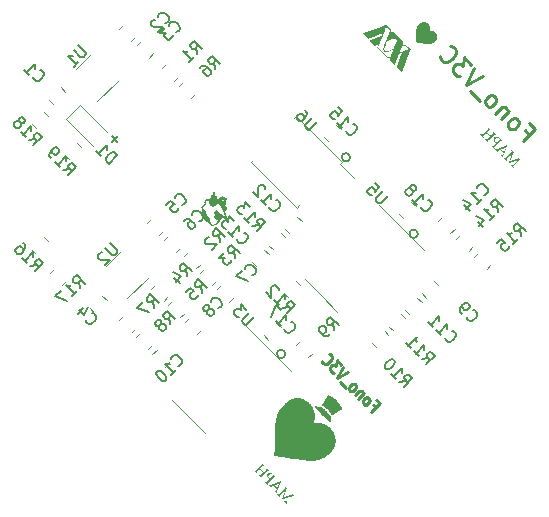
<source format=gbo>
G04 #@! TF.GenerationSoftware,KiCad,Pcbnew,(7.0.0)*
G04 #@! TF.CreationDate,2023-04-27T15:14:50-06:00*
G04 #@! TF.ProjectId,Fonocardiograma_V3C,466f6e6f-6361-4726-9469-6f6772616d61,rev?*
G04 #@! TF.SameCoordinates,Original*
G04 #@! TF.FileFunction,Legend,Bot*
G04 #@! TF.FilePolarity,Positive*
%FSLAX46Y46*%
G04 Gerber Fmt 4.6, Leading zero omitted, Abs format (unit mm)*
G04 Created by KiCad (PCBNEW (7.0.0)) date 2023-04-27 15:14:50*
%MOMM*%
%LPD*%
G01*
G04 APERTURE LIST*
%ADD10C,0.150000*%
%ADD11C,0.225000*%
%ADD12C,0.000000*%
%ADD13C,0.004233*%
%ADD14C,0.120000*%
G04 APERTURE END LIST*
D10*
X86741000Y-57531000D02*
X87185500Y-57975500D01*
X86741000Y-58039000D02*
X87249000Y-57531000D01*
G36*
X120363140Y-59797724D02*
G01*
X121175721Y-59494280D01*
X120733594Y-59936407D01*
X120726102Y-59943796D01*
X120718865Y-59950725D01*
X120708492Y-59960252D01*
X120698695Y-59968742D01*
X120689475Y-59976193D01*
X120680832Y-59982605D01*
X120670206Y-59989541D01*
X120660604Y-59994630D01*
X120650045Y-59998396D01*
X120644478Y-59999271D01*
X120632434Y-59999069D01*
X120622787Y-59997450D01*
X120613129Y-59994536D01*
X120603460Y-59990326D01*
X120593780Y-59984821D01*
X120584090Y-59978021D01*
X120574389Y-59969925D01*
X120567106Y-59963003D01*
X120543790Y-59939688D01*
X120524447Y-59959031D01*
X120753628Y-60188212D01*
X120772971Y-60168869D01*
X120749656Y-60145553D01*
X120742256Y-60137708D01*
X120735731Y-60129844D01*
X120728391Y-60119330D01*
X120722606Y-60108784D01*
X120718374Y-60098206D01*
X120715697Y-60087596D01*
X120714575Y-60076953D01*
X120715007Y-60066277D01*
X120715805Y-60060927D01*
X120719410Y-60050045D01*
X120725150Y-60039390D01*
X120731534Y-60029828D01*
X120739509Y-60019343D01*
X120746535Y-60010873D01*
X120754458Y-60001884D01*
X120763275Y-59992377D01*
X120772988Y-59982350D01*
X120776425Y-59978892D01*
X121208880Y-59546437D01*
X121216978Y-59538512D01*
X121224821Y-59531189D01*
X121232408Y-59524467D01*
X121242128Y-59516438D01*
X121251395Y-59509479D01*
X121260208Y-59503588D01*
X121270588Y-59497727D01*
X121280258Y-59493536D01*
X121282108Y-59492898D01*
X121291581Y-59490426D01*
X121301715Y-59489507D01*
X121312511Y-59490143D01*
X121322290Y-59491924D01*
X121330811Y-59494280D01*
X121341616Y-59498629D01*
X121351298Y-59503951D01*
X121359487Y-59509320D01*
X121368069Y-59515676D01*
X121377046Y-59523020D01*
X121386417Y-59531352D01*
X121393703Y-59538249D01*
X121398684Y-59543156D01*
X121416818Y-59525021D01*
X121230296Y-59338499D01*
X120472463Y-59618628D01*
X120756218Y-58864422D01*
X120569696Y-58677900D01*
X120550353Y-58697243D01*
X120573323Y-58720213D01*
X120580784Y-58728120D01*
X120587365Y-58736039D01*
X120594770Y-58746618D01*
X120600609Y-58757217D01*
X120604884Y-58767839D01*
X120607593Y-58778482D01*
X120608737Y-58789146D01*
X120608316Y-58799833D01*
X120607519Y-58805184D01*
X120603926Y-58816054D01*
X120598215Y-58826680D01*
X120591867Y-58836208D01*
X120583937Y-58846647D01*
X120576952Y-58855075D01*
X120569077Y-58864016D01*
X120560313Y-58873470D01*
X120550660Y-58883437D01*
X120547244Y-58886874D01*
X120115480Y-59318638D01*
X120108006Y-59326006D01*
X120100784Y-59332913D01*
X120090421Y-59342408D01*
X120080622Y-59350865D01*
X120071388Y-59358284D01*
X120062718Y-59364664D01*
X120052038Y-59371556D01*
X120042361Y-59376602D01*
X120031676Y-59380315D01*
X120026018Y-59381158D01*
X120014024Y-59380905D01*
X120002005Y-59378638D01*
X119992371Y-59375373D01*
X119982721Y-59370817D01*
X119973055Y-59364972D01*
X119963373Y-59357838D01*
X119953674Y-59349413D01*
X119948819Y-59344717D01*
X119925849Y-59321747D01*
X119906506Y-59341090D01*
X120186289Y-59620873D01*
X120205632Y-59601530D01*
X120182317Y-59578215D01*
X120174859Y-59570310D01*
X120168288Y-59562400D01*
X120160904Y-59551843D01*
X120155097Y-59541276D01*
X120150866Y-59530698D01*
X120148211Y-59520109D01*
X120147131Y-59509509D01*
X120147628Y-59498898D01*
X120148467Y-59493589D01*
X120152065Y-59482713D01*
X120157791Y-59472072D01*
X120164157Y-59462527D01*
X120172110Y-59452065D01*
X120179115Y-59443616D01*
X120187014Y-59434651D01*
X120195804Y-59425171D01*
X120205488Y-59415173D01*
X120208914Y-59411726D01*
X120651041Y-58969600D01*
X120347079Y-59781662D01*
X120363140Y-59797724D01*
G37*
G36*
X120216513Y-58302610D02*
G01*
X119906851Y-59075814D01*
X119901860Y-59088278D01*
X119897204Y-59100324D01*
X119892885Y-59111954D01*
X119888901Y-59123167D01*
X119885253Y-59133964D01*
X119881941Y-59144343D01*
X119878966Y-59154305D01*
X119876326Y-59163850D01*
X119872996Y-59177387D01*
X119870422Y-59189985D01*
X119868604Y-59201645D01*
X119867542Y-59212367D01*
X119867302Y-59225204D01*
X119867663Y-59229890D01*
X119870160Y-59240564D01*
X119874050Y-59250786D01*
X119878346Y-59259831D01*
X119883695Y-59269648D01*
X119890096Y-59280237D01*
X119895587Y-59288686D01*
X119901670Y-59297568D01*
X119882327Y-59316911D01*
X119674908Y-59109491D01*
X119694251Y-59090148D01*
X119703580Y-59098108D01*
X119712464Y-59105342D01*
X119720901Y-59111850D01*
X119731456Y-59119399D01*
X119741218Y-59125658D01*
X119750187Y-59130628D01*
X119760282Y-59135025D01*
X119770759Y-59137642D01*
X119772346Y-59137819D01*
X119782870Y-59138074D01*
X119793643Y-59136261D01*
X119803077Y-59132202D01*
X119811172Y-59125898D01*
X119815873Y-59120679D01*
X119821856Y-59112592D01*
X119827956Y-59102768D01*
X119832921Y-59093658D01*
X119837962Y-59083436D01*
X119843079Y-59072102D01*
X119846965Y-59062872D01*
X119850895Y-59053017D01*
X119908233Y-58906217D01*
X119653319Y-58651303D01*
X119520336Y-58704496D01*
X119512432Y-58707716D01*
X119501214Y-58712474D01*
X119490760Y-58717147D01*
X119481072Y-58721735D01*
X119472148Y-58726238D01*
X119461441Y-58732110D01*
X119452093Y-58737831D01*
X119442321Y-58744770D01*
X119434674Y-58751472D01*
X119433710Y-58752463D01*
X119427295Y-58761037D01*
X119423191Y-58770754D01*
X119421396Y-58781616D01*
X119421721Y-58792058D01*
X119421938Y-58793618D01*
X119424658Y-58803656D01*
X119428780Y-58812912D01*
X119434589Y-58822978D01*
X119440450Y-58831613D01*
X119447391Y-58840767D01*
X119455411Y-58850438D01*
X119462134Y-58858032D01*
X119442791Y-58877375D01*
X119182869Y-58617453D01*
X119202212Y-58598110D01*
X119207543Y-58602701D01*
X119215534Y-58609077D01*
X119223520Y-58614840D01*
X119234157Y-58621571D01*
X119244784Y-58627210D01*
X119255400Y-58631760D01*
X119266005Y-58635220D01*
X119276600Y-58637589D01*
X119287183Y-58638868D01*
X119289878Y-58639011D01*
X119301658Y-58638778D01*
X119311545Y-58637756D01*
X119322334Y-58636009D01*
X119334025Y-58633536D01*
X119346617Y-58630338D01*
X119351731Y-58628851D01*
X119702713Y-58628851D01*
X119929131Y-58855268D01*
X120083357Y-58471689D01*
X119702713Y-58628851D01*
X119351731Y-58628851D01*
X119360111Y-58626414D01*
X119369608Y-58623395D01*
X119379505Y-58620054D01*
X119389803Y-58616390D01*
X119400502Y-58612404D01*
X119411602Y-58608095D01*
X119423103Y-58603463D01*
X120199588Y-58285685D01*
X120216513Y-58302610D01*
G37*
G36*
X119328683Y-57542821D02*
G01*
X119342695Y-57544270D01*
X119356548Y-57546447D01*
X119370244Y-57549354D01*
X119383782Y-57552989D01*
X119397162Y-57557352D01*
X119410384Y-57562444D01*
X119423448Y-57568265D01*
X119432180Y-57572563D01*
X119441061Y-57577297D01*
X119450093Y-57582467D01*
X119459274Y-57588072D01*
X119468605Y-57594114D01*
X119478085Y-57600591D01*
X119487715Y-57607504D01*
X119497496Y-57614852D01*
X119507426Y-57622637D01*
X119517505Y-57630857D01*
X119527735Y-57639514D01*
X119538114Y-57648606D01*
X119548643Y-57658133D01*
X119559322Y-57668097D01*
X119570150Y-57678496D01*
X119581128Y-57689332D01*
X119822398Y-57930602D01*
X119803055Y-57949945D01*
X119778358Y-57925248D01*
X119768946Y-57916505D01*
X119759447Y-57909014D01*
X119749862Y-57902775D01*
X119740190Y-57897788D01*
X119730433Y-57894053D01*
X119720588Y-57891570D01*
X119710658Y-57890340D01*
X119700641Y-57890361D01*
X119693028Y-57891821D01*
X119682017Y-57896295D01*
X119672013Y-57901993D01*
X119663811Y-57907502D01*
X119655012Y-57914071D01*
X119645614Y-57921700D01*
X119635619Y-57930388D01*
X119625025Y-57940136D01*
X119617631Y-57947223D01*
X119609970Y-57954781D01*
X119183387Y-58381364D01*
X119179897Y-58384873D01*
X119170027Y-58395026D01*
X119161058Y-58404618D01*
X119152991Y-58413648D01*
X119145826Y-58422117D01*
X119137675Y-58432534D01*
X119131127Y-58441954D01*
X119125197Y-58452324D01*
X119121386Y-58462708D01*
X119120420Y-58468351D01*
X119119686Y-58479555D01*
X119120549Y-58490651D01*
X119123010Y-58501640D01*
X119127069Y-58512520D01*
X119132725Y-58523293D01*
X119139978Y-58533957D01*
X119146467Y-58541885D01*
X119153854Y-58549752D01*
X119178551Y-58574449D01*
X119159208Y-58593792D01*
X118877007Y-58311591D01*
X118896350Y-58292248D01*
X118921738Y-58317635D01*
X118931107Y-58326330D01*
X118940563Y-58333762D01*
X118950105Y-58339931D01*
X118959733Y-58344837D01*
X118969448Y-58348480D01*
X118979249Y-58350860D01*
X118989136Y-58351977D01*
X118999110Y-58351831D01*
X119000946Y-58351674D01*
X119011116Y-58349099D01*
X119020442Y-58344889D01*
X119030826Y-58338769D01*
X119039308Y-58332925D01*
X119048385Y-58326006D01*
X119058057Y-58318013D01*
X119068324Y-58308945D01*
X119075500Y-58302302D01*
X119082940Y-58295182D01*
X119090644Y-58287585D01*
X119283902Y-58094327D01*
X119274430Y-58088120D01*
X119265185Y-58081935D01*
X119256166Y-58075772D01*
X119247374Y-58069630D01*
X119238809Y-58063510D01*
X119230471Y-58057411D01*
X119222359Y-58051334D01*
X119214474Y-58045278D01*
X119210596Y-58042236D01*
X119201153Y-58034649D01*
X119192074Y-58027088D01*
X119183356Y-58019551D01*
X119175002Y-58012040D01*
X119167010Y-58004554D01*
X119159381Y-57997093D01*
X119147617Y-57984935D01*
X119136592Y-57972723D01*
X119126304Y-57960459D01*
X119116755Y-57948142D01*
X119107944Y-57935773D01*
X119099870Y-57923351D01*
X119092535Y-57910876D01*
X119085938Y-57898349D01*
X119080079Y-57885769D01*
X119077052Y-57878303D01*
X119175519Y-57878303D01*
X119176150Y-57891969D01*
X119177709Y-57905192D01*
X119180198Y-57917972D01*
X119183615Y-57930309D01*
X119187961Y-57942202D01*
X119193237Y-57953653D01*
X119199441Y-57964660D01*
X119206574Y-57975223D01*
X119214636Y-57985344D01*
X119223627Y-57995021D01*
X119229230Y-58000453D01*
X119236502Y-58007098D01*
X119244568Y-58014073D01*
X119252113Y-58020314D01*
X119260241Y-58026799D01*
X119268887Y-58033462D01*
X119278116Y-58040367D01*
X119286252Y-58046307D01*
X119294793Y-58052416D01*
X119303739Y-58058693D01*
X119313089Y-58065140D01*
X119587173Y-57791055D01*
X119585321Y-57788077D01*
X119579822Y-57779414D01*
X119574408Y-57771158D01*
X119567322Y-57760782D01*
X119560387Y-57751129D01*
X119553603Y-57742200D01*
X119546970Y-57733993D01*
X119540488Y-57726510D01*
X119532598Y-57718174D01*
X119524872Y-57710770D01*
X119516980Y-57703842D01*
X119508920Y-57697392D01*
X119500693Y-57691418D01*
X119492300Y-57685920D01*
X119483739Y-57680900D01*
X119475012Y-57676355D01*
X119466117Y-57672288D01*
X119453998Y-57667606D01*
X119441582Y-57663771D01*
X119435284Y-57662153D01*
X119422596Y-57659697D01*
X119409783Y-57658283D01*
X119396847Y-57657911D01*
X119387063Y-57658315D01*
X119377209Y-57659305D01*
X119367285Y-57660881D01*
X119357292Y-57663043D01*
X119347228Y-57665791D01*
X119337095Y-57669125D01*
X119330362Y-57671592D01*
X119320431Y-57675640D01*
X119310704Y-57680103D01*
X119301180Y-57684982D01*
X119291859Y-57690277D01*
X119282742Y-57695988D01*
X119273828Y-57702115D01*
X119265118Y-57708657D01*
X119256611Y-57715616D01*
X119248307Y-57722991D01*
X119240207Y-57730781D01*
X119236380Y-57734681D01*
X119229075Y-57742560D01*
X119222237Y-57750548D01*
X119215865Y-57758643D01*
X119209961Y-57766847D01*
X119204524Y-57775158D01*
X119197243Y-57787828D01*
X119191012Y-57800740D01*
X119185832Y-57813896D01*
X119181702Y-57827294D01*
X119178623Y-57840935D01*
X119176594Y-57854819D01*
X119175615Y-57868946D01*
X119175519Y-57878303D01*
X119077052Y-57878303D01*
X119074957Y-57873137D01*
X119070574Y-57860451D01*
X119066929Y-57847714D01*
X119064022Y-57834923D01*
X119061853Y-57822080D01*
X119060423Y-57809185D01*
X119059730Y-57796237D01*
X119059753Y-57783331D01*
X119060426Y-57770606D01*
X119061750Y-57758062D01*
X119063723Y-57745699D01*
X119066348Y-57733516D01*
X119069622Y-57721514D01*
X119073547Y-57709693D01*
X119078123Y-57698053D01*
X119083349Y-57686594D01*
X119089225Y-57675316D01*
X119095751Y-57664218D01*
X119102928Y-57653301D01*
X119110755Y-57642565D01*
X119119232Y-57632010D01*
X119128360Y-57621635D01*
X119138138Y-57611441D01*
X119141870Y-57607778D01*
X119149445Y-57600751D01*
X119157168Y-57594124D01*
X119165039Y-57587895D01*
X119173059Y-57582067D01*
X119185368Y-57574072D01*
X119198010Y-57566976D01*
X119210986Y-57560779D01*
X119224296Y-57555481D01*
X119237940Y-57551081D01*
X119251918Y-57547579D01*
X119266230Y-57544977D01*
X119275957Y-57543741D01*
X119285702Y-57542845D01*
X119300187Y-57542108D01*
X119314514Y-57542100D01*
X119328683Y-57542821D01*
G37*
G36*
X118777183Y-57498837D02*
G01*
X118471148Y-57192803D01*
X118659570Y-57004381D01*
X118668780Y-56995283D01*
X118677498Y-56986902D01*
X118685724Y-56979238D01*
X118693459Y-56972290D01*
X118703006Y-56964140D01*
X118711679Y-56957264D01*
X118721291Y-56950461D01*
X118731022Y-56944923D01*
X118732452Y-56944279D01*
X118742560Y-56941305D01*
X118752531Y-56940520D01*
X118763430Y-56941484D01*
X118773729Y-56943761D01*
X118783652Y-56947017D01*
X118793128Y-56950956D01*
X118802157Y-56955578D01*
X118810739Y-56960883D01*
X118818874Y-56966871D01*
X118826563Y-56973543D01*
X118829513Y-56976402D01*
X118852828Y-56999718D01*
X118872171Y-56980375D01*
X118590315Y-56698519D01*
X118570972Y-56717862D01*
X118594288Y-56741177D01*
X118601241Y-56748678D01*
X118607527Y-56756609D01*
X118613148Y-56764970D01*
X118618102Y-56773762D01*
X118622390Y-56782983D01*
X118626012Y-56792635D01*
X118627274Y-56796616D01*
X118629815Y-56806733D01*
X118630637Y-56816686D01*
X118629740Y-56826473D01*
X118627123Y-56836095D01*
X118624857Y-56841519D01*
X118619681Y-56850451D01*
X118613300Y-56859368D01*
X118606841Y-56867468D01*
X118599179Y-56876426D01*
X118592642Y-56883707D01*
X118585429Y-56891471D01*
X118577538Y-56899718D01*
X118568970Y-56908448D01*
X118565964Y-56911465D01*
X118139726Y-57337703D01*
X118130547Y-57346769D01*
X118121857Y-57355122D01*
X118113656Y-57362762D01*
X118105943Y-57369688D01*
X118096420Y-57377814D01*
X118087766Y-57384671D01*
X118078170Y-57391458D01*
X118068447Y-57396988D01*
X118067017Y-57397632D01*
X118056880Y-57400716D01*
X118046998Y-57401623D01*
X118036296Y-57400802D01*
X118026258Y-57398668D01*
X118016136Y-57395312D01*
X118006495Y-57391291D01*
X117997334Y-57386603D01*
X117988654Y-57381249D01*
X117980455Y-57375229D01*
X117972736Y-57368542D01*
X117969784Y-57365681D01*
X117946468Y-57342366D01*
X117927125Y-57361709D01*
X118208981Y-57643565D01*
X118228324Y-57624222D01*
X118205009Y-57600906D01*
X118197835Y-57593311D01*
X118191469Y-57585679D01*
X118184237Y-57575446D01*
X118178440Y-57565148D01*
X118174080Y-57554786D01*
X118171154Y-57544359D01*
X118169665Y-57533867D01*
X118169611Y-57523310D01*
X118170122Y-57518008D01*
X118173397Y-57506516D01*
X118177779Y-57497600D01*
X118183921Y-57487680D01*
X118189682Y-57479582D01*
X118196433Y-57470918D01*
X118204173Y-57461690D01*
X118212903Y-57451898D01*
X118222623Y-57441540D01*
X118229653Y-57434322D01*
X118233333Y-57430619D01*
X118435226Y-57228725D01*
X118741260Y-57534760D01*
X118539367Y-57736653D01*
X118530157Y-57745751D01*
X118521440Y-57754132D01*
X118513213Y-57761796D01*
X118505479Y-57768744D01*
X118495932Y-57776894D01*
X118487259Y-57783769D01*
X118477647Y-57790573D01*
X118467916Y-57796110D01*
X118466485Y-57796755D01*
X118456294Y-57799812D01*
X118446272Y-57800648D01*
X118435343Y-57799715D01*
X118425036Y-57797446D01*
X118415063Y-57794239D01*
X118405546Y-57790342D01*
X118396484Y-57785753D01*
X118387877Y-57780472D01*
X118379726Y-57774500D01*
X118372030Y-57767836D01*
X118369079Y-57764977D01*
X118345246Y-57741143D01*
X118325903Y-57760487D01*
X118608277Y-58042860D01*
X118627620Y-58023517D01*
X118604305Y-58000202D01*
X118597037Y-57992515D01*
X118590583Y-57984804D01*
X118583243Y-57974485D01*
X118577349Y-57964123D01*
X118572902Y-57953717D01*
X118569901Y-57943269D01*
X118568347Y-57932777D01*
X118568239Y-57922242D01*
X118568727Y-57916958D01*
X118572172Y-57905648D01*
X118576641Y-57896840D01*
X118582847Y-57887018D01*
X118588643Y-57878985D01*
X118595416Y-57870381D01*
X118603166Y-57861207D01*
X118611894Y-57851462D01*
X118621600Y-57841146D01*
X118628613Y-57833952D01*
X118632283Y-57830260D01*
X119058521Y-57404022D01*
X119067760Y-57394892D01*
X119076501Y-57386479D01*
X119084744Y-57378782D01*
X119092490Y-57371801D01*
X119102043Y-57363609D01*
X119110710Y-57356690D01*
X119120300Y-57349832D01*
X119129982Y-57344230D01*
X119131403Y-57343575D01*
X119141623Y-57340574D01*
X119151556Y-57339718D01*
X119162288Y-57340568D01*
X119172334Y-57342711D01*
X119182456Y-57346067D01*
X119192097Y-57350088D01*
X119201258Y-57354776D01*
X119209938Y-57360130D01*
X119218137Y-57366151D01*
X119225856Y-57372837D01*
X119228809Y-57375698D01*
X119252124Y-57399013D01*
X119271467Y-57379670D01*
X118989093Y-57097296D01*
X118969750Y-57116639D01*
X118993583Y-57140473D01*
X119000536Y-57147974D01*
X119006823Y-57155905D01*
X119012444Y-57164266D01*
X119017398Y-57173058D01*
X119021686Y-57182279D01*
X119025308Y-57191930D01*
X119026570Y-57195911D01*
X119028925Y-57205827D01*
X119029644Y-57215627D01*
X119028463Y-57226686D01*
X119025675Y-57236238D01*
X119023980Y-57240297D01*
X119018928Y-57249340D01*
X119012640Y-57258322D01*
X119006250Y-57266456D01*
X118998651Y-57275431D01*
X118989843Y-57285248D01*
X118982444Y-57293164D01*
X118974364Y-57301553D01*
X118965605Y-57310415D01*
X118777183Y-57498837D01*
G37*
D11*
X121719312Y-57027504D02*
X122072865Y-57381058D01*
X121517281Y-57936642D02*
X122577941Y-56875981D01*
X122577941Y-56875981D02*
X122072865Y-56370905D01*
X120456621Y-56875982D02*
X120608144Y-56926489D01*
X120608144Y-56926489D02*
X120709159Y-56926489D01*
X120709159Y-56926489D02*
X120860682Y-56875982D01*
X120860682Y-56875982D02*
X121163728Y-56572936D01*
X121163728Y-56572936D02*
X121214236Y-56421413D01*
X121214236Y-56421413D02*
X121214236Y-56320398D01*
X121214236Y-56320398D02*
X121163728Y-56168875D01*
X121163728Y-56168875D02*
X121012205Y-56017352D01*
X121012205Y-56017352D02*
X120860682Y-55966844D01*
X120860682Y-55966844D02*
X120759667Y-55966844D01*
X120759667Y-55966844D02*
X120608144Y-56017352D01*
X120608144Y-56017352D02*
X120305098Y-56320398D01*
X120305098Y-56320398D02*
X120254591Y-56471921D01*
X120254591Y-56471921D02*
X120254591Y-56572936D01*
X120254591Y-56572936D02*
X120305098Y-56724459D01*
X120305098Y-56724459D02*
X120456621Y-56875982D01*
X120355606Y-55360753D02*
X119648499Y-56067859D01*
X120254591Y-55461768D02*
X120254591Y-55360753D01*
X120254591Y-55360753D02*
X120204083Y-55209230D01*
X120204083Y-55209230D02*
X120052560Y-55057707D01*
X120052560Y-55057707D02*
X119901037Y-55007199D01*
X119901037Y-55007199D02*
X119749514Y-55057707D01*
X119749514Y-55057707D02*
X119193930Y-55613291D01*
X118537331Y-54956692D02*
X118688854Y-55007199D01*
X118688854Y-55007199D02*
X118789869Y-55007199D01*
X118789869Y-55007199D02*
X118941392Y-54956692D01*
X118941392Y-54956692D02*
X119244438Y-54653646D01*
X119244438Y-54653646D02*
X119294946Y-54502123D01*
X119294946Y-54502123D02*
X119294946Y-54401108D01*
X119294946Y-54401108D02*
X119244438Y-54249585D01*
X119244438Y-54249585D02*
X119092915Y-54098062D01*
X119092915Y-54098062D02*
X118941392Y-54047554D01*
X118941392Y-54047554D02*
X118840377Y-54047554D01*
X118840377Y-54047554D02*
X118688854Y-54098062D01*
X118688854Y-54098062D02*
X118385808Y-54401108D01*
X118385808Y-54401108D02*
X118335301Y-54552630D01*
X118335301Y-54552630D02*
X118335301Y-54653646D01*
X118335301Y-54653646D02*
X118385808Y-54805169D01*
X118385808Y-54805169D02*
X118537331Y-54956692D01*
X117880732Y-54502123D02*
X117072610Y-53694001D01*
X118133270Y-52431310D02*
X116719057Y-53138417D01*
X116719057Y-53138417D02*
X117426163Y-51724203D01*
X117173625Y-51471665D02*
X116517026Y-50815066D01*
X116517026Y-50815066D02*
X116466519Y-51572681D01*
X116466519Y-51572681D02*
X116314996Y-51421158D01*
X116314996Y-51421158D02*
X116163473Y-51370650D01*
X116163473Y-51370650D02*
X116062458Y-51370650D01*
X116062458Y-51370650D02*
X115910935Y-51421158D01*
X115910935Y-51421158D02*
X115658397Y-51673696D01*
X115658397Y-51673696D02*
X115607889Y-51825219D01*
X115607889Y-51825219D02*
X115607889Y-51926234D01*
X115607889Y-51926234D02*
X115658397Y-52077757D01*
X115658397Y-52077757D02*
X115961442Y-52380803D01*
X115961442Y-52380803D02*
X116112965Y-52431310D01*
X116112965Y-52431310D02*
X116213981Y-52431310D01*
X114496722Y-50714051D02*
X114496722Y-50815067D01*
X114496722Y-50815067D02*
X114597737Y-51017097D01*
X114597737Y-51017097D02*
X114698752Y-51118112D01*
X114698752Y-51118112D02*
X114900783Y-51219128D01*
X114900783Y-51219128D02*
X115102813Y-51219128D01*
X115102813Y-51219128D02*
X115254336Y-51168620D01*
X115254336Y-51168620D02*
X115506874Y-51017097D01*
X115506874Y-51017097D02*
X115658397Y-50865574D01*
X115658397Y-50865574D02*
X115809920Y-50613036D01*
X115809920Y-50613036D02*
X115860427Y-50461513D01*
X115860427Y-50461513D02*
X115860427Y-50259483D01*
X115860427Y-50259483D02*
X115759412Y-50057452D01*
X115759412Y-50057452D02*
X115658397Y-49956437D01*
X115658397Y-49956437D02*
X115456366Y-49855422D01*
X115456366Y-49855422D02*
X115355351Y-49855422D01*
D12*
G36*
X102472140Y-79692059D02*
G01*
X102497069Y-79692915D01*
X102522760Y-79694284D01*
X102575786Y-79698424D01*
X102629942Y-79704351D01*
X102683938Y-79711871D01*
X102736488Y-79720860D01*
X102761823Y-79725844D01*
X102786319Y-79731135D01*
X102809800Y-79736701D01*
X102832115Y-79742530D01*
X102908064Y-79765761D01*
X102982516Y-79793226D01*
X103055312Y-79824789D01*
X103126279Y-79860319D01*
X103195271Y-79899681D01*
X103262126Y-79942739D01*
X103326684Y-79989343D01*
X103388789Y-80039391D01*
X103448283Y-80092714D01*
X103504997Y-80149190D01*
X103558783Y-80208685D01*
X103609470Y-80271074D01*
X103656909Y-80336193D01*
X103700936Y-80403937D01*
X103741396Y-80474150D01*
X103778121Y-80546712D01*
X103806873Y-80611860D01*
X103832379Y-80678655D01*
X103854624Y-80746950D01*
X103873614Y-80816628D01*
X103889323Y-80887579D01*
X103901766Y-80959656D01*
X103910920Y-81032755D01*
X103916772Y-81106751D01*
X103919345Y-81181523D01*
X103918596Y-81256933D01*
X103914547Y-81332873D01*
X103907178Y-81409211D01*
X103896479Y-81485822D01*
X103882451Y-81562602D01*
X103865073Y-81639406D01*
X103844367Y-81716120D01*
X103839551Y-81732766D01*
X103835129Y-81748462D01*
X103831177Y-81762847D01*
X103827791Y-81775564D01*
X103825059Y-81786272D01*
X103823083Y-81794599D01*
X103822408Y-81797765D01*
X103821955Y-81800213D01*
X103821743Y-81801876D01*
X103821721Y-81802405D01*
X103821769Y-81802722D01*
X103821900Y-81802933D01*
X103822161Y-81803118D01*
X103823027Y-81803431D01*
X103824329Y-81803666D01*
X103826057Y-81803827D01*
X103828171Y-81803907D01*
X103830655Y-81803909D01*
X103836634Y-81803717D01*
X103843780Y-81803238D01*
X103851891Y-81802496D01*
X103860783Y-81801494D01*
X103870257Y-81800239D01*
X103881244Y-81798802D01*
X103894509Y-81797244D01*
X103925798Y-81794026D01*
X103960092Y-81790950D01*
X103993364Y-81788429D01*
X104107308Y-81784097D01*
X104219219Y-81786591D01*
X104328866Y-81795803D01*
X104436036Y-81811628D01*
X104540521Y-81833961D01*
X104642078Y-81862700D01*
X104740500Y-81897738D01*
X104835554Y-81938966D01*
X104927036Y-81986292D01*
X105014704Y-82039602D01*
X105098358Y-82098792D01*
X105177759Y-82163751D01*
X105252707Y-82234378D01*
X105322962Y-82310587D01*
X105388308Y-82392242D01*
X105448533Y-82479258D01*
X105480109Y-82530515D01*
X105509454Y-82582447D01*
X105536559Y-82635014D01*
X105561411Y-82688205D01*
X105584000Y-82741960D01*
X105604311Y-82796254D01*
X105622354Y-82851048D01*
X105638100Y-82906318D01*
X105651557Y-82962020D01*
X105662692Y-83018120D01*
X105671523Y-83074579D01*
X105678023Y-83131368D01*
X105682185Y-83188449D01*
X105684000Y-83245792D01*
X105683475Y-83303353D01*
X105680573Y-83361102D01*
X105677986Y-83393608D01*
X105674833Y-83425482D01*
X105671107Y-83456776D01*
X105666806Y-83487550D01*
X105661905Y-83517860D01*
X105656390Y-83547747D01*
X105650248Y-83577279D01*
X105643473Y-83606496D01*
X105636052Y-83635467D01*
X105627960Y-83664248D01*
X105619199Y-83692866D01*
X105609738Y-83721391D01*
X105599577Y-83749902D01*
X105588712Y-83778407D01*
X105577105Y-83807000D01*
X105564768Y-83835701D01*
X105542605Y-83883718D01*
X105519142Y-83930365D01*
X105494274Y-83975779D01*
X105467888Y-84020044D01*
X105439900Y-84063309D01*
X105410196Y-84105672D01*
X105378686Y-84147267D01*
X105345270Y-84188201D01*
X105309843Y-84228591D01*
X105272317Y-84268562D01*
X105232583Y-84308236D01*
X105190544Y-84347719D01*
X105146094Y-84387124D01*
X105099136Y-84426588D01*
X105049571Y-84466206D01*
X104997305Y-84506121D01*
X104888830Y-84584255D01*
X104781987Y-84655092D01*
X104676116Y-84718782D01*
X104570567Y-84775502D01*
X104464672Y-84825395D01*
X104357784Y-84868634D01*
X104249232Y-84905368D01*
X104138364Y-84935767D01*
X104024519Y-84959980D01*
X103907038Y-84978180D01*
X103785254Y-84990518D01*
X103658517Y-84997161D01*
X103526170Y-84998262D01*
X103387543Y-84993993D01*
X103241985Y-84984498D01*
X103088829Y-84969956D01*
X102910904Y-84949250D01*
X102713240Y-84922258D01*
X102442963Y-84881296D01*
X102047200Y-84818691D01*
X101615601Y-84750988D01*
X101256389Y-84697552D01*
X100939612Y-84654084D01*
X100635352Y-84616283D01*
X100607316Y-84612903D01*
X100581037Y-84609604D01*
X100557101Y-84606480D01*
X100536095Y-84603589D01*
X100518598Y-84601036D01*
X100505197Y-84598892D01*
X100496482Y-84597252D01*
X100494052Y-84596637D01*
X100493354Y-84596395D01*
X100493024Y-84596173D01*
X100492745Y-84595082D01*
X100492570Y-84592589D01*
X100492458Y-84583713D01*
X100493200Y-84552467D01*
X100495091Y-84507160D01*
X100497957Y-84452496D01*
X100514074Y-84134434D01*
X100526659Y-83793495D01*
X100537030Y-83386242D01*
X100546498Y-82869254D01*
X100553253Y-82510321D01*
X100556876Y-82370810D01*
X100560946Y-82250794D01*
X100565661Y-82144921D01*
X100571244Y-82047847D01*
X100577890Y-81954213D01*
X100585814Y-81858662D01*
X100593014Y-81781354D01*
X100600749Y-81706011D01*
X100608111Y-81641267D01*
X100611352Y-81615571D01*
X100614134Y-81595759D01*
X100632938Y-81484250D01*
X100654511Y-81377619D01*
X100679060Y-81275484D01*
X100706783Y-81177438D01*
X100737906Y-81083090D01*
X100772632Y-80992040D01*
X100811164Y-80903896D01*
X100853721Y-80818253D01*
X100900503Y-80734740D01*
X100951723Y-80652943D01*
X101007591Y-80572459D01*
X101068312Y-80492898D01*
X101134102Y-80413880D01*
X101205163Y-80334998D01*
X101281705Y-80255852D01*
X101363947Y-80176036D01*
X101424288Y-80120678D01*
X101483475Y-80069481D01*
X101541750Y-80022279D01*
X101599355Y-79978889D01*
X101656542Y-79939146D01*
X101685044Y-79920577D01*
X101713530Y-79902852D01*
X101742043Y-79885949D01*
X101770596Y-79869855D01*
X101799222Y-79854522D01*
X101827965Y-79839946D01*
X101862312Y-79823645D01*
X101897487Y-79808169D01*
X101933409Y-79793559D01*
X101969968Y-79779823D01*
X102007090Y-79766986D01*
X102044666Y-79755073D01*
X102082612Y-79744109D01*
X102120829Y-79734124D01*
X102159224Y-79725126D01*
X102197711Y-79717150D01*
X102236186Y-79710208D01*
X102274566Y-79704334D01*
X102312754Y-79699544D01*
X102350652Y-79695866D01*
X102388175Y-79693325D01*
X102425218Y-79691934D01*
X102448141Y-79691727D01*
X102472140Y-79692059D01*
G37*
G36*
X109862898Y-48099783D02*
G01*
X109938589Y-48070713D01*
X110165652Y-48295844D01*
X110392720Y-48520976D01*
X110347960Y-48635303D01*
X110330563Y-48680129D01*
X110316285Y-48717662D01*
X110306597Y-48743968D01*
X110303934Y-48751682D01*
X110302976Y-48755124D01*
X110303061Y-48755365D01*
X110303348Y-48755532D01*
X110303818Y-48755622D01*
X110304479Y-48755639D01*
X110306339Y-48755444D01*
X110308888Y-48754969D01*
X110312090Y-48754230D01*
X110315893Y-48753224D01*
X110320266Y-48751982D01*
X110325177Y-48750499D01*
X110336418Y-48746883D01*
X110349323Y-48742474D01*
X110363580Y-48737375D01*
X110378861Y-48731671D01*
X110394402Y-48725882D01*
X110408939Y-48720717D01*
X110422559Y-48716173D01*
X110435339Y-48712232D01*
X110447374Y-48708882D01*
X110458734Y-48706113D01*
X110469508Y-48703919D01*
X110479782Y-48702289D01*
X110489633Y-48701203D01*
X110499145Y-48700663D01*
X110508405Y-48700641D01*
X110517493Y-48701142D01*
X110526486Y-48702138D01*
X110535476Y-48703638D01*
X110544545Y-48705613D01*
X110553768Y-48708060D01*
X110584869Y-48716989D01*
X111393098Y-49525213D01*
X111401889Y-49552372D01*
X111403393Y-49557360D01*
X111404725Y-49562460D01*
X111405869Y-49567679D01*
X111406831Y-49573007D01*
X111407619Y-49578465D01*
X111408215Y-49584055D01*
X111408626Y-49589779D01*
X111408856Y-49595641D01*
X111408897Y-49601639D01*
X111408754Y-49607791D01*
X111407892Y-49620556D01*
X111406270Y-49633975D01*
X111403883Y-49648072D01*
X111400723Y-49662888D01*
X111396778Y-49678468D01*
X111392049Y-49694849D01*
X111386515Y-49712071D01*
X111380181Y-49730159D01*
X111373038Y-49749156D01*
X111365076Y-49769099D01*
X111356289Y-49790033D01*
X111355557Y-49791794D01*
X111354910Y-49793499D01*
X111354338Y-49795143D01*
X111353846Y-49796719D01*
X111353433Y-49798208D01*
X111353097Y-49799620D01*
X111352848Y-49800921D01*
X111352680Y-49802126D01*
X111352595Y-49803215D01*
X111352596Y-49804179D01*
X111352684Y-49805006D01*
X111352861Y-49805699D01*
X111352973Y-49805995D01*
X111353122Y-49806244D01*
X111353282Y-49806456D01*
X111353469Y-49806631D01*
X111353677Y-49806756D01*
X111353905Y-49806850D01*
X111354160Y-49806896D01*
X111354439Y-49806896D01*
X111355604Y-49806616D01*
X111357902Y-49805902D01*
X111365660Y-49803225D01*
X111392090Y-49793577D01*
X111429781Y-49779406D01*
X111474775Y-49762181D01*
X111589536Y-49717913D01*
X111814586Y-49944836D01*
X112039635Y-50171754D01*
X111840114Y-50690656D01*
X111473426Y-51644805D01*
X111299205Y-52097336D01*
X111292164Y-52114617D01*
X110842627Y-51665087D01*
X110858368Y-51622823D01*
X111089192Y-51021107D01*
X111241170Y-50624502D01*
X111304532Y-50456587D01*
X111304391Y-50456386D01*
X111303943Y-50456306D01*
X111302164Y-50456496D01*
X111299252Y-50457151D01*
X111295265Y-50458225D01*
X111284327Y-50461597D01*
X111269833Y-50466439D01*
X111252280Y-50472593D01*
X111232136Y-50479893D01*
X111209906Y-50488163D01*
X111186058Y-50497245D01*
X111067325Y-50542966D01*
X110891206Y-51000960D01*
X110704178Y-51487344D01*
X110693286Y-51515744D01*
X110242053Y-51064509D01*
X110286793Y-50950221D01*
X110304177Y-50905409D01*
X110318444Y-50867879D01*
X110328120Y-50841571D01*
X110330777Y-50833852D01*
X110331728Y-50830411D01*
X110331642Y-50830162D01*
X110331357Y-50829994D01*
X110330879Y-50829904D01*
X110330210Y-50829891D01*
X110328352Y-50830076D01*
X110325800Y-50830545D01*
X110322597Y-50831285D01*
X110318795Y-50832283D01*
X110314414Y-50833527D01*
X110309507Y-50835007D01*
X110298256Y-50838622D01*
X110285351Y-50843022D01*
X110271098Y-50848122D01*
X110255811Y-50853823D01*
X110240272Y-50859615D01*
X110225733Y-50864775D01*
X110212113Y-50869326D01*
X110199327Y-50873266D01*
X110187301Y-50876618D01*
X110175939Y-50879384D01*
X110165160Y-50881573D01*
X110154889Y-50883211D01*
X110145033Y-50884292D01*
X110135522Y-50884839D01*
X110126265Y-50884861D01*
X110117172Y-50884360D01*
X110108177Y-50883355D01*
X110099188Y-50881861D01*
X110090122Y-50879882D01*
X110080891Y-50877436D01*
X110049795Y-50868507D01*
X109241575Y-50060282D01*
X109232780Y-50033124D01*
X109231272Y-50028135D01*
X109229947Y-50023036D01*
X109228799Y-50017822D01*
X109227830Y-50012487D01*
X109227054Y-50007031D01*
X109226457Y-50001440D01*
X109226045Y-49995721D01*
X109225815Y-49989857D01*
X109225770Y-49983853D01*
X109225920Y-49977702D01*
X109225921Y-49977684D01*
X109299926Y-49977684D01*
X109300114Y-49982589D01*
X109300504Y-49987468D01*
X109301090Y-49992316D01*
X109301884Y-49997134D01*
X109302876Y-50001925D01*
X109304059Y-50006673D01*
X109305439Y-50011383D01*
X109306013Y-50012898D01*
X109306871Y-50014635D01*
X109309595Y-50019000D01*
X109314010Y-50024863D01*
X109320476Y-50032600D01*
X109329386Y-50042605D01*
X109341099Y-50055268D01*
X109356002Y-50070975D01*
X109374471Y-50090118D01*
X109423599Y-50140244D01*
X109491496Y-50208741D01*
X109581178Y-50298735D01*
X109695653Y-50413294D01*
X109902361Y-50619668D01*
X110020914Y-50736625D01*
X110077712Y-50789803D01*
X110091225Y-50800479D01*
X110099202Y-50804831D01*
X110099205Y-50804831D01*
X110102153Y-50805830D01*
X110105097Y-50806731D01*
X110108047Y-50807518D01*
X110111029Y-50808202D01*
X110114051Y-50808774D01*
X110117122Y-50809221D01*
X110120276Y-50809549D01*
X110123513Y-50809762D01*
X110126848Y-50809838D01*
X110130300Y-50809792D01*
X110133896Y-50809607D01*
X110137630Y-50809289D01*
X110141527Y-50808832D01*
X110145608Y-50808228D01*
X110149888Y-50807482D01*
X110154365Y-50806584D01*
X110159075Y-50805530D01*
X110164022Y-50804330D01*
X110174699Y-50801437D01*
X110186531Y-50797884D01*
X110199624Y-50793643D01*
X110214106Y-50788687D01*
X110230106Y-50782990D01*
X110247739Y-50776526D01*
X110267132Y-50769272D01*
X110371378Y-50729956D01*
X110459914Y-50498522D01*
X110479124Y-50448493D01*
X111104039Y-50448493D01*
X111120058Y-50442066D01*
X111514650Y-50290357D01*
X111899924Y-50142346D01*
X111900308Y-50142043D01*
X111900464Y-50141544D01*
X111900368Y-50140830D01*
X111900014Y-50139891D01*
X111899390Y-50138714D01*
X111898480Y-50137292D01*
X111895781Y-50133645D01*
X111891810Y-50128853D01*
X111886479Y-50122822D01*
X111879701Y-50115450D01*
X111871372Y-50106644D01*
X111861398Y-50096304D01*
X111849693Y-50084338D01*
X111820712Y-50055110D01*
X111783685Y-50018187D01*
X111737856Y-49972798D01*
X111569084Y-49805971D01*
X111444800Y-49853814D01*
X111396104Y-49872799D01*
X111355378Y-49889132D01*
X111326892Y-49901068D01*
X111318572Y-49904850D01*
X111314905Y-49906873D01*
X111307702Y-49922928D01*
X111290964Y-49964092D01*
X111237940Y-50098508D01*
X111174000Y-50263660D01*
X111117263Y-50413073D01*
X111104039Y-50448493D01*
X110479124Y-50448493D01*
X110527037Y-50323708D01*
X110564074Y-50228416D01*
X110567100Y-50220652D01*
X110569708Y-50213418D01*
X110571860Y-50206872D01*
X110573514Y-50201170D01*
X110574131Y-50198682D01*
X110574619Y-50196471D01*
X110574952Y-50194544D01*
X110575141Y-50192931D01*
X110575171Y-50191645D01*
X110575034Y-50190711D01*
X110574904Y-50190380D01*
X110574738Y-50190143D01*
X110574524Y-50190003D01*
X110574263Y-50189967D01*
X110568272Y-50191902D01*
X110553202Y-50197368D01*
X110499858Y-50217370D01*
X110422306Y-50246915D01*
X110328594Y-50282956D01*
X110149049Y-50351520D01*
X110086743Y-50374748D01*
X110054726Y-50386091D01*
X110045754Y-50388653D01*
X110036648Y-50390838D01*
X110027444Y-50392659D01*
X110018147Y-50394113D01*
X110008767Y-50395214D01*
X109999332Y-50395957D01*
X109989843Y-50396351D01*
X109980321Y-50396402D01*
X109970781Y-50396106D01*
X109961232Y-50395477D01*
X109951699Y-50394513D01*
X109942178Y-50393220D01*
X109932697Y-50391602D01*
X109923273Y-50389664D01*
X109913900Y-50387410D01*
X109904619Y-50384842D01*
X109895431Y-50381969D01*
X109886346Y-50378787D01*
X109877386Y-50375303D01*
X109868557Y-50371531D01*
X109859887Y-50367461D01*
X109851378Y-50363107D01*
X109843051Y-50358470D01*
X109834918Y-50353553D01*
X109826990Y-50348371D01*
X109819287Y-50342906D01*
X109811818Y-50337183D01*
X109804599Y-50331190D01*
X109797646Y-50324944D01*
X109790970Y-50318444D01*
X109784590Y-50311695D01*
X109778520Y-50304700D01*
X109767837Y-50290976D01*
X109758061Y-50276624D01*
X109749216Y-50261716D01*
X109741310Y-50246333D01*
X109734358Y-50230544D01*
X109728367Y-50214409D01*
X109723374Y-50198008D01*
X109719373Y-50181408D01*
X109716384Y-50164680D01*
X109714425Y-50147889D01*
X109713503Y-50131114D01*
X109713554Y-50125304D01*
X109790333Y-50125304D01*
X109790424Y-50134119D01*
X109790782Y-50142942D01*
X109791398Y-50151663D01*
X109792257Y-50160193D01*
X109793378Y-50168432D01*
X109794744Y-50176280D01*
X109796354Y-50183648D01*
X109798216Y-50190437D01*
X109800311Y-50196543D01*
X109804049Y-50205562D01*
X109808169Y-50214306D01*
X109812680Y-50222784D01*
X109817564Y-50230987D01*
X109822822Y-50238898D01*
X109828448Y-50246520D01*
X109834438Y-50253853D01*
X109840780Y-50260878D01*
X109847475Y-50267598D01*
X109854518Y-50273996D01*
X109861898Y-50280084D01*
X109869612Y-50285843D01*
X109877653Y-50291274D01*
X109886024Y-50296370D01*
X109894701Y-50301114D01*
X109903700Y-50305511D01*
X109910447Y-50308329D01*
X109917803Y-50310838D01*
X109925681Y-50313044D01*
X109933995Y-50314941D01*
X109942675Y-50316527D01*
X109951639Y-50317792D01*
X109960803Y-50318731D01*
X109970082Y-50319353D01*
X109979405Y-50319644D01*
X109988686Y-50319598D01*
X109997850Y-50319219D01*
X110006806Y-50318495D01*
X110015480Y-50317430D01*
X110023797Y-50316015D01*
X110031670Y-50314242D01*
X110039017Y-50312115D01*
X110145705Y-50272329D01*
X110340889Y-50197504D01*
X110529150Y-50124444D01*
X110615066Y-50089962D01*
X110649475Y-50003978D01*
X110722481Y-49815475D01*
X110797253Y-49620120D01*
X110836959Y-49513598D01*
X110838613Y-49507884D01*
X110840061Y-49501544D01*
X110841305Y-49494692D01*
X110842336Y-49487390D01*
X110843168Y-49479744D01*
X110843777Y-49471835D01*
X110844181Y-49463761D01*
X110844381Y-49455608D01*
X110844361Y-49447475D01*
X110844124Y-49439434D01*
X110843916Y-49435885D01*
X110843673Y-49431593D01*
X110843008Y-49424032D01*
X110842126Y-49416850D01*
X110841028Y-49410126D01*
X110839708Y-49403957D01*
X110838170Y-49398439D01*
X110834994Y-49389476D01*
X110831190Y-49380536D01*
X110826800Y-49371654D01*
X110821859Y-49362879D01*
X110816408Y-49354245D01*
X110810487Y-49345798D01*
X110804124Y-49337582D01*
X110797363Y-49329641D01*
X110790239Y-49322006D01*
X110782793Y-49314743D01*
X110775057Y-49307865D01*
X110767083Y-49301429D01*
X110758890Y-49295478D01*
X110750520Y-49290046D01*
X110742018Y-49285187D01*
X110733423Y-49280932D01*
X110726254Y-49277957D01*
X110718555Y-49275294D01*
X110710404Y-49272951D01*
X110701866Y-49270923D01*
X110693021Y-49269224D01*
X110683943Y-49267861D01*
X110674691Y-49266823D01*
X110665359Y-49266134D01*
X110656001Y-49265775D01*
X110646694Y-49265770D01*
X110637523Y-49266114D01*
X110628559Y-49266820D01*
X110619854Y-49267871D01*
X110611511Y-49269293D01*
X110603578Y-49271081D01*
X110596151Y-49273243D01*
X110489814Y-49312913D01*
X110294445Y-49387769D01*
X110105841Y-49460883D01*
X110019804Y-49495338D01*
X109985499Y-49581146D01*
X109912270Y-49769707D01*
X109837134Y-49965173D01*
X109797111Y-50071712D01*
X109795330Y-50077824D01*
X109793816Y-50084602D01*
X109792588Y-50091966D01*
X109791622Y-50099814D01*
X109790929Y-50108055D01*
X109790498Y-50116577D01*
X109790333Y-50125304D01*
X109713554Y-50125304D01*
X109713649Y-50114421D01*
X109714864Y-50097882D01*
X109717167Y-50081566D01*
X109720569Y-50065546D01*
X109725094Y-50049888D01*
X109743640Y-50000275D01*
X109808424Y-49830831D01*
X109960134Y-49435671D01*
X110177118Y-48870497D01*
X110265158Y-48639751D01*
X110291969Y-48568290D01*
X110301852Y-48540532D01*
X110301008Y-48539119D01*
X110298486Y-48536069D01*
X110288799Y-48525425D01*
X110273460Y-48509293D01*
X110253147Y-48488379D01*
X110200340Y-48434973D01*
X110135845Y-48370785D01*
X109969692Y-48206582D01*
X109823090Y-48587567D01*
X109307133Y-49932891D01*
X109305541Y-49937897D01*
X109304142Y-49942904D01*
X109302944Y-49947897D01*
X109301947Y-49952894D01*
X109301145Y-49957880D01*
X109300542Y-49962860D01*
X109300142Y-49967821D01*
X109299933Y-49972760D01*
X109299926Y-49977684D01*
X109225921Y-49977684D01*
X109226777Y-49964943D01*
X109228403Y-49951524D01*
X109230786Y-49937426D01*
X109233948Y-49922608D01*
X109237890Y-49907027D01*
X109242626Y-49890647D01*
X109248155Y-49873428D01*
X109254483Y-49855343D01*
X109261634Y-49836343D01*
X109269596Y-49816400D01*
X109278387Y-49795466D01*
X109279111Y-49793700D01*
X109279757Y-49791994D01*
X109280334Y-49790352D01*
X109280824Y-49788775D01*
X109281236Y-49787279D01*
X109281566Y-49785874D01*
X109281818Y-49784565D01*
X109281976Y-49783361D01*
X109282062Y-49782271D01*
X109282059Y-49781305D01*
X109281969Y-49780469D01*
X109281789Y-49779770D01*
X109281671Y-49779484D01*
X109281530Y-49779228D01*
X109281366Y-49779013D01*
X109281171Y-49778840D01*
X109280965Y-49778706D01*
X109280734Y-49778618D01*
X109280472Y-49778568D01*
X109280198Y-49778572D01*
X109279030Y-49778840D01*
X109276727Y-49779556D01*
X109268969Y-49782222D01*
X109242541Y-49791863D01*
X109204865Y-49806030D01*
X109159891Y-49823246D01*
X109045210Y-49867514D01*
X108594511Y-49416967D01*
X108617320Y-49407969D01*
X109103426Y-49220947D01*
X109566728Y-49042927D01*
X109613038Y-48924113D01*
X109630592Y-48877994D01*
X109644129Y-48840260D01*
X109648983Y-48825752D01*
X109652331Y-48814798D01*
X109654012Y-48807887D01*
X109654172Y-48806094D01*
X109654070Y-48805645D01*
X109653845Y-48805500D01*
X109605878Y-48823225D01*
X109479334Y-48871335D01*
X109067489Y-49029335D01*
X108465529Y-49259916D01*
X108444426Y-49266881D01*
X107995461Y-48817914D01*
X108012711Y-48810842D01*
X108538228Y-48608581D01*
X109492548Y-48242055D01*
X109862898Y-48099783D01*
G37*
D10*
X112649000Y-65786000D02*
G75*
G03*
X112649000Y-65786000I-359210J0D01*
G01*
D12*
G36*
X94589806Y-63002480D02*
G01*
X94711107Y-62857914D01*
X94831242Y-62847404D01*
X94951364Y-62836892D01*
X95041538Y-62751871D01*
X95131705Y-62666849D01*
X95111820Y-62585400D01*
X95091935Y-62503954D01*
X95167947Y-62567734D01*
X95174099Y-62525515D01*
X95180240Y-62483291D01*
X95224530Y-62500792D01*
X95268823Y-62518293D01*
X95299585Y-62381300D01*
X95330352Y-62244297D01*
X95390977Y-62210682D01*
X95451604Y-62177068D01*
X95470482Y-62359932D01*
X95489362Y-62542798D01*
X95565239Y-62543206D01*
X95641121Y-62543620D01*
X95622041Y-62634573D01*
X95620310Y-62644016D01*
X95619024Y-62653527D01*
X95618181Y-62663055D01*
X95617779Y-62672532D01*
X95617793Y-62681883D01*
X95618225Y-62691062D01*
X95619050Y-62699998D01*
X95620265Y-62708628D01*
X95621868Y-62716887D01*
X95623838Y-62724713D01*
X95626159Y-62732029D01*
X95628834Y-62738793D01*
X95631843Y-62744931D01*
X95635180Y-62750378D01*
X95636964Y-62752820D01*
X95638834Y-62755068D01*
X95640774Y-62757115D01*
X95642788Y-62758941D01*
X95644839Y-62760798D01*
X95646867Y-62762906D01*
X95650870Y-62767841D01*
X95654781Y-62773684D01*
X95658569Y-62780356D01*
X95662213Y-62787798D01*
X95665701Y-62795928D01*
X95668998Y-62804671D01*
X95672089Y-62813966D01*
X95674949Y-62823733D01*
X95677560Y-62833907D01*
X95679893Y-62844401D01*
X95681920Y-62855168D01*
X95683635Y-62866110D01*
X95684996Y-62877167D01*
X95686000Y-62888268D01*
X95686618Y-62899335D01*
X95687164Y-62910353D01*
X95687985Y-62921297D01*
X95689040Y-62932095D01*
X95690338Y-62942693D01*
X95691845Y-62953010D01*
X95693547Y-62962987D01*
X95695445Y-62972549D01*
X95697501Y-62981650D01*
X95699709Y-62990202D01*
X95702051Y-62998142D01*
X95704513Y-63005420D01*
X95707079Y-63011944D01*
X95709725Y-63017669D01*
X95712452Y-63022516D01*
X95715228Y-63026420D01*
X95716622Y-63028004D01*
X95718040Y-63029314D01*
X95745456Y-63052319D01*
X95754825Y-62945041D01*
X95764195Y-62837759D01*
X95920064Y-62652002D01*
X96020507Y-62625102D01*
X96120952Y-62598205D01*
X96245835Y-62649846D01*
X96259138Y-62655638D01*
X96273204Y-62662302D01*
X96303167Y-62677925D01*
X96334738Y-62696107D01*
X96366947Y-62716206D01*
X96398822Y-62737601D01*
X96429401Y-62759661D01*
X96457704Y-62781744D01*
X96470705Y-62792604D01*
X96482765Y-62803236D01*
X96594812Y-62904991D01*
X96479206Y-62900091D01*
X96455418Y-62898658D01*
X96432136Y-62896452D01*
X96409951Y-62893590D01*
X96389445Y-62890163D01*
X96380007Y-62888283D01*
X96371208Y-62886305D01*
X96363126Y-62884238D01*
X96355825Y-62882106D01*
X96349393Y-62879926D01*
X96343896Y-62877700D01*
X96339396Y-62875444D01*
X96335985Y-62873174D01*
X96334454Y-62872071D01*
X96332726Y-62871036D01*
X96330807Y-62870060D01*
X96328700Y-62869143D01*
X96323951Y-62867515D01*
X96318550Y-62866151D01*
X96312547Y-62865034D01*
X96305993Y-62864193D01*
X96298961Y-62863612D01*
X96291501Y-62863295D01*
X96283668Y-62863245D01*
X96275519Y-62863460D01*
X96267125Y-62863948D01*
X96258531Y-62864706D01*
X96249792Y-62865733D01*
X96240977Y-62867037D01*
X96232139Y-62868610D01*
X96223331Y-62870466D01*
X96214513Y-62872611D01*
X96205639Y-62875037D01*
X96196760Y-62877728D01*
X96187941Y-62880642D01*
X96179239Y-62883766D01*
X96170714Y-62887061D01*
X96162424Y-62890510D01*
X96154425Y-62894080D01*
X96146790Y-62897738D01*
X96139563Y-62901464D01*
X96132806Y-62905238D01*
X96126580Y-62909017D01*
X96120948Y-62912788D01*
X96115963Y-62916506D01*
X96111690Y-62920166D01*
X96108170Y-62923719D01*
X96106679Y-62925540D01*
X96105283Y-62927487D01*
X96103987Y-62929566D01*
X96102804Y-62931769D01*
X96101726Y-62934083D01*
X96100747Y-62936503D01*
X96099885Y-62939027D01*
X96099116Y-62941653D01*
X96098452Y-62944362D01*
X96097892Y-62947158D01*
X96097083Y-62952983D01*
X96096691Y-62959069D01*
X96096704Y-62965376D01*
X96097126Y-62971850D01*
X96097964Y-62978442D01*
X96099206Y-62985116D01*
X96100847Y-62991813D01*
X96102893Y-62998477D01*
X96105339Y-63005077D01*
X96108185Y-63011552D01*
X96111427Y-63017865D01*
X96144807Y-63078067D01*
X96195894Y-62986576D01*
X96246973Y-62895091D01*
X96305014Y-62915082D01*
X96363037Y-62935065D01*
X96403505Y-63036010D01*
X96443971Y-63136953D01*
X96412325Y-63218676D01*
X96408910Y-63227147D01*
X96405221Y-63235691D01*
X96397168Y-63252749D01*
X96388428Y-63269375D01*
X96379296Y-63285121D01*
X96374663Y-63292514D01*
X96370034Y-63299525D01*
X96365451Y-63306080D01*
X96360941Y-63312133D01*
X96356538Y-63317619D01*
X96352275Y-63322482D01*
X96348194Y-63326674D01*
X96344334Y-63330128D01*
X96307988Y-63359868D01*
X96375153Y-63391679D01*
X96442322Y-63423495D01*
X96460663Y-63569092D01*
X96478990Y-63714693D01*
X96296165Y-63932576D01*
X96390494Y-64113437D01*
X96429000Y-64188730D01*
X96464127Y-64260030D01*
X96491973Y-64319282D01*
X96501965Y-64341892D01*
X96508690Y-64358468D01*
X96532556Y-64422639D01*
X96474593Y-64511254D01*
X96416630Y-64599869D01*
X96285373Y-64489786D01*
X96154116Y-64379711D01*
X95897686Y-64685878D01*
X95641264Y-64992045D01*
X95442019Y-65057173D01*
X95242778Y-65122300D01*
X95100310Y-65000762D01*
X95067367Y-64973315D01*
X95028270Y-64941837D01*
X94937435Y-64871240D01*
X94839434Y-64797827D01*
X94791386Y-64762843D01*
X94745898Y-64730483D01*
X94533951Y-64581748D01*
X94438714Y-64355660D01*
X94343470Y-64129584D01*
X94369755Y-63892599D01*
X94396049Y-63655612D01*
X94344221Y-63583445D01*
X94305289Y-63529228D01*
X94432757Y-63529228D01*
X94473246Y-63573590D01*
X94496621Y-63599690D01*
X94530322Y-63637967D01*
X94610692Y-63730457D01*
X94707650Y-63842966D01*
X94676474Y-63918629D01*
X94645302Y-63994293D01*
X94697675Y-64038228D01*
X94703745Y-64043738D01*
X94711087Y-64051119D01*
X94729204Y-64070985D01*
X94751213Y-64096850D01*
X94776331Y-64127707D01*
X94803746Y-64162557D01*
X94832676Y-64200406D01*
X94862329Y-64240257D01*
X94891891Y-64281119D01*
X95033740Y-64480062D01*
X95066045Y-64657660D01*
X95098351Y-64835259D01*
X95188411Y-64913155D01*
X95278474Y-64991058D01*
X95452467Y-64926806D01*
X95452466Y-64926806D01*
X95626453Y-64862554D01*
X95626854Y-64789247D01*
X95627252Y-64715937D01*
X95692623Y-64679475D01*
X95758000Y-64643000D01*
X95687822Y-64648879D01*
X95680389Y-64649245D01*
X95672622Y-64649137D01*
X95664573Y-64648570D01*
X95656306Y-64647583D01*
X95647890Y-64646170D01*
X95639386Y-64644381D01*
X95630857Y-64642211D01*
X95622367Y-64639695D01*
X95613986Y-64636847D01*
X95605771Y-64633687D01*
X95597779Y-64630244D01*
X95590089Y-64626518D01*
X95582748Y-64622551D01*
X95575843Y-64618360D01*
X95569415Y-64613950D01*
X95563541Y-64609356D01*
X95557607Y-64603948D01*
X95551015Y-64597143D01*
X95543833Y-64589054D01*
X95536122Y-64579772D01*
X95527968Y-64569411D01*
X95519428Y-64558056D01*
X95501480Y-64532801D01*
X95482827Y-64504801D01*
X95464035Y-64474877D01*
X95445659Y-64443843D01*
X95428239Y-64412489D01*
X95347053Y-64261028D01*
X95435649Y-64155441D01*
X95420665Y-64046823D01*
X95405680Y-63938200D01*
X95492592Y-63853055D01*
X95579503Y-63767905D01*
X95974587Y-64115154D01*
X96369673Y-64462398D01*
X96393080Y-64434499D01*
X96394158Y-64432844D01*
X96394953Y-64430744D01*
X96395494Y-64428236D01*
X96395767Y-64425316D01*
X96395788Y-64421998D01*
X96395561Y-64418303D01*
X96395091Y-64414244D01*
X96394377Y-64409824D01*
X96392236Y-64399974D01*
X96389204Y-64388863D01*
X96385299Y-64376589D01*
X96380574Y-64363262D01*
X96375053Y-64348984D01*
X96368789Y-64333857D01*
X96361806Y-64317990D01*
X96354161Y-64301485D01*
X96345877Y-64284444D01*
X96336995Y-64266974D01*
X96327569Y-64249184D01*
X96317609Y-64231168D01*
X96297053Y-64193350D01*
X96276529Y-64153099D01*
X96256594Y-64111639D01*
X96237779Y-64070216D01*
X96220634Y-64030065D01*
X96205710Y-63992417D01*
X96193555Y-63958517D01*
X96184699Y-63929596D01*
X96175807Y-63900029D01*
X96163528Y-63864278D01*
X96148421Y-63823710D01*
X96131041Y-63779683D01*
X96111934Y-63733577D01*
X96091666Y-63686743D01*
X96070780Y-63640559D01*
X96049827Y-63596392D01*
X96027570Y-63552423D01*
X96002942Y-63506832D01*
X95976758Y-63460939D01*
X95949834Y-63416063D01*
X95922983Y-63373542D01*
X95897025Y-63334688D01*
X95872768Y-63300836D01*
X95851036Y-63273293D01*
X95753094Y-63157271D01*
X95673392Y-63287211D01*
X95593682Y-63417155D01*
X95450190Y-63463732D01*
X95306690Y-63510305D01*
X95213289Y-63464933D01*
X95119893Y-63419561D01*
X95029831Y-63309819D01*
X94939767Y-63200071D01*
X94951411Y-63117344D01*
X94963060Y-63034614D01*
X94879721Y-62988074D01*
X94796369Y-62941535D01*
X94681012Y-63079013D01*
X94695576Y-63159092D01*
X94710147Y-63239166D01*
X94571452Y-63384202D01*
X94432757Y-63529228D01*
X94305289Y-63529228D01*
X94292398Y-63511276D01*
X94596342Y-63190600D01*
X94563640Y-63131621D01*
X94530939Y-63072640D01*
X94589806Y-63002480D01*
G37*
G36*
X113166097Y-47845615D02*
G01*
X113176966Y-47846011D01*
X113187978Y-47846623D01*
X113199152Y-47847466D01*
X113210517Y-47848559D01*
X113230594Y-47851060D01*
X113250460Y-47854381D01*
X113270123Y-47858497D01*
X113289544Y-47863398D01*
X113308720Y-47869089D01*
X113327642Y-47875570D01*
X113346311Y-47882819D01*
X113364692Y-47890839D01*
X113382781Y-47899622D01*
X113400577Y-47909166D01*
X113418061Y-47919476D01*
X113435206Y-47930533D01*
X113452032Y-47942322D01*
X113468512Y-47954855D01*
X113484622Y-47968136D01*
X113500363Y-47982128D01*
X113526701Y-48008181D01*
X113550884Y-48035666D01*
X113572865Y-48064511D01*
X113592659Y-48094628D01*
X113610231Y-48125959D01*
X113625547Y-48158383D01*
X113638593Y-48191844D01*
X113649343Y-48226249D01*
X113657777Y-48261528D01*
X113663866Y-48297575D01*
X113667608Y-48334328D01*
X113668951Y-48371696D01*
X113667891Y-48409603D01*
X113664406Y-48447951D01*
X113658465Y-48486680D01*
X113650033Y-48525691D01*
X113647152Y-48537005D01*
X113644008Y-48548637D01*
X113640993Y-48559231D01*
X113639661Y-48563710D01*
X113638490Y-48567404D01*
X113637481Y-48570596D01*
X113636593Y-48573596D01*
X113635847Y-48576340D01*
X113635252Y-48578789D01*
X113634817Y-48580826D01*
X113634673Y-48581690D01*
X113634563Y-48582422D01*
X113634515Y-48583031D01*
X113634524Y-48583491D01*
X113634575Y-48583806D01*
X113634625Y-48583896D01*
X113634681Y-48583972D01*
X113634791Y-48584003D01*
X113634983Y-48584031D01*
X113635563Y-48584052D01*
X113636441Y-48584051D01*
X113637568Y-48584007D01*
X113640557Y-48583830D01*
X113644412Y-48583553D01*
X113649009Y-48583151D01*
X113654196Y-48582660D01*
X113659882Y-48582090D01*
X113665908Y-48581448D01*
X113693616Y-48578966D01*
X113721137Y-48577643D01*
X113748451Y-48577472D01*
X113775516Y-48578445D01*
X113802280Y-48580539D01*
X113828694Y-48583755D01*
X113854737Y-48588089D01*
X113880361Y-48593525D01*
X113905507Y-48600040D01*
X113930137Y-48607638D01*
X113954233Y-48616296D01*
X113977736Y-48626032D01*
X114000591Y-48636808D01*
X114022782Y-48648632D01*
X114044254Y-48661477D01*
X114064961Y-48675347D01*
X114087740Y-48692427D01*
X114109488Y-48710635D01*
X114130152Y-48729918D01*
X114149717Y-48750234D01*
X114168141Y-48771491D01*
X114185387Y-48793653D01*
X114201407Y-48816632D01*
X114216170Y-48840378D01*
X114229633Y-48864824D01*
X114241780Y-48889917D01*
X114252558Y-48915569D01*
X114261921Y-48941743D01*
X114269861Y-48968359D01*
X114276316Y-48995379D01*
X114281266Y-49022703D01*
X114284655Y-49050292D01*
X114285312Y-49058340D01*
X114285797Y-49066774D01*
X114286135Y-49075533D01*
X114286313Y-49084577D01*
X114286210Y-49103232D01*
X114285535Y-49122305D01*
X114284277Y-49141327D01*
X114282484Y-49159863D01*
X114281391Y-49168801D01*
X114280169Y-49177435D01*
X114278829Y-49185736D01*
X114277358Y-49193618D01*
X114274630Y-49206310D01*
X114271473Y-49219083D01*
X114267907Y-49231922D01*
X114263929Y-49244797D01*
X114259574Y-49257671D01*
X114254847Y-49270505D01*
X114249756Y-49283289D01*
X114244321Y-49295975D01*
X114238553Y-49308535D01*
X114232474Y-49320958D01*
X114226091Y-49333179D01*
X114219407Y-49345196D01*
X114212448Y-49356959D01*
X114205224Y-49368456D01*
X114197757Y-49379639D01*
X114190043Y-49390483D01*
X114183278Y-49399514D01*
X114176252Y-49408441D01*
X114168973Y-49417310D01*
X114161407Y-49426103D01*
X114153573Y-49434852D01*
X114145436Y-49443547D01*
X114128256Y-49460837D01*
X114109814Y-49478061D01*
X114089986Y-49495272D01*
X114068752Y-49512560D01*
X114046000Y-49530000D01*
X114013487Y-49553500D01*
X113981555Y-49575070D01*
X113950048Y-49594771D01*
X113918814Y-49612648D01*
X113887707Y-49628739D01*
X113856571Y-49643095D01*
X113825258Y-49655785D01*
X113793628Y-49666830D01*
X113761527Y-49676293D01*
X113728802Y-49684229D01*
X113695307Y-49690658D01*
X113660893Y-49695645D01*
X113625411Y-49699260D01*
X113588722Y-49701503D01*
X113550656Y-49702455D01*
X113511082Y-49702161D01*
X113504079Y-49701918D01*
X113495029Y-49701479D01*
X113472252Y-49700078D01*
X113445820Y-49698159D01*
X113418737Y-49695944D01*
X113385317Y-49692870D01*
X113352647Y-49689467D01*
X113318844Y-49685496D01*
X113282066Y-49680679D01*
X113240448Y-49674793D01*
X113192142Y-49667561D01*
X113068015Y-49648070D01*
X112889240Y-49619913D01*
X112748240Y-49598737D01*
X112629953Y-49582364D01*
X112519353Y-49568591D01*
X112500330Y-49566247D01*
X112484600Y-49564137D01*
X112473782Y-49562497D01*
X112470735Y-49561927D01*
X112469881Y-49561708D01*
X112469518Y-49561551D01*
X112469478Y-49561432D01*
X112469431Y-49561171D01*
X112469362Y-49560301D01*
X112469330Y-49557184D01*
X112469405Y-49552440D01*
X112469588Y-49546250D01*
X112469871Y-49538838D01*
X112470241Y-49530406D01*
X112470708Y-49521141D01*
X112471240Y-49511276D01*
X112471243Y-49511280D01*
X112476707Y-49404100D01*
X112480973Y-49292268D01*
X112484384Y-49165204D01*
X112487283Y-49012326D01*
X112489760Y-48872112D01*
X112492055Y-48776465D01*
X112494768Y-48706697D01*
X112498454Y-48644104D01*
X112502747Y-48590435D01*
X112508330Y-48539675D01*
X112515280Y-48491654D01*
X112523696Y-48446083D01*
X112533692Y-48402810D01*
X112545339Y-48361586D01*
X112558758Y-48322200D01*
X112574021Y-48284427D01*
X112591252Y-48248059D01*
X112610502Y-48212873D01*
X112631896Y-48178655D01*
X112655535Y-48145195D01*
X112681504Y-48112259D01*
X112709889Y-48079640D01*
X112740789Y-48047125D01*
X112774317Y-48014472D01*
X112791259Y-47998887D01*
X112807917Y-47984218D01*
X112824377Y-47970429D01*
X112840655Y-47957499D01*
X112856824Y-47945402D01*
X112872920Y-47934118D01*
X112888969Y-47923615D01*
X112905051Y-47913859D01*
X112921190Y-47904830D01*
X112937440Y-47896492D01*
X112953852Y-47888839D01*
X112970465Y-47881810D01*
X112987325Y-47875417D01*
X113004482Y-47869597D01*
X113021993Y-47864342D01*
X113039895Y-47859630D01*
X113050530Y-47857125D01*
X113061088Y-47854856D01*
X113071574Y-47852849D01*
X113082022Y-47851070D01*
X113092426Y-47849540D01*
X113102836Y-47848267D01*
X113113242Y-47847229D01*
X113123681Y-47846431D01*
X113134157Y-47845874D01*
X113144708Y-47845548D01*
X113155350Y-47845470D01*
X113166097Y-47845615D01*
G37*
D10*
X106912210Y-59309000D02*
G75*
G03*
X106912210Y-59309000I-359210J0D01*
G01*
D13*
G36*
X103993000Y-80393527D02*
G01*
X104001165Y-80393913D01*
X104010327Y-80394498D01*
X104020226Y-80395285D01*
X104030599Y-80396239D01*
X104041193Y-80397360D01*
X104071566Y-80400511D01*
X104105627Y-80403554D01*
X104178523Y-80408920D01*
X104247431Y-80412664D01*
X104276497Y-80413678D01*
X104299898Y-80413989D01*
X104314749Y-80413987D01*
X104320948Y-80414064D01*
X104326464Y-80414228D01*
X104331386Y-80414489D01*
X104335807Y-80414864D01*
X104339829Y-80415384D01*
X104343540Y-80416071D01*
X104347043Y-80416925D01*
X104350427Y-80417992D01*
X104353789Y-80419284D01*
X104357226Y-80420814D01*
X104360832Y-80422602D01*
X104364698Y-80424684D01*
X104373607Y-80429769D01*
X104398816Y-80444982D01*
X104425564Y-80462155D01*
X104453666Y-80481132D01*
X104482942Y-80501765D01*
X104513189Y-80523903D01*
X104544233Y-80547386D01*
X104607960Y-80597812D01*
X104672613Y-80651812D01*
X104736721Y-80708196D01*
X104798771Y-80765726D01*
X104828561Y-80794545D01*
X104857281Y-80823197D01*
X104902881Y-80870735D01*
X104949044Y-80921290D01*
X104994687Y-80973531D01*
X105038703Y-81026111D01*
X105080000Y-81077696D01*
X105117484Y-81126951D01*
X105150061Y-81172535D01*
X105176623Y-81213108D01*
X105198869Y-81249182D01*
X105201185Y-81311942D01*
X105202403Y-81340535D01*
X105203961Y-81368812D01*
X105205864Y-81397069D01*
X105208159Y-81425622D01*
X105210859Y-81454769D01*
X105214010Y-81484815D01*
X105217615Y-81516066D01*
X105221714Y-81548832D01*
X105225101Y-81576045D01*
X105226318Y-81587151D01*
X105227181Y-81596712D01*
X105227664Y-81604830D01*
X105227739Y-81611597D01*
X105227380Y-81617106D01*
X105226566Y-81621451D01*
X105225970Y-81623222D01*
X105225257Y-81624733D01*
X105224417Y-81626003D01*
X105223440Y-81627044D01*
X105222328Y-81627864D01*
X105221079Y-81628478D01*
X105219690Y-81628891D01*
X105218154Y-81629123D01*
X105214647Y-81629086D01*
X105210510Y-81628459D01*
X105205732Y-81627334D01*
X105200281Y-81625811D01*
X105194971Y-81623995D01*
X105189026Y-81621488D01*
X105175213Y-81614348D01*
X105158804Y-81604370D01*
X105139747Y-81591505D01*
X105118026Y-81575733D01*
X105093586Y-81557009D01*
X105066385Y-81535307D01*
X105036399Y-81510599D01*
X105003577Y-81482851D01*
X104967879Y-81452030D01*
X104929280Y-81418093D01*
X104887729Y-81381017D01*
X104795618Y-81297322D01*
X104691242Y-81200664D01*
X104603448Y-81117897D01*
X104564527Y-81080371D01*
X104526555Y-81043050D01*
X104487749Y-81004182D01*
X104446334Y-80961996D01*
X104348559Y-80860612D01*
X104251675Y-80758848D01*
X104171393Y-80673150D01*
X104106447Y-80602049D01*
X104055582Y-80544063D01*
X104017528Y-80497716D01*
X103991040Y-80461524D01*
X103981734Y-80446777D01*
X103974851Y-80434014D01*
X103970217Y-80423052D01*
X103967694Y-80413707D01*
X103966744Y-80408080D01*
X103966415Y-80405767D01*
X103966204Y-80403754D01*
X103966128Y-80402004D01*
X103966135Y-80401233D01*
X103966184Y-80400517D01*
X103966271Y-80399858D01*
X103966399Y-80399253D01*
X103966564Y-80398696D01*
X103966773Y-80398186D01*
X103967028Y-80397722D01*
X103967325Y-80397291D01*
X103967673Y-80396907D01*
X103968071Y-80396551D01*
X103968514Y-80396221D01*
X103969016Y-80395930D01*
X103969565Y-80395656D01*
X103970168Y-80395398D01*
X103971547Y-80394951D01*
X103973162Y-80394545D01*
X103975028Y-80394159D01*
X103977153Y-80393773D01*
X103978705Y-80393573D01*
X103980735Y-80393447D01*
X103986108Y-80393368D01*
X103993000Y-80393527D01*
G37*
X103993000Y-80393527D02*
X104001165Y-80393913D01*
X104010327Y-80394498D01*
X104020226Y-80395285D01*
X104030599Y-80396239D01*
X104041193Y-80397360D01*
X104071566Y-80400511D01*
X104105627Y-80403554D01*
X104178523Y-80408920D01*
X104247431Y-80412664D01*
X104276497Y-80413678D01*
X104299898Y-80413989D01*
X104314749Y-80413987D01*
X104320948Y-80414064D01*
X104326464Y-80414228D01*
X104331386Y-80414489D01*
X104335807Y-80414864D01*
X104339829Y-80415384D01*
X104343540Y-80416071D01*
X104347043Y-80416925D01*
X104350427Y-80417992D01*
X104353789Y-80419284D01*
X104357226Y-80420814D01*
X104360832Y-80422602D01*
X104364698Y-80424684D01*
X104373607Y-80429769D01*
X104398816Y-80444982D01*
X104425564Y-80462155D01*
X104453666Y-80481132D01*
X104482942Y-80501765D01*
X104513189Y-80523903D01*
X104544233Y-80547386D01*
X104607960Y-80597812D01*
X104672613Y-80651812D01*
X104736721Y-80708196D01*
X104798771Y-80765726D01*
X104828561Y-80794545D01*
X104857281Y-80823197D01*
X104902881Y-80870735D01*
X104949044Y-80921290D01*
X104994687Y-80973531D01*
X105038703Y-81026111D01*
X105080000Y-81077696D01*
X105117484Y-81126951D01*
X105150061Y-81172535D01*
X105176623Y-81213108D01*
X105198869Y-81249182D01*
X105201185Y-81311942D01*
X105202403Y-81340535D01*
X105203961Y-81368812D01*
X105205864Y-81397069D01*
X105208159Y-81425622D01*
X105210859Y-81454769D01*
X105214010Y-81484815D01*
X105217615Y-81516066D01*
X105221714Y-81548832D01*
X105225101Y-81576045D01*
X105226318Y-81587151D01*
X105227181Y-81596712D01*
X105227664Y-81604830D01*
X105227739Y-81611597D01*
X105227380Y-81617106D01*
X105226566Y-81621451D01*
X105225970Y-81623222D01*
X105225257Y-81624733D01*
X105224417Y-81626003D01*
X105223440Y-81627044D01*
X105222328Y-81627864D01*
X105221079Y-81628478D01*
X105219690Y-81628891D01*
X105218154Y-81629123D01*
X105214647Y-81629086D01*
X105210510Y-81628459D01*
X105205732Y-81627334D01*
X105200281Y-81625811D01*
X105194971Y-81623995D01*
X105189026Y-81621488D01*
X105175213Y-81614348D01*
X105158804Y-81604370D01*
X105139747Y-81591505D01*
X105118026Y-81575733D01*
X105093586Y-81557009D01*
X105066385Y-81535307D01*
X105036399Y-81510599D01*
X105003577Y-81482851D01*
X104967879Y-81452030D01*
X104929280Y-81418093D01*
X104887729Y-81381017D01*
X104795618Y-81297322D01*
X104691242Y-81200664D01*
X104603448Y-81117897D01*
X104564527Y-81080371D01*
X104526555Y-81043050D01*
X104487749Y-81004182D01*
X104446334Y-80961996D01*
X104348559Y-80860612D01*
X104251675Y-80758848D01*
X104171393Y-80673150D01*
X104106447Y-80602049D01*
X104055582Y-80544063D01*
X104017528Y-80497716D01*
X103991040Y-80461524D01*
X103981734Y-80446777D01*
X103974851Y-80434014D01*
X103970217Y-80423052D01*
X103967694Y-80413707D01*
X103966744Y-80408080D01*
X103966415Y-80405767D01*
X103966204Y-80403754D01*
X103966128Y-80402004D01*
X103966135Y-80401233D01*
X103966184Y-80400517D01*
X103966271Y-80399858D01*
X103966399Y-80399253D01*
X103966564Y-80398696D01*
X103966773Y-80398186D01*
X103967028Y-80397722D01*
X103967325Y-80397291D01*
X103967673Y-80396907D01*
X103968071Y-80396551D01*
X103968514Y-80396221D01*
X103969016Y-80395930D01*
X103969565Y-80395656D01*
X103970168Y-80395398D01*
X103971547Y-80394951D01*
X103973162Y-80394545D01*
X103975028Y-80394159D01*
X103977153Y-80393773D01*
X103978705Y-80393573D01*
X103980735Y-80393447D01*
X103986108Y-80393368D01*
X103993000Y-80393527D01*
D10*
X101429420Y-75946000D02*
G75*
G03*
X101429420Y-75946000I-359210J0D01*
G01*
D13*
G36*
X105047208Y-79468447D02*
G01*
X105054159Y-79469311D01*
X105069693Y-79472478D01*
X105087268Y-79477505D01*
X105106790Y-79484337D01*
X105128143Y-79492922D01*
X105151205Y-79503208D01*
X105175873Y-79515130D01*
X105202025Y-79528630D01*
X105229553Y-79543659D01*
X105258347Y-79560153D01*
X105288288Y-79578067D01*
X105319263Y-79597328D01*
X105351162Y-79617890D01*
X105383865Y-79639688D01*
X105417271Y-79662686D01*
X105454306Y-79689084D01*
X105490393Y-79715866D01*
X105525563Y-79743063D01*
X105559870Y-79770721D01*
X105593343Y-79798871D01*
X105626029Y-79827558D01*
X105657961Y-79856825D01*
X105689185Y-79886704D01*
X105719745Y-79917228D01*
X105749671Y-79948450D01*
X105779004Y-79980406D01*
X105807798Y-80013136D01*
X105836075Y-80046672D01*
X105863887Y-80081048D01*
X105891267Y-80116326D01*
X105918256Y-80152523D01*
X105958520Y-80209065D01*
X105995406Y-80263813D01*
X106028477Y-80315985D01*
X106057301Y-80364803D01*
X106081425Y-80409502D01*
X106100427Y-80449298D01*
X106107867Y-80467114D01*
X106113850Y-80483411D01*
X106118336Y-80498096D01*
X106121264Y-80511072D01*
X106122673Y-80519779D01*
X106123626Y-80527689D01*
X106123908Y-80531377D01*
X106124039Y-80534895D01*
X106124027Y-80538274D01*
X106123851Y-80541516D01*
X106123498Y-80544626D01*
X106122972Y-80547631D01*
X106122251Y-80550537D01*
X106121330Y-80553358D01*
X106120208Y-80556110D01*
X106118860Y-80558795D01*
X106117289Y-80561436D01*
X106115475Y-80564038D01*
X106113419Y-80566622D01*
X106111109Y-80569196D01*
X106108522Y-80571768D01*
X106105676Y-80574365D01*
X106102534Y-80576982D01*
X106099104Y-80579638D01*
X106095362Y-80582364D01*
X106091316Y-80585141D01*
X106082238Y-80590956D01*
X106071800Y-80597191D01*
X106059919Y-80603943D01*
X106046523Y-80611316D01*
X106006398Y-80633753D01*
X105958956Y-80661270D01*
X105851121Y-80726059D01*
X105741074Y-80794601D01*
X105690866Y-80826833D01*
X105646880Y-80855864D01*
X105620192Y-80874147D01*
X105591530Y-80894403D01*
X105561603Y-80916099D01*
X105531129Y-80938706D01*
X105500800Y-80961701D01*
X105471338Y-80984539D01*
X105443450Y-81006696D01*
X105417827Y-81027637D01*
X105398304Y-81043684D01*
X105382077Y-81056646D01*
X105375727Y-81061569D01*
X105370835Y-81065212D01*
X105367617Y-81067425D01*
X105366701Y-81067938D01*
X105366285Y-81068037D01*
X105366015Y-81067741D01*
X105365528Y-81067090D01*
X105364009Y-81064826D01*
X105361794Y-81061396D01*
X105358981Y-81056933D01*
X105351943Y-81045572D01*
X105343634Y-81031892D01*
X105322091Y-80997961D01*
X105297128Y-80961853D01*
X105269011Y-80923857D01*
X105238006Y-80884257D01*
X105204382Y-80843349D01*
X105168409Y-80801404D01*
X105130361Y-80758730D01*
X105090498Y-80715602D01*
X105006420Y-80629100D01*
X104918326Y-80544225D01*
X104873447Y-80503107D01*
X104828374Y-80463247D01*
X104783361Y-80424929D01*
X104738704Y-80388447D01*
X104714763Y-80369891D01*
X104687113Y-80349368D01*
X104657428Y-80328046D01*
X104627385Y-80307059D01*
X104598654Y-80287574D01*
X104572918Y-80270744D01*
X104551850Y-80257718D01*
X104543591Y-80253000D01*
X104537126Y-80249660D01*
X104533199Y-80247764D01*
X104529521Y-80245916D01*
X104526174Y-80244157D01*
X104523244Y-80242539D01*
X104520801Y-80241103D01*
X104518938Y-80239898D01*
X104518246Y-80239395D01*
X104517721Y-80238964D01*
X104517388Y-80238622D01*
X104517249Y-80238359D01*
X104517288Y-80238175D01*
X104517435Y-80237831D01*
X104518031Y-80236693D01*
X104520412Y-80232724D01*
X104524231Y-80226718D01*
X104529302Y-80218932D01*
X104535472Y-80209622D01*
X104542557Y-80199049D01*
X104550389Y-80187475D01*
X104558801Y-80175147D01*
X104603930Y-80108067D01*
X104659185Y-80023994D01*
X104782979Y-79831709D01*
X104895977Y-79652018D01*
X104937740Y-79583697D01*
X104963964Y-79538675D01*
X104969307Y-79529030D01*
X104974245Y-79520336D01*
X104978840Y-79512536D01*
X104983141Y-79505587D01*
X104987197Y-79499424D01*
X104991051Y-79494000D01*
X104994766Y-79489262D01*
X104998378Y-79485161D01*
X105001942Y-79481632D01*
X105005513Y-79478642D01*
X105009129Y-79476117D01*
X105012847Y-79474028D01*
X105016717Y-79472298D01*
X105020786Y-79470888D01*
X105025108Y-79469742D01*
X105029727Y-79468807D01*
X105034973Y-79468193D01*
X105040802Y-79468073D01*
X105047208Y-79468447D01*
G37*
X105047208Y-79468447D02*
X105054159Y-79469311D01*
X105069693Y-79472478D01*
X105087268Y-79477505D01*
X105106790Y-79484337D01*
X105128143Y-79492922D01*
X105151205Y-79503208D01*
X105175873Y-79515130D01*
X105202025Y-79528630D01*
X105229553Y-79543659D01*
X105258347Y-79560153D01*
X105288288Y-79578067D01*
X105319263Y-79597328D01*
X105351162Y-79617890D01*
X105383865Y-79639688D01*
X105417271Y-79662686D01*
X105454306Y-79689084D01*
X105490393Y-79715866D01*
X105525563Y-79743063D01*
X105559870Y-79770721D01*
X105593343Y-79798871D01*
X105626029Y-79827558D01*
X105657961Y-79856825D01*
X105689185Y-79886704D01*
X105719745Y-79917228D01*
X105749671Y-79948450D01*
X105779004Y-79980406D01*
X105807798Y-80013136D01*
X105836075Y-80046672D01*
X105863887Y-80081048D01*
X105891267Y-80116326D01*
X105918256Y-80152523D01*
X105958520Y-80209065D01*
X105995406Y-80263813D01*
X106028477Y-80315985D01*
X106057301Y-80364803D01*
X106081425Y-80409502D01*
X106100427Y-80449298D01*
X106107867Y-80467114D01*
X106113850Y-80483411D01*
X106118336Y-80498096D01*
X106121264Y-80511072D01*
X106122673Y-80519779D01*
X106123626Y-80527689D01*
X106123908Y-80531377D01*
X106124039Y-80534895D01*
X106124027Y-80538274D01*
X106123851Y-80541516D01*
X106123498Y-80544626D01*
X106122972Y-80547631D01*
X106122251Y-80550537D01*
X106121330Y-80553358D01*
X106120208Y-80556110D01*
X106118860Y-80558795D01*
X106117289Y-80561436D01*
X106115475Y-80564038D01*
X106113419Y-80566622D01*
X106111109Y-80569196D01*
X106108522Y-80571768D01*
X106105676Y-80574365D01*
X106102534Y-80576982D01*
X106099104Y-80579638D01*
X106095362Y-80582364D01*
X106091316Y-80585141D01*
X106082238Y-80590956D01*
X106071800Y-80597191D01*
X106059919Y-80603943D01*
X106046523Y-80611316D01*
X106006398Y-80633753D01*
X105958956Y-80661270D01*
X105851121Y-80726059D01*
X105741074Y-80794601D01*
X105690866Y-80826833D01*
X105646880Y-80855864D01*
X105620192Y-80874147D01*
X105591530Y-80894403D01*
X105561603Y-80916099D01*
X105531129Y-80938706D01*
X105500800Y-80961701D01*
X105471338Y-80984539D01*
X105443450Y-81006696D01*
X105417827Y-81027637D01*
X105398304Y-81043684D01*
X105382077Y-81056646D01*
X105375727Y-81061569D01*
X105370835Y-81065212D01*
X105367617Y-81067425D01*
X105366701Y-81067938D01*
X105366285Y-81068037D01*
X105366015Y-81067741D01*
X105365528Y-81067090D01*
X105364009Y-81064826D01*
X105361794Y-81061396D01*
X105358981Y-81056933D01*
X105351943Y-81045572D01*
X105343634Y-81031892D01*
X105322091Y-80997961D01*
X105297128Y-80961853D01*
X105269011Y-80923857D01*
X105238006Y-80884257D01*
X105204382Y-80843349D01*
X105168409Y-80801404D01*
X105130361Y-80758730D01*
X105090498Y-80715602D01*
X105006420Y-80629100D01*
X104918326Y-80544225D01*
X104873447Y-80503107D01*
X104828374Y-80463247D01*
X104783361Y-80424929D01*
X104738704Y-80388447D01*
X104714763Y-80369891D01*
X104687113Y-80349368D01*
X104657428Y-80328046D01*
X104627385Y-80307059D01*
X104598654Y-80287574D01*
X104572918Y-80270744D01*
X104551850Y-80257718D01*
X104543591Y-80253000D01*
X104537126Y-80249660D01*
X104533199Y-80247764D01*
X104529521Y-80245916D01*
X104526174Y-80244157D01*
X104523244Y-80242539D01*
X104520801Y-80241103D01*
X104518938Y-80239898D01*
X104518246Y-80239395D01*
X104517721Y-80238964D01*
X104517388Y-80238622D01*
X104517249Y-80238359D01*
X104517288Y-80238175D01*
X104517435Y-80237831D01*
X104518031Y-80236693D01*
X104520412Y-80232724D01*
X104524231Y-80226718D01*
X104529302Y-80218932D01*
X104535472Y-80209622D01*
X104542557Y-80199049D01*
X104550389Y-80187475D01*
X104558801Y-80175147D01*
X104603930Y-80108067D01*
X104659185Y-80023994D01*
X104782979Y-79831709D01*
X104895977Y-79652018D01*
X104937740Y-79583697D01*
X104963964Y-79538675D01*
X104969307Y-79529030D01*
X104974245Y-79520336D01*
X104978840Y-79512536D01*
X104983141Y-79505587D01*
X104987197Y-79499424D01*
X104991051Y-79494000D01*
X104994766Y-79489262D01*
X104998378Y-79485161D01*
X105001942Y-79481632D01*
X105005513Y-79478642D01*
X105009129Y-79476117D01*
X105012847Y-79474028D01*
X105016717Y-79472298D01*
X105020786Y-79470888D01*
X105025108Y-79469742D01*
X105029727Y-79468807D01*
X105034973Y-79468193D01*
X105040802Y-79468073D01*
X105047208Y-79468447D01*
D10*
G36*
X101186140Y-88245724D02*
G01*
X101998721Y-87942280D01*
X101556594Y-88384407D01*
X101549102Y-88391796D01*
X101541865Y-88398725D01*
X101531492Y-88408252D01*
X101521695Y-88416742D01*
X101512475Y-88424193D01*
X101503832Y-88430605D01*
X101493206Y-88437541D01*
X101483604Y-88442630D01*
X101473045Y-88446396D01*
X101467478Y-88447271D01*
X101455434Y-88447069D01*
X101445787Y-88445450D01*
X101436129Y-88442536D01*
X101426460Y-88438326D01*
X101416780Y-88432821D01*
X101407090Y-88426021D01*
X101397389Y-88417925D01*
X101390106Y-88411003D01*
X101366790Y-88387688D01*
X101347447Y-88407031D01*
X101576628Y-88636212D01*
X101595971Y-88616869D01*
X101572656Y-88593553D01*
X101565256Y-88585708D01*
X101558731Y-88577844D01*
X101551391Y-88567330D01*
X101545606Y-88556784D01*
X101541374Y-88546206D01*
X101538697Y-88535596D01*
X101537575Y-88524953D01*
X101538007Y-88514277D01*
X101538805Y-88508927D01*
X101542410Y-88498045D01*
X101548150Y-88487390D01*
X101554534Y-88477828D01*
X101562509Y-88467343D01*
X101569535Y-88458873D01*
X101577458Y-88449884D01*
X101586275Y-88440377D01*
X101595988Y-88430350D01*
X101599425Y-88426892D01*
X102031880Y-87994437D01*
X102039978Y-87986512D01*
X102047821Y-87979189D01*
X102055408Y-87972467D01*
X102065128Y-87964438D01*
X102074395Y-87957479D01*
X102083208Y-87951588D01*
X102093588Y-87945727D01*
X102103258Y-87941536D01*
X102105108Y-87940898D01*
X102114581Y-87938426D01*
X102124715Y-87937507D01*
X102135511Y-87938143D01*
X102145290Y-87939924D01*
X102153811Y-87942280D01*
X102164616Y-87946629D01*
X102174298Y-87951951D01*
X102182487Y-87957320D01*
X102191069Y-87963676D01*
X102200046Y-87971020D01*
X102209417Y-87979352D01*
X102216703Y-87986249D01*
X102221684Y-87991156D01*
X102239818Y-87973021D01*
X102053296Y-87786499D01*
X101295463Y-88066628D01*
X101579218Y-87312422D01*
X101392696Y-87125900D01*
X101373353Y-87145243D01*
X101396323Y-87168213D01*
X101403784Y-87176120D01*
X101410365Y-87184039D01*
X101417770Y-87194618D01*
X101423609Y-87205217D01*
X101427884Y-87215839D01*
X101430593Y-87226482D01*
X101431737Y-87237146D01*
X101431316Y-87247833D01*
X101430519Y-87253184D01*
X101426926Y-87264054D01*
X101421215Y-87274680D01*
X101414867Y-87284208D01*
X101406937Y-87294647D01*
X101399952Y-87303075D01*
X101392077Y-87312016D01*
X101383313Y-87321470D01*
X101373660Y-87331437D01*
X101370244Y-87334874D01*
X100938480Y-87766638D01*
X100931006Y-87774006D01*
X100923784Y-87780913D01*
X100913421Y-87790408D01*
X100903622Y-87798865D01*
X100894388Y-87806284D01*
X100885718Y-87812664D01*
X100875038Y-87819556D01*
X100865361Y-87824602D01*
X100854676Y-87828315D01*
X100849018Y-87829158D01*
X100837024Y-87828905D01*
X100825005Y-87826638D01*
X100815371Y-87823373D01*
X100805721Y-87818817D01*
X100796055Y-87812972D01*
X100786373Y-87805838D01*
X100776674Y-87797413D01*
X100771819Y-87792717D01*
X100748849Y-87769747D01*
X100729506Y-87789090D01*
X101009289Y-88068873D01*
X101028632Y-88049530D01*
X101005317Y-88026215D01*
X100997859Y-88018310D01*
X100991288Y-88010400D01*
X100983904Y-87999843D01*
X100978097Y-87989276D01*
X100973866Y-87978698D01*
X100971211Y-87968109D01*
X100970131Y-87957509D01*
X100970628Y-87946898D01*
X100971467Y-87941589D01*
X100975065Y-87930713D01*
X100980791Y-87920072D01*
X100987157Y-87910527D01*
X100995110Y-87900065D01*
X101002115Y-87891616D01*
X101010014Y-87882651D01*
X101018804Y-87873171D01*
X101028488Y-87863173D01*
X101031914Y-87859726D01*
X101474041Y-87417600D01*
X101170079Y-88229662D01*
X101186140Y-88245724D01*
G37*
G36*
X101039513Y-86750610D02*
G01*
X100729851Y-87523814D01*
X100724860Y-87536278D01*
X100720204Y-87548324D01*
X100715885Y-87559954D01*
X100711901Y-87571167D01*
X100708253Y-87581964D01*
X100704941Y-87592343D01*
X100701966Y-87602305D01*
X100699326Y-87611850D01*
X100695996Y-87625387D01*
X100693422Y-87637985D01*
X100691604Y-87649645D01*
X100690542Y-87660367D01*
X100690302Y-87673204D01*
X100690663Y-87677890D01*
X100693160Y-87688564D01*
X100697050Y-87698786D01*
X100701346Y-87707831D01*
X100706695Y-87717648D01*
X100713096Y-87728237D01*
X100718587Y-87736686D01*
X100724670Y-87745568D01*
X100705327Y-87764911D01*
X100497908Y-87557491D01*
X100517251Y-87538148D01*
X100526580Y-87546108D01*
X100535464Y-87553342D01*
X100543901Y-87559850D01*
X100554456Y-87567399D01*
X100564218Y-87573658D01*
X100573187Y-87578628D01*
X100583282Y-87583025D01*
X100593759Y-87585642D01*
X100595346Y-87585819D01*
X100605870Y-87586074D01*
X100616643Y-87584261D01*
X100626077Y-87580202D01*
X100634172Y-87573898D01*
X100638873Y-87568679D01*
X100644856Y-87560592D01*
X100650956Y-87550768D01*
X100655921Y-87541658D01*
X100660962Y-87531436D01*
X100666079Y-87520102D01*
X100669965Y-87510872D01*
X100673895Y-87501017D01*
X100731233Y-87354217D01*
X100476319Y-87099303D01*
X100343336Y-87152496D01*
X100335432Y-87155716D01*
X100324214Y-87160474D01*
X100313760Y-87165147D01*
X100304072Y-87169735D01*
X100295148Y-87174238D01*
X100284441Y-87180110D01*
X100275093Y-87185831D01*
X100265321Y-87192770D01*
X100257674Y-87199472D01*
X100256710Y-87200463D01*
X100250295Y-87209037D01*
X100246191Y-87218754D01*
X100244396Y-87229616D01*
X100244721Y-87240058D01*
X100244938Y-87241618D01*
X100247658Y-87251656D01*
X100251780Y-87260912D01*
X100257589Y-87270978D01*
X100263450Y-87279613D01*
X100270391Y-87288767D01*
X100278411Y-87298438D01*
X100285134Y-87306032D01*
X100265791Y-87325375D01*
X100005869Y-87065453D01*
X100025212Y-87046110D01*
X100030543Y-87050701D01*
X100038534Y-87057077D01*
X100046520Y-87062840D01*
X100057157Y-87069571D01*
X100067784Y-87075210D01*
X100078400Y-87079760D01*
X100089005Y-87083220D01*
X100099600Y-87085589D01*
X100110183Y-87086868D01*
X100112878Y-87087011D01*
X100124658Y-87086778D01*
X100134545Y-87085756D01*
X100145334Y-87084009D01*
X100157025Y-87081536D01*
X100169617Y-87078338D01*
X100174731Y-87076851D01*
X100525713Y-87076851D01*
X100752131Y-87303268D01*
X100906357Y-86919689D01*
X100525713Y-87076851D01*
X100174731Y-87076851D01*
X100183111Y-87074414D01*
X100192608Y-87071395D01*
X100202505Y-87068054D01*
X100212803Y-87064390D01*
X100223502Y-87060404D01*
X100234602Y-87056095D01*
X100246103Y-87051463D01*
X101022588Y-86733685D01*
X101039513Y-86750610D01*
G37*
G36*
X100151683Y-85990821D02*
G01*
X100165695Y-85992270D01*
X100179548Y-85994447D01*
X100193244Y-85997354D01*
X100206782Y-86000989D01*
X100220162Y-86005352D01*
X100233384Y-86010444D01*
X100246448Y-86016265D01*
X100255180Y-86020563D01*
X100264061Y-86025297D01*
X100273093Y-86030467D01*
X100282274Y-86036072D01*
X100291605Y-86042114D01*
X100301085Y-86048591D01*
X100310715Y-86055504D01*
X100320496Y-86062852D01*
X100330426Y-86070637D01*
X100340505Y-86078857D01*
X100350735Y-86087514D01*
X100361114Y-86096606D01*
X100371643Y-86106133D01*
X100382322Y-86116097D01*
X100393150Y-86126496D01*
X100404128Y-86137332D01*
X100645398Y-86378602D01*
X100626055Y-86397945D01*
X100601358Y-86373248D01*
X100591946Y-86364505D01*
X100582447Y-86357014D01*
X100572862Y-86350775D01*
X100563190Y-86345788D01*
X100553433Y-86342053D01*
X100543588Y-86339570D01*
X100533658Y-86338340D01*
X100523641Y-86338361D01*
X100516028Y-86339821D01*
X100505017Y-86344295D01*
X100495013Y-86349993D01*
X100486811Y-86355502D01*
X100478012Y-86362071D01*
X100468614Y-86369700D01*
X100458619Y-86378388D01*
X100448025Y-86388136D01*
X100440631Y-86395223D01*
X100432970Y-86402781D01*
X100006387Y-86829364D01*
X100002897Y-86832873D01*
X99993027Y-86843026D01*
X99984058Y-86852618D01*
X99975991Y-86861648D01*
X99968826Y-86870117D01*
X99960675Y-86880534D01*
X99954127Y-86889954D01*
X99948197Y-86900324D01*
X99944386Y-86910708D01*
X99943420Y-86916351D01*
X99942686Y-86927555D01*
X99943549Y-86938651D01*
X99946010Y-86949640D01*
X99950069Y-86960520D01*
X99955725Y-86971293D01*
X99962978Y-86981957D01*
X99969467Y-86989885D01*
X99976854Y-86997752D01*
X100001551Y-87022449D01*
X99982208Y-87041792D01*
X99700007Y-86759591D01*
X99719350Y-86740248D01*
X99744738Y-86765635D01*
X99754107Y-86774330D01*
X99763563Y-86781762D01*
X99773105Y-86787931D01*
X99782733Y-86792837D01*
X99792448Y-86796480D01*
X99802249Y-86798860D01*
X99812136Y-86799977D01*
X99822110Y-86799831D01*
X99823946Y-86799674D01*
X99834116Y-86797099D01*
X99843442Y-86792889D01*
X99853826Y-86786769D01*
X99862308Y-86780925D01*
X99871385Y-86774006D01*
X99881057Y-86766013D01*
X99891324Y-86756945D01*
X99898500Y-86750302D01*
X99905940Y-86743182D01*
X99913644Y-86735585D01*
X100106902Y-86542327D01*
X100097430Y-86536120D01*
X100088185Y-86529935D01*
X100079166Y-86523772D01*
X100070374Y-86517630D01*
X100061809Y-86511510D01*
X100053471Y-86505411D01*
X100045359Y-86499334D01*
X100037474Y-86493278D01*
X100033596Y-86490236D01*
X100024153Y-86482649D01*
X100015074Y-86475088D01*
X100006356Y-86467551D01*
X99998002Y-86460040D01*
X99990010Y-86452554D01*
X99982381Y-86445093D01*
X99970617Y-86432935D01*
X99959592Y-86420723D01*
X99949304Y-86408459D01*
X99939755Y-86396142D01*
X99930944Y-86383773D01*
X99922870Y-86371351D01*
X99915535Y-86358876D01*
X99908938Y-86346349D01*
X99903079Y-86333769D01*
X99900052Y-86326303D01*
X99998519Y-86326303D01*
X99999150Y-86339969D01*
X100000709Y-86353192D01*
X100003198Y-86365972D01*
X100006615Y-86378309D01*
X100010961Y-86390202D01*
X100016237Y-86401653D01*
X100022441Y-86412660D01*
X100029574Y-86423223D01*
X100037636Y-86433344D01*
X100046627Y-86443021D01*
X100052230Y-86448453D01*
X100059502Y-86455098D01*
X100067568Y-86462073D01*
X100075113Y-86468314D01*
X100083241Y-86474799D01*
X100091887Y-86481462D01*
X100101116Y-86488367D01*
X100109252Y-86494307D01*
X100117793Y-86500416D01*
X100126739Y-86506693D01*
X100136089Y-86513140D01*
X100410173Y-86239055D01*
X100408321Y-86236077D01*
X100402822Y-86227414D01*
X100397408Y-86219158D01*
X100390322Y-86208782D01*
X100383387Y-86199129D01*
X100376603Y-86190200D01*
X100369970Y-86181993D01*
X100363488Y-86174510D01*
X100355598Y-86166174D01*
X100347872Y-86158770D01*
X100339980Y-86151842D01*
X100331920Y-86145392D01*
X100323693Y-86139418D01*
X100315300Y-86133920D01*
X100306739Y-86128900D01*
X100298012Y-86124355D01*
X100289117Y-86120288D01*
X100276998Y-86115606D01*
X100264582Y-86111771D01*
X100258284Y-86110153D01*
X100245596Y-86107697D01*
X100232783Y-86106283D01*
X100219847Y-86105911D01*
X100210063Y-86106315D01*
X100200209Y-86107305D01*
X100190285Y-86108881D01*
X100180292Y-86111043D01*
X100170228Y-86113791D01*
X100160095Y-86117125D01*
X100153362Y-86119592D01*
X100143431Y-86123640D01*
X100133704Y-86128103D01*
X100124180Y-86132982D01*
X100114859Y-86138277D01*
X100105742Y-86143988D01*
X100096828Y-86150115D01*
X100088118Y-86156657D01*
X100079611Y-86163616D01*
X100071307Y-86170991D01*
X100063207Y-86178781D01*
X100059380Y-86182681D01*
X100052075Y-86190560D01*
X100045237Y-86198548D01*
X100038865Y-86206643D01*
X100032961Y-86214847D01*
X100027524Y-86223158D01*
X100020243Y-86235828D01*
X100014012Y-86248740D01*
X100008832Y-86261896D01*
X100004702Y-86275294D01*
X100001623Y-86288935D01*
X99999594Y-86302819D01*
X99998615Y-86316946D01*
X99998519Y-86326303D01*
X99900052Y-86326303D01*
X99897957Y-86321137D01*
X99893574Y-86308451D01*
X99889929Y-86295714D01*
X99887022Y-86282923D01*
X99884853Y-86270080D01*
X99883423Y-86257185D01*
X99882730Y-86244237D01*
X99882753Y-86231331D01*
X99883426Y-86218606D01*
X99884750Y-86206062D01*
X99886723Y-86193699D01*
X99889348Y-86181516D01*
X99892622Y-86169514D01*
X99896547Y-86157693D01*
X99901123Y-86146053D01*
X99906349Y-86134594D01*
X99912225Y-86123316D01*
X99918751Y-86112218D01*
X99925928Y-86101301D01*
X99933755Y-86090565D01*
X99942232Y-86080010D01*
X99951360Y-86069635D01*
X99961138Y-86059441D01*
X99964870Y-86055778D01*
X99972445Y-86048751D01*
X99980168Y-86042124D01*
X99988039Y-86035895D01*
X99996059Y-86030067D01*
X100008368Y-86022072D01*
X100021010Y-86014976D01*
X100033986Y-86008779D01*
X100047296Y-86003481D01*
X100060940Y-85999081D01*
X100074918Y-85995579D01*
X100089230Y-85992977D01*
X100098957Y-85991741D01*
X100108702Y-85990845D01*
X100123187Y-85990108D01*
X100137514Y-85990100D01*
X100151683Y-85990821D01*
G37*
G36*
X99600183Y-85946837D02*
G01*
X99294148Y-85640803D01*
X99482570Y-85452381D01*
X99491780Y-85443283D01*
X99500498Y-85434902D01*
X99508724Y-85427238D01*
X99516459Y-85420290D01*
X99526006Y-85412140D01*
X99534679Y-85405264D01*
X99544291Y-85398461D01*
X99554022Y-85392923D01*
X99555452Y-85392279D01*
X99565560Y-85389305D01*
X99575531Y-85388520D01*
X99586430Y-85389484D01*
X99596729Y-85391761D01*
X99606652Y-85395017D01*
X99616128Y-85398956D01*
X99625157Y-85403578D01*
X99633739Y-85408883D01*
X99641874Y-85414871D01*
X99649563Y-85421543D01*
X99652513Y-85424402D01*
X99675828Y-85447718D01*
X99695171Y-85428375D01*
X99413315Y-85146519D01*
X99393972Y-85165862D01*
X99417288Y-85189177D01*
X99424241Y-85196678D01*
X99430527Y-85204609D01*
X99436148Y-85212970D01*
X99441102Y-85221762D01*
X99445390Y-85230983D01*
X99449012Y-85240635D01*
X99450274Y-85244616D01*
X99452815Y-85254733D01*
X99453637Y-85264686D01*
X99452740Y-85274473D01*
X99450123Y-85284095D01*
X99447857Y-85289519D01*
X99442681Y-85298451D01*
X99436300Y-85307368D01*
X99429841Y-85315468D01*
X99422179Y-85324426D01*
X99415642Y-85331707D01*
X99408429Y-85339471D01*
X99400538Y-85347718D01*
X99391970Y-85356448D01*
X99388964Y-85359465D01*
X98962726Y-85785703D01*
X98953547Y-85794769D01*
X98944857Y-85803122D01*
X98936656Y-85810762D01*
X98928943Y-85817688D01*
X98919420Y-85825814D01*
X98910766Y-85832671D01*
X98901170Y-85839458D01*
X98891447Y-85844988D01*
X98890017Y-85845632D01*
X98879880Y-85848716D01*
X98869998Y-85849623D01*
X98859296Y-85848802D01*
X98849258Y-85846668D01*
X98839136Y-85843312D01*
X98829495Y-85839291D01*
X98820334Y-85834603D01*
X98811654Y-85829249D01*
X98803455Y-85823229D01*
X98795736Y-85816542D01*
X98792784Y-85813681D01*
X98769468Y-85790366D01*
X98750125Y-85809709D01*
X99031981Y-86091565D01*
X99051324Y-86072222D01*
X99028009Y-86048906D01*
X99020835Y-86041311D01*
X99014469Y-86033679D01*
X99007237Y-86023446D01*
X99001440Y-86013148D01*
X98997080Y-86002786D01*
X98994154Y-85992359D01*
X98992665Y-85981867D01*
X98992611Y-85971310D01*
X98993122Y-85966008D01*
X98996397Y-85954516D01*
X99000779Y-85945600D01*
X99006921Y-85935680D01*
X99012682Y-85927582D01*
X99019433Y-85918918D01*
X99027173Y-85909690D01*
X99035903Y-85899898D01*
X99045623Y-85889540D01*
X99052653Y-85882322D01*
X99056333Y-85878619D01*
X99258226Y-85676725D01*
X99564260Y-85982760D01*
X99362367Y-86184653D01*
X99353157Y-86193751D01*
X99344440Y-86202132D01*
X99336213Y-86209796D01*
X99328479Y-86216744D01*
X99318932Y-86224894D01*
X99310259Y-86231769D01*
X99300647Y-86238573D01*
X99290916Y-86244110D01*
X99289485Y-86244755D01*
X99279294Y-86247812D01*
X99269272Y-86248648D01*
X99258343Y-86247715D01*
X99248036Y-86245446D01*
X99238063Y-86242239D01*
X99228546Y-86238342D01*
X99219484Y-86233753D01*
X99210877Y-86228472D01*
X99202726Y-86222500D01*
X99195030Y-86215836D01*
X99192079Y-86212977D01*
X99168246Y-86189143D01*
X99148903Y-86208487D01*
X99431277Y-86490860D01*
X99450620Y-86471517D01*
X99427305Y-86448202D01*
X99420037Y-86440515D01*
X99413583Y-86432804D01*
X99406243Y-86422485D01*
X99400349Y-86412123D01*
X99395902Y-86401717D01*
X99392901Y-86391269D01*
X99391347Y-86380777D01*
X99391239Y-86370242D01*
X99391727Y-86364958D01*
X99395172Y-86353648D01*
X99399641Y-86344840D01*
X99405847Y-86335018D01*
X99411643Y-86326985D01*
X99418416Y-86318381D01*
X99426166Y-86309207D01*
X99434894Y-86299462D01*
X99444600Y-86289146D01*
X99451613Y-86281952D01*
X99455283Y-86278260D01*
X99881521Y-85852022D01*
X99890760Y-85842892D01*
X99899501Y-85834479D01*
X99907744Y-85826782D01*
X99915490Y-85819801D01*
X99925043Y-85811609D01*
X99933710Y-85804690D01*
X99943300Y-85797832D01*
X99952982Y-85792230D01*
X99954403Y-85791575D01*
X99964623Y-85788574D01*
X99974556Y-85787718D01*
X99985288Y-85788568D01*
X99995334Y-85790711D01*
X100005456Y-85794067D01*
X100015097Y-85798088D01*
X100024258Y-85802776D01*
X100032938Y-85808130D01*
X100041137Y-85814151D01*
X100048856Y-85820837D01*
X100051809Y-85823698D01*
X100075124Y-85847013D01*
X100094467Y-85827670D01*
X99812093Y-85545296D01*
X99792750Y-85564639D01*
X99816583Y-85588473D01*
X99823536Y-85595974D01*
X99829823Y-85603905D01*
X99835444Y-85612266D01*
X99840398Y-85621058D01*
X99844686Y-85630279D01*
X99848308Y-85639930D01*
X99849570Y-85643911D01*
X99851925Y-85653827D01*
X99852644Y-85663627D01*
X99851463Y-85674686D01*
X99848675Y-85684238D01*
X99846980Y-85688297D01*
X99841928Y-85697340D01*
X99835640Y-85706322D01*
X99829250Y-85714456D01*
X99821651Y-85723431D01*
X99812843Y-85733248D01*
X99805444Y-85741164D01*
X99797364Y-85749553D01*
X99788605Y-85758415D01*
X99600183Y-85946837D01*
G37*
D11*
X108872614Y-80265075D02*
X109084746Y-80477207D01*
X108714357Y-80847597D02*
X109421463Y-80140490D01*
X109421463Y-80140490D02*
X109118418Y-79837444D01*
X108077960Y-80211200D02*
X108172241Y-80238138D01*
X108172241Y-80238138D02*
X108236217Y-80234771D01*
X108236217Y-80234771D02*
X108333865Y-80197732D01*
X108333865Y-80197732D02*
X108535896Y-79995701D01*
X108535896Y-79995701D02*
X108572935Y-79898053D01*
X108572935Y-79898053D02*
X108576302Y-79834077D01*
X108576302Y-79834077D02*
X108549365Y-79739796D01*
X108549365Y-79739796D02*
X108458451Y-79648882D01*
X108458451Y-79648882D02*
X108364170Y-79621945D01*
X108364170Y-79621945D02*
X108300194Y-79625312D01*
X108300194Y-79625312D02*
X108202546Y-79662351D01*
X108202546Y-79662351D02*
X108000515Y-79864381D01*
X108000515Y-79864381D02*
X107963476Y-79962029D01*
X107963476Y-79962029D02*
X107960109Y-80026006D01*
X107960109Y-80026006D02*
X107987046Y-80120287D01*
X107987046Y-80120287D02*
X108077960Y-80211200D01*
X108064491Y-79254922D02*
X107593087Y-79726327D01*
X107997148Y-79322266D02*
X108000515Y-79258290D01*
X108000515Y-79258290D02*
X107973577Y-79164009D01*
X107973577Y-79164009D02*
X107882664Y-79073095D01*
X107882664Y-79073095D02*
X107788383Y-79046158D01*
X107788383Y-79046158D02*
X107690735Y-79083196D01*
X107690735Y-79083196D02*
X107320346Y-79453586D01*
X106926386Y-79059626D02*
X107020667Y-79086563D01*
X107020667Y-79086563D02*
X107084643Y-79083196D01*
X107084643Y-79083196D02*
X107182291Y-79046157D01*
X107182291Y-79046157D02*
X107384322Y-78844127D01*
X107384322Y-78844127D02*
X107421361Y-78746479D01*
X107421361Y-78746479D02*
X107424728Y-78682502D01*
X107424728Y-78682502D02*
X107397790Y-78588221D01*
X107397790Y-78588221D02*
X107306877Y-78497308D01*
X107306877Y-78497308D02*
X107212596Y-78470370D01*
X107212596Y-78470370D02*
X107148619Y-78473738D01*
X107148619Y-78473738D02*
X107050971Y-78510776D01*
X107050971Y-78510776D02*
X106848941Y-78712807D01*
X106848941Y-78712807D02*
X106811902Y-78810455D01*
X106811902Y-78810455D02*
X106808535Y-78874431D01*
X106808535Y-78874431D02*
X106835472Y-78968712D01*
X106835472Y-78968712D02*
X106926386Y-79059626D01*
X106525692Y-78793619D02*
X106040819Y-78308746D01*
X106754660Y-77473687D02*
X105835421Y-77968661D01*
X105835421Y-77968661D02*
X106330396Y-77049422D01*
X106178873Y-76897899D02*
X105784913Y-76503940D01*
X105784913Y-76503940D02*
X105727671Y-76985446D01*
X105727671Y-76985446D02*
X105636757Y-76894532D01*
X105636757Y-76894532D02*
X105542477Y-76867595D01*
X105542477Y-76867595D02*
X105478500Y-76870962D01*
X105478500Y-76870962D02*
X105380852Y-76908001D01*
X105380852Y-76908001D02*
X105212493Y-77076360D01*
X105212493Y-77076360D02*
X105175454Y-77174008D01*
X105175454Y-77174008D02*
X105172087Y-77237984D01*
X105172087Y-77237984D02*
X105199025Y-77332265D01*
X105199025Y-77332265D02*
X105380852Y-77514092D01*
X105380852Y-77514092D02*
X105475133Y-77541030D01*
X105475133Y-77541030D02*
X105539109Y-77537663D01*
X104508754Y-76507307D02*
X104505386Y-76571283D01*
X104505386Y-76571283D02*
X104562628Y-76695869D01*
X104562628Y-76695869D02*
X104623238Y-76756478D01*
X104623238Y-76756478D02*
X104747823Y-76813720D01*
X104747823Y-76813720D02*
X104875776Y-76806985D01*
X104875776Y-76806985D02*
X104973424Y-76769946D01*
X104973424Y-76769946D02*
X105138415Y-76665564D01*
X105138415Y-76665564D02*
X105239431Y-76564549D01*
X105239431Y-76564549D02*
X105343813Y-76399557D01*
X105343813Y-76399557D02*
X105380852Y-76301909D01*
X105380852Y-76301909D02*
X105387586Y-76173956D01*
X105387586Y-76173956D02*
X105330344Y-76049371D01*
X105330344Y-76049371D02*
X105269735Y-75988762D01*
X105269735Y-75988762D02*
X105145150Y-75931520D01*
X105145150Y-75931520D02*
X105081173Y-75934887D01*
D10*
X83911418Y-49813922D02*
X84483838Y-50386342D01*
X84483838Y-50386342D02*
X84517510Y-50487357D01*
X84517510Y-50487357D02*
X84517510Y-50554701D01*
X84517510Y-50554701D02*
X84483838Y-50655716D01*
X84483838Y-50655716D02*
X84349151Y-50790403D01*
X84349151Y-50790403D02*
X84248136Y-50824075D01*
X84248136Y-50824075D02*
X84180792Y-50824075D01*
X84180792Y-50824075D02*
X84079777Y-50790403D01*
X84079777Y-50790403D02*
X83507357Y-50217983D01*
X83507357Y-51632197D02*
X83911418Y-51228136D01*
X83709388Y-51430166D02*
X83002281Y-50723060D01*
X83002281Y-50723060D02*
X83170640Y-50756731D01*
X83170640Y-50756731D02*
X83305327Y-50756731D01*
X83305327Y-50756731D02*
X83406342Y-50723060D01*
X121364346Y-65972208D02*
X121263330Y-65399789D01*
X121768407Y-65568147D02*
X121061300Y-64861041D01*
X121061300Y-64861041D02*
X120791926Y-65130415D01*
X120791926Y-65130415D02*
X120758254Y-65231430D01*
X120758254Y-65231430D02*
X120758254Y-65298773D01*
X120758254Y-65298773D02*
X120791926Y-65399789D01*
X120791926Y-65399789D02*
X120892941Y-65500804D01*
X120892941Y-65500804D02*
X120993956Y-65534476D01*
X120993956Y-65534476D02*
X121061300Y-65534476D01*
X121061300Y-65534476D02*
X121162315Y-65500804D01*
X121162315Y-65500804D02*
X121431689Y-65231430D01*
X120690911Y-66645643D02*
X121094972Y-66241582D01*
X120892941Y-66443613D02*
X120185834Y-65736506D01*
X120185834Y-65736506D02*
X120354193Y-65770178D01*
X120354193Y-65770178D02*
X120488880Y-65770178D01*
X120488880Y-65770178D02*
X120589895Y-65736506D01*
X119344041Y-66578300D02*
X119680758Y-66241582D01*
X119680758Y-66241582D02*
X120051147Y-66544628D01*
X120051147Y-66544628D02*
X119983804Y-66544628D01*
X119983804Y-66544628D02*
X119882789Y-66578300D01*
X119882789Y-66578300D02*
X119714430Y-66746659D01*
X119714430Y-66746659D02*
X119680758Y-66847674D01*
X119680758Y-66847674D02*
X119680758Y-66915017D01*
X119680758Y-66915017D02*
X119714430Y-67016033D01*
X119714430Y-67016033D02*
X119882789Y-67184391D01*
X119882789Y-67184391D02*
X119983804Y-67218063D01*
X119983804Y-67218063D02*
X120051147Y-67218063D01*
X120051147Y-67218063D02*
X120152163Y-67184391D01*
X120152163Y-67184391D02*
X120320521Y-67016033D01*
X120320521Y-67016033D02*
X120354193Y-66915017D01*
X120354193Y-66915017D02*
X120354193Y-66847674D01*
X110079077Y-62575418D02*
X109506657Y-63147838D01*
X109506657Y-63147838D02*
X109405642Y-63181510D01*
X109405642Y-63181510D02*
X109338298Y-63181510D01*
X109338298Y-63181510D02*
X109237283Y-63147838D01*
X109237283Y-63147838D02*
X109102596Y-63013151D01*
X109102596Y-63013151D02*
X109068924Y-62912136D01*
X109068924Y-62912136D02*
X109068924Y-62844792D01*
X109068924Y-62844792D02*
X109102596Y-62743777D01*
X109102596Y-62743777D02*
X109675016Y-62171357D01*
X109001581Y-61497922D02*
X109338298Y-61834640D01*
X109338298Y-61834640D02*
X109035252Y-62205029D01*
X109035252Y-62205029D02*
X109035252Y-62137686D01*
X109035252Y-62137686D02*
X109001581Y-62036670D01*
X109001581Y-62036670D02*
X108833222Y-61868312D01*
X108833222Y-61868312D02*
X108732207Y-61834640D01*
X108732207Y-61834640D02*
X108664863Y-61834640D01*
X108664863Y-61834640D02*
X108563848Y-61868312D01*
X108563848Y-61868312D02*
X108395489Y-62036670D01*
X108395489Y-62036670D02*
X108361817Y-62137686D01*
X108361817Y-62137686D02*
X108361817Y-62205029D01*
X108361817Y-62205029D02*
X108395489Y-62306044D01*
X108395489Y-62306044D02*
X108563848Y-62474403D01*
X108563848Y-62474403D02*
X108664863Y-62508075D01*
X108664863Y-62508075D02*
X108732207Y-62508075D01*
X112970791Y-76406346D02*
X113543210Y-76305330D01*
X113374852Y-76810407D02*
X114081958Y-76103300D01*
X114081958Y-76103300D02*
X113812584Y-75833926D01*
X113812584Y-75833926D02*
X113711569Y-75800254D01*
X113711569Y-75800254D02*
X113644226Y-75800254D01*
X113644226Y-75800254D02*
X113543210Y-75833926D01*
X113543210Y-75833926D02*
X113442195Y-75934941D01*
X113442195Y-75934941D02*
X113408523Y-76035956D01*
X113408523Y-76035956D02*
X113408523Y-76103300D01*
X113408523Y-76103300D02*
X113442195Y-76204315D01*
X113442195Y-76204315D02*
X113711569Y-76473689D01*
X112297356Y-75732911D02*
X112701417Y-76136972D01*
X112499386Y-75934941D02*
X113206493Y-75227834D01*
X113206493Y-75227834D02*
X113172821Y-75396193D01*
X113172821Y-75396193D02*
X113172821Y-75530880D01*
X113172821Y-75530880D02*
X113206493Y-75631895D01*
X111623921Y-75059476D02*
X112027982Y-75463537D01*
X111825951Y-75261506D02*
X112533058Y-74554399D01*
X112533058Y-74554399D02*
X112499386Y-74722758D01*
X112499386Y-74722758D02*
X112499386Y-74857445D01*
X112499386Y-74857445D02*
X112533058Y-74958460D01*
X106561134Y-57035002D02*
X106561134Y-57102346D01*
X106561134Y-57102346D02*
X106628478Y-57237033D01*
X106628478Y-57237033D02*
X106695821Y-57304376D01*
X106695821Y-57304376D02*
X106830508Y-57371720D01*
X106830508Y-57371720D02*
X106965195Y-57371720D01*
X106965195Y-57371720D02*
X107066210Y-57338048D01*
X107066210Y-57338048D02*
X107234569Y-57237033D01*
X107234569Y-57237033D02*
X107335584Y-57136017D01*
X107335584Y-57136017D02*
X107436600Y-56967659D01*
X107436600Y-56967659D02*
X107470271Y-56866643D01*
X107470271Y-56866643D02*
X107470271Y-56731956D01*
X107470271Y-56731956D02*
X107402928Y-56597269D01*
X107402928Y-56597269D02*
X107335584Y-56529926D01*
X107335584Y-56529926D02*
X107200897Y-56462582D01*
X107200897Y-56462582D02*
X107133554Y-56462582D01*
X105820356Y-56428911D02*
X106224417Y-56832972D01*
X106022386Y-56630941D02*
X106729493Y-55923834D01*
X106729493Y-55923834D02*
X106695821Y-56092193D01*
X106695821Y-56092193D02*
X106695821Y-56226880D01*
X106695821Y-56226880D02*
X106729493Y-56327895D01*
X105887699Y-55082041D02*
X106224417Y-55418758D01*
X106224417Y-55418758D02*
X105921371Y-55789147D01*
X105921371Y-55789147D02*
X105921371Y-55721804D01*
X105921371Y-55721804D02*
X105887699Y-55620789D01*
X105887699Y-55620789D02*
X105719340Y-55452430D01*
X105719340Y-55452430D02*
X105618325Y-55418758D01*
X105618325Y-55418758D02*
X105550982Y-55418758D01*
X105550982Y-55418758D02*
X105449966Y-55452430D01*
X105449966Y-55452430D02*
X105281608Y-55620789D01*
X105281608Y-55620789D02*
X105247936Y-55721804D01*
X105247936Y-55721804D02*
X105247936Y-55789147D01*
X105247936Y-55789147D02*
X105281608Y-55890163D01*
X105281608Y-55890163D02*
X105449966Y-56058521D01*
X105449966Y-56058521D02*
X105550982Y-56092193D01*
X105550982Y-56092193D02*
X105618325Y-56092193D01*
X84507416Y-73081284D02*
X84507416Y-73148628D01*
X84507416Y-73148628D02*
X84574760Y-73283315D01*
X84574760Y-73283315D02*
X84642103Y-73350658D01*
X84642103Y-73350658D02*
X84776790Y-73418002D01*
X84776790Y-73418002D02*
X84911477Y-73418002D01*
X84911477Y-73418002D02*
X85012493Y-73384330D01*
X85012493Y-73384330D02*
X85180851Y-73283315D01*
X85180851Y-73283315D02*
X85281867Y-73182300D01*
X85281867Y-73182300D02*
X85382882Y-73013941D01*
X85382882Y-73013941D02*
X85416554Y-72912926D01*
X85416554Y-72912926D02*
X85416554Y-72778239D01*
X85416554Y-72778239D02*
X85349210Y-72643552D01*
X85349210Y-72643552D02*
X85281867Y-72576208D01*
X85281867Y-72576208D02*
X85147180Y-72508865D01*
X85147180Y-72508865D02*
X85079836Y-72508865D01*
X84305386Y-72071132D02*
X83833981Y-72542536D01*
X84743118Y-71970117D02*
X84406401Y-72643552D01*
X84406401Y-72643552D02*
X83968668Y-72205819D01*
X98776077Y-72862418D02*
X98203657Y-73434838D01*
X98203657Y-73434838D02*
X98102642Y-73468510D01*
X98102642Y-73468510D02*
X98035298Y-73468510D01*
X98035298Y-73468510D02*
X97934283Y-73434838D01*
X97934283Y-73434838D02*
X97799596Y-73300151D01*
X97799596Y-73300151D02*
X97765924Y-73199136D01*
X97765924Y-73199136D02*
X97765924Y-73131792D01*
X97765924Y-73131792D02*
X97799596Y-73030777D01*
X97799596Y-73030777D02*
X98372016Y-72458357D01*
X98102642Y-72188983D02*
X97664909Y-71751251D01*
X97664909Y-71751251D02*
X97631237Y-72256327D01*
X97631237Y-72256327D02*
X97530222Y-72155312D01*
X97530222Y-72155312D02*
X97429207Y-72121640D01*
X97429207Y-72121640D02*
X97361863Y-72121640D01*
X97361863Y-72121640D02*
X97260848Y-72155312D01*
X97260848Y-72155312D02*
X97092489Y-72323670D01*
X97092489Y-72323670D02*
X97058817Y-72424686D01*
X97058817Y-72424686D02*
X97058817Y-72492029D01*
X97058817Y-72492029D02*
X97092489Y-72593044D01*
X97092489Y-72593044D02*
X97294520Y-72795075D01*
X97294520Y-72795075D02*
X97395535Y-72828747D01*
X97395535Y-72828747D02*
X97462878Y-72828747D01*
X104110077Y-56352418D02*
X103537657Y-56924838D01*
X103537657Y-56924838D02*
X103436642Y-56958510D01*
X103436642Y-56958510D02*
X103369298Y-56958510D01*
X103369298Y-56958510D02*
X103268283Y-56924838D01*
X103268283Y-56924838D02*
X103133596Y-56790151D01*
X103133596Y-56790151D02*
X103099924Y-56689136D01*
X103099924Y-56689136D02*
X103099924Y-56621792D01*
X103099924Y-56621792D02*
X103133596Y-56520777D01*
X103133596Y-56520777D02*
X103706016Y-55948357D01*
X103066252Y-55308594D02*
X103200939Y-55443281D01*
X103200939Y-55443281D02*
X103234611Y-55544296D01*
X103234611Y-55544296D02*
X103234611Y-55611640D01*
X103234611Y-55611640D02*
X103200939Y-55779999D01*
X103200939Y-55779999D02*
X103099924Y-55948357D01*
X103099924Y-55948357D02*
X102830550Y-56217731D01*
X102830550Y-56217731D02*
X102729535Y-56251403D01*
X102729535Y-56251403D02*
X102662191Y-56251403D01*
X102662191Y-56251403D02*
X102561176Y-56217731D01*
X102561176Y-56217731D02*
X102426489Y-56083044D01*
X102426489Y-56083044D02*
X102392817Y-55982029D01*
X102392817Y-55982029D02*
X102392817Y-55914686D01*
X102392817Y-55914686D02*
X102426489Y-55813670D01*
X102426489Y-55813670D02*
X102594848Y-55645312D01*
X102594848Y-55645312D02*
X102695863Y-55611640D01*
X102695863Y-55611640D02*
X102763207Y-55611640D01*
X102763207Y-55611640D02*
X102864222Y-55645312D01*
X102864222Y-55645312D02*
X102998909Y-55779999D01*
X102998909Y-55779999D02*
X103032581Y-55881014D01*
X103032581Y-55881014D02*
X103032581Y-55948357D01*
X103032581Y-55948357D02*
X102998909Y-56049373D01*
X86578418Y-66577922D02*
X87150838Y-67150342D01*
X87150838Y-67150342D02*
X87184510Y-67251357D01*
X87184510Y-67251357D02*
X87184510Y-67318701D01*
X87184510Y-67318701D02*
X87150838Y-67419716D01*
X87150838Y-67419716D02*
X87016151Y-67554403D01*
X87016151Y-67554403D02*
X86915136Y-67588075D01*
X86915136Y-67588075D02*
X86847792Y-67588075D01*
X86847792Y-67588075D02*
X86746777Y-67554403D01*
X86746777Y-67554403D02*
X86174357Y-66981983D01*
X85938655Y-67352373D02*
X85871312Y-67352373D01*
X85871312Y-67352373D02*
X85770296Y-67386044D01*
X85770296Y-67386044D02*
X85601938Y-67554403D01*
X85601938Y-67554403D02*
X85568266Y-67655418D01*
X85568266Y-67655418D02*
X85568266Y-67722762D01*
X85568266Y-67722762D02*
X85601938Y-67823777D01*
X85601938Y-67823777D02*
X85669281Y-67891121D01*
X85669281Y-67891121D02*
X85803968Y-67958464D01*
X85803968Y-67958464D02*
X86612090Y-67958464D01*
X86612090Y-67958464D02*
X86174357Y-68396197D01*
X79696791Y-57864346D02*
X80269210Y-57763330D01*
X80100852Y-58268407D02*
X80807958Y-57561300D01*
X80807958Y-57561300D02*
X80538584Y-57291926D01*
X80538584Y-57291926D02*
X80437569Y-57258254D01*
X80437569Y-57258254D02*
X80370226Y-57258254D01*
X80370226Y-57258254D02*
X80269210Y-57291926D01*
X80269210Y-57291926D02*
X80168195Y-57392941D01*
X80168195Y-57392941D02*
X80134523Y-57493956D01*
X80134523Y-57493956D02*
X80134523Y-57561300D01*
X80134523Y-57561300D02*
X80168195Y-57662315D01*
X80168195Y-57662315D02*
X80437569Y-57931689D01*
X79023356Y-57190911D02*
X79427417Y-57594972D01*
X79225386Y-57392941D02*
X79932493Y-56685834D01*
X79932493Y-56685834D02*
X79898821Y-56854193D01*
X79898821Y-56854193D02*
X79898821Y-56988880D01*
X79898821Y-56988880D02*
X79932493Y-57089895D01*
X79023356Y-56382789D02*
X79124371Y-56416460D01*
X79124371Y-56416460D02*
X79191714Y-56416460D01*
X79191714Y-56416460D02*
X79292730Y-56382789D01*
X79292730Y-56382789D02*
X79326401Y-56349117D01*
X79326401Y-56349117D02*
X79360073Y-56248102D01*
X79360073Y-56248102D02*
X79360073Y-56180758D01*
X79360073Y-56180758D02*
X79326401Y-56079743D01*
X79326401Y-56079743D02*
X79191714Y-55945056D01*
X79191714Y-55945056D02*
X79090699Y-55911384D01*
X79090699Y-55911384D02*
X79023356Y-55911384D01*
X79023356Y-55911384D02*
X78922340Y-55945056D01*
X78922340Y-55945056D02*
X78888669Y-55978728D01*
X78888669Y-55978728D02*
X78854997Y-56079743D01*
X78854997Y-56079743D02*
X78854997Y-56147086D01*
X78854997Y-56147086D02*
X78888669Y-56248102D01*
X78888669Y-56248102D02*
X79023356Y-56382789D01*
X79023356Y-56382789D02*
X79057027Y-56483804D01*
X79057027Y-56483804D02*
X79057027Y-56551147D01*
X79057027Y-56551147D02*
X79023356Y-56652163D01*
X79023356Y-56652163D02*
X78888669Y-56786850D01*
X78888669Y-56786850D02*
X78787653Y-56820521D01*
X78787653Y-56820521D02*
X78720310Y-56820521D01*
X78720310Y-56820521D02*
X78619295Y-56786850D01*
X78619295Y-56786850D02*
X78484608Y-56652163D01*
X78484608Y-56652163D02*
X78450936Y-56551147D01*
X78450936Y-56551147D02*
X78450936Y-56483804D01*
X78450936Y-56483804D02*
X78484608Y-56382789D01*
X78484608Y-56382789D02*
X78619295Y-56248102D01*
X78619295Y-56248102D02*
X78720310Y-56214430D01*
X78720310Y-56214430D02*
X78787653Y-56214430D01*
X78787653Y-56214430D02*
X78888669Y-56248102D01*
X94085394Y-64719147D02*
X94152738Y-64719147D01*
X94152738Y-64719147D02*
X94287425Y-64651803D01*
X94287425Y-64651803D02*
X94354768Y-64584460D01*
X94354768Y-64584460D02*
X94422112Y-64449773D01*
X94422112Y-64449773D02*
X94422112Y-64315086D01*
X94422112Y-64315086D02*
X94388440Y-64214070D01*
X94388440Y-64214070D02*
X94287425Y-64045712D01*
X94287425Y-64045712D02*
X94186410Y-63944696D01*
X94186410Y-63944696D02*
X94018051Y-63843681D01*
X94018051Y-63843681D02*
X93917036Y-63810009D01*
X93917036Y-63810009D02*
X93782349Y-63810009D01*
X93782349Y-63810009D02*
X93647662Y-63877353D01*
X93647662Y-63877353D02*
X93580318Y-63944696D01*
X93580318Y-63944696D02*
X93512975Y-64079383D01*
X93512975Y-64079383D02*
X93512975Y-64146727D01*
X92839540Y-64685475D02*
X92974227Y-64550788D01*
X92974227Y-64550788D02*
X93075242Y-64517116D01*
X93075242Y-64517116D02*
X93142585Y-64517116D01*
X93142585Y-64517116D02*
X93310944Y-64550788D01*
X93310944Y-64550788D02*
X93479303Y-64651803D01*
X93479303Y-64651803D02*
X93748677Y-64921177D01*
X93748677Y-64921177D02*
X93782349Y-65022193D01*
X93782349Y-65022193D02*
X93782349Y-65089536D01*
X93782349Y-65089536D02*
X93748677Y-65190551D01*
X93748677Y-65190551D02*
X93613990Y-65325238D01*
X93613990Y-65325238D02*
X93512975Y-65358910D01*
X93512975Y-65358910D02*
X93445631Y-65358910D01*
X93445631Y-65358910D02*
X93344616Y-65325238D01*
X93344616Y-65325238D02*
X93176257Y-65156880D01*
X93176257Y-65156880D02*
X93142585Y-65055864D01*
X93142585Y-65055864D02*
X93142585Y-64988521D01*
X93142585Y-64988521D02*
X93176257Y-64887506D01*
X93176257Y-64887506D02*
X93310944Y-64752819D01*
X93310944Y-64752819D02*
X93411959Y-64719147D01*
X93411959Y-64719147D02*
X93479303Y-64719147D01*
X93479303Y-64719147D02*
X93580318Y-64752819D01*
X95500628Y-51830926D02*
X95399613Y-51258506D01*
X95904689Y-51426865D02*
X95197582Y-50719758D01*
X95197582Y-50719758D02*
X94928208Y-50989132D01*
X94928208Y-50989132D02*
X94894536Y-51090148D01*
X94894536Y-51090148D02*
X94894536Y-51157491D01*
X94894536Y-51157491D02*
X94928208Y-51258506D01*
X94928208Y-51258506D02*
X95029223Y-51359522D01*
X95029223Y-51359522D02*
X95130239Y-51393193D01*
X95130239Y-51393193D02*
X95197582Y-51393193D01*
X95197582Y-51393193D02*
X95298597Y-51359522D01*
X95298597Y-51359522D02*
X95567971Y-51090148D01*
X94187430Y-51729911D02*
X94322117Y-51595224D01*
X94322117Y-51595224D02*
X94423132Y-51561552D01*
X94423132Y-51561552D02*
X94490475Y-51561552D01*
X94490475Y-51561552D02*
X94658834Y-51595224D01*
X94658834Y-51595224D02*
X94827193Y-51696239D01*
X94827193Y-51696239D02*
X95096567Y-51965613D01*
X95096567Y-51965613D02*
X95130239Y-52066629D01*
X95130239Y-52066629D02*
X95130239Y-52133972D01*
X95130239Y-52133972D02*
X95096567Y-52234987D01*
X95096567Y-52234987D02*
X94961880Y-52369674D01*
X94961880Y-52369674D02*
X94860865Y-52403346D01*
X94860865Y-52403346D02*
X94793521Y-52403346D01*
X94793521Y-52403346D02*
X94692506Y-52369674D01*
X94692506Y-52369674D02*
X94524147Y-52201316D01*
X94524147Y-52201316D02*
X94490475Y-52100300D01*
X94490475Y-52100300D02*
X94490475Y-52032957D01*
X94490475Y-52032957D02*
X94524147Y-51931942D01*
X94524147Y-51931942D02*
X94658834Y-51797255D01*
X94658834Y-51797255D02*
X94759849Y-51763583D01*
X94759849Y-51763583D02*
X94827193Y-51763583D01*
X94827193Y-51763583D02*
X94928208Y-51797255D01*
X93087628Y-69356926D02*
X92986613Y-68784506D01*
X93491689Y-68952865D02*
X92784582Y-68245758D01*
X92784582Y-68245758D02*
X92515208Y-68515132D01*
X92515208Y-68515132D02*
X92481536Y-68616148D01*
X92481536Y-68616148D02*
X92481536Y-68683491D01*
X92481536Y-68683491D02*
X92515208Y-68784506D01*
X92515208Y-68784506D02*
X92616223Y-68885522D01*
X92616223Y-68885522D02*
X92717239Y-68919193D01*
X92717239Y-68919193D02*
X92784582Y-68919193D01*
X92784582Y-68919193D02*
X92885597Y-68885522D01*
X92885597Y-68885522D02*
X93154971Y-68616148D01*
X92010132Y-69491613D02*
X92481536Y-69963018D01*
X91909117Y-69053881D02*
X92582552Y-69390598D01*
X92582552Y-69390598D02*
X92144819Y-69828331D01*
X82617791Y-60404346D02*
X83190210Y-60303330D01*
X83021852Y-60808407D02*
X83728958Y-60101300D01*
X83728958Y-60101300D02*
X83459584Y-59831926D01*
X83459584Y-59831926D02*
X83358569Y-59798254D01*
X83358569Y-59798254D02*
X83291226Y-59798254D01*
X83291226Y-59798254D02*
X83190210Y-59831926D01*
X83190210Y-59831926D02*
X83089195Y-59932941D01*
X83089195Y-59932941D02*
X83055523Y-60033956D01*
X83055523Y-60033956D02*
X83055523Y-60101300D01*
X83055523Y-60101300D02*
X83089195Y-60202315D01*
X83089195Y-60202315D02*
X83358569Y-60471689D01*
X81944356Y-59730911D02*
X82348417Y-60134972D01*
X82146386Y-59932941D02*
X82853493Y-59225834D01*
X82853493Y-59225834D02*
X82819821Y-59394193D01*
X82819821Y-59394193D02*
X82819821Y-59528880D01*
X82819821Y-59528880D02*
X82853493Y-59629895D01*
X81607638Y-59394193D02*
X81472951Y-59259506D01*
X81472951Y-59259506D02*
X81439279Y-59158491D01*
X81439279Y-59158491D02*
X81439279Y-59091147D01*
X81439279Y-59091147D02*
X81472951Y-58922789D01*
X81472951Y-58922789D02*
X81573966Y-58754430D01*
X81573966Y-58754430D02*
X81843340Y-58485056D01*
X81843340Y-58485056D02*
X81944356Y-58451384D01*
X81944356Y-58451384D02*
X82011699Y-58451384D01*
X82011699Y-58451384D02*
X82112714Y-58485056D01*
X82112714Y-58485056D02*
X82247401Y-58619743D01*
X82247401Y-58619743D02*
X82281073Y-58720758D01*
X82281073Y-58720758D02*
X82281073Y-58788102D01*
X82281073Y-58788102D02*
X82247401Y-58889117D01*
X82247401Y-58889117D02*
X82079043Y-59057476D01*
X82079043Y-59057476D02*
X81978027Y-59091147D01*
X81978027Y-59091147D02*
X81910684Y-59091147D01*
X81910684Y-59091147D02*
X81809669Y-59057476D01*
X81809669Y-59057476D02*
X81674982Y-58922789D01*
X81674982Y-58922789D02*
X81641310Y-58821773D01*
X81641310Y-58821773D02*
X81641310Y-58754430D01*
X81641310Y-58754430D02*
X81674982Y-58653415D01*
X95687284Y-72083583D02*
X95754628Y-72083583D01*
X95754628Y-72083583D02*
X95889315Y-72016239D01*
X95889315Y-72016239D02*
X95956658Y-71948896D01*
X95956658Y-71948896D02*
X96024002Y-71814209D01*
X96024002Y-71814209D02*
X96024002Y-71679522D01*
X96024002Y-71679522D02*
X95990330Y-71578506D01*
X95990330Y-71578506D02*
X95889315Y-71410148D01*
X95889315Y-71410148D02*
X95788300Y-71309132D01*
X95788300Y-71309132D02*
X95619941Y-71208117D01*
X95619941Y-71208117D02*
X95518926Y-71174445D01*
X95518926Y-71174445D02*
X95384239Y-71174445D01*
X95384239Y-71174445D02*
X95249552Y-71241789D01*
X95249552Y-71241789D02*
X95182208Y-71309132D01*
X95182208Y-71309132D02*
X95114865Y-71443819D01*
X95114865Y-71443819D02*
X95114865Y-71511163D01*
X94946506Y-72150926D02*
X94980178Y-72049911D01*
X94980178Y-72049911D02*
X94980178Y-71982568D01*
X94980178Y-71982568D02*
X94946506Y-71881552D01*
X94946506Y-71881552D02*
X94912834Y-71847881D01*
X94912834Y-71847881D02*
X94811819Y-71814209D01*
X94811819Y-71814209D02*
X94744475Y-71814209D01*
X94744475Y-71814209D02*
X94643460Y-71847881D01*
X94643460Y-71847881D02*
X94508773Y-71982568D01*
X94508773Y-71982568D02*
X94475101Y-72083583D01*
X94475101Y-72083583D02*
X94475101Y-72150926D01*
X94475101Y-72150926D02*
X94508773Y-72251942D01*
X94508773Y-72251942D02*
X94542445Y-72285613D01*
X94542445Y-72285613D02*
X94643460Y-72319285D01*
X94643460Y-72319285D02*
X94710804Y-72319285D01*
X94710804Y-72319285D02*
X94811819Y-72285613D01*
X94811819Y-72285613D02*
X94946506Y-72150926D01*
X94946506Y-72150926D02*
X95047521Y-72117255D01*
X95047521Y-72117255D02*
X95114865Y-72117255D01*
X95114865Y-72117255D02*
X95215880Y-72150926D01*
X95215880Y-72150926D02*
X95350567Y-72285613D01*
X95350567Y-72285613D02*
X95384239Y-72386629D01*
X95384239Y-72386629D02*
X95384239Y-72453972D01*
X95384239Y-72453972D02*
X95350567Y-72554987D01*
X95350567Y-72554987D02*
X95215880Y-72689674D01*
X95215880Y-72689674D02*
X95114865Y-72723346D01*
X95114865Y-72723346D02*
X95047521Y-72723346D01*
X95047521Y-72723346D02*
X94946506Y-72689674D01*
X94946506Y-72689674D02*
X94811819Y-72554987D01*
X94811819Y-72554987D02*
X94778147Y-72453972D01*
X94778147Y-72453972D02*
X94778147Y-72386629D01*
X94778147Y-72386629D02*
X94811819Y-72285613D01*
X112911134Y-63512002D02*
X112911134Y-63579346D01*
X112911134Y-63579346D02*
X112978478Y-63714033D01*
X112978478Y-63714033D02*
X113045821Y-63781376D01*
X113045821Y-63781376D02*
X113180508Y-63848720D01*
X113180508Y-63848720D02*
X113315195Y-63848720D01*
X113315195Y-63848720D02*
X113416210Y-63815048D01*
X113416210Y-63815048D02*
X113584569Y-63714033D01*
X113584569Y-63714033D02*
X113685584Y-63613017D01*
X113685584Y-63613017D02*
X113786600Y-63444659D01*
X113786600Y-63444659D02*
X113820271Y-63343643D01*
X113820271Y-63343643D02*
X113820271Y-63208956D01*
X113820271Y-63208956D02*
X113752928Y-63074269D01*
X113752928Y-63074269D02*
X113685584Y-63006926D01*
X113685584Y-63006926D02*
X113550897Y-62939582D01*
X113550897Y-62939582D02*
X113483554Y-62939582D01*
X112170356Y-62905911D02*
X112574417Y-63309972D01*
X112372386Y-63107941D02*
X113079493Y-62400834D01*
X113079493Y-62400834D02*
X113045821Y-62569193D01*
X113045821Y-62569193D02*
X113045821Y-62703880D01*
X113045821Y-62703880D02*
X113079493Y-62804895D01*
X112170356Y-62097789D02*
X112271371Y-62131460D01*
X112271371Y-62131460D02*
X112338714Y-62131460D01*
X112338714Y-62131460D02*
X112439730Y-62097789D01*
X112439730Y-62097789D02*
X112473401Y-62064117D01*
X112473401Y-62064117D02*
X112507073Y-61963102D01*
X112507073Y-61963102D02*
X112507073Y-61895758D01*
X112507073Y-61895758D02*
X112473401Y-61794743D01*
X112473401Y-61794743D02*
X112338714Y-61660056D01*
X112338714Y-61660056D02*
X112237699Y-61626384D01*
X112237699Y-61626384D02*
X112170356Y-61626384D01*
X112170356Y-61626384D02*
X112069340Y-61660056D01*
X112069340Y-61660056D02*
X112035669Y-61693728D01*
X112035669Y-61693728D02*
X112001997Y-61794743D01*
X112001997Y-61794743D02*
X112001997Y-61862086D01*
X112001997Y-61862086D02*
X112035669Y-61963102D01*
X112035669Y-61963102D02*
X112170356Y-62097789D01*
X112170356Y-62097789D02*
X112204027Y-62198804D01*
X112204027Y-62198804D02*
X112204027Y-62266147D01*
X112204027Y-62266147D02*
X112170356Y-62367163D01*
X112170356Y-62367163D02*
X112035669Y-62501850D01*
X112035669Y-62501850D02*
X111934653Y-62535521D01*
X111934653Y-62535521D02*
X111867310Y-62535521D01*
X111867310Y-62535521D02*
X111766295Y-62501850D01*
X111766295Y-62501850D02*
X111631608Y-62367163D01*
X111631608Y-62367163D02*
X111597936Y-62266147D01*
X111597936Y-62266147D02*
X111597936Y-62198804D01*
X111597936Y-62198804D02*
X111631608Y-62097789D01*
X111631608Y-62097789D02*
X111766295Y-61963102D01*
X111766295Y-61963102D02*
X111867310Y-61929430D01*
X111867310Y-61929430D02*
X111934653Y-61929430D01*
X111934653Y-61929430D02*
X112035669Y-61963102D01*
X114943134Y-74561002D02*
X114943134Y-74628346D01*
X114943134Y-74628346D02*
X115010478Y-74763033D01*
X115010478Y-74763033D02*
X115077821Y-74830376D01*
X115077821Y-74830376D02*
X115212508Y-74897720D01*
X115212508Y-74897720D02*
X115347195Y-74897720D01*
X115347195Y-74897720D02*
X115448210Y-74864048D01*
X115448210Y-74864048D02*
X115616569Y-74763033D01*
X115616569Y-74763033D02*
X115717584Y-74662017D01*
X115717584Y-74662017D02*
X115818600Y-74493659D01*
X115818600Y-74493659D02*
X115852271Y-74392643D01*
X115852271Y-74392643D02*
X115852271Y-74257956D01*
X115852271Y-74257956D02*
X115784928Y-74123269D01*
X115784928Y-74123269D02*
X115717584Y-74055926D01*
X115717584Y-74055926D02*
X115582897Y-73988582D01*
X115582897Y-73988582D02*
X115515554Y-73988582D01*
X114202356Y-73954911D02*
X114606417Y-74358972D01*
X114404386Y-74156941D02*
X115111493Y-73449834D01*
X115111493Y-73449834D02*
X115077821Y-73618193D01*
X115077821Y-73618193D02*
X115077821Y-73752880D01*
X115077821Y-73752880D02*
X115111493Y-73853895D01*
X113528921Y-73281476D02*
X113932982Y-73685537D01*
X113730951Y-73483506D02*
X114438058Y-72776399D01*
X114438058Y-72776399D02*
X114404386Y-72944758D01*
X114404386Y-72944758D02*
X114404386Y-73079445D01*
X114404386Y-73079445D02*
X114438058Y-73180460D01*
X91690628Y-73420926D02*
X91589613Y-72848506D01*
X92094689Y-73016865D02*
X91387582Y-72309758D01*
X91387582Y-72309758D02*
X91118208Y-72579132D01*
X91118208Y-72579132D02*
X91084536Y-72680148D01*
X91084536Y-72680148D02*
X91084536Y-72747491D01*
X91084536Y-72747491D02*
X91118208Y-72848506D01*
X91118208Y-72848506D02*
X91219223Y-72949522D01*
X91219223Y-72949522D02*
X91320239Y-72983193D01*
X91320239Y-72983193D02*
X91387582Y-72983193D01*
X91387582Y-72983193D02*
X91488597Y-72949522D01*
X91488597Y-72949522D02*
X91757971Y-72680148D01*
X90882506Y-73420926D02*
X90916178Y-73319911D01*
X90916178Y-73319911D02*
X90916178Y-73252568D01*
X90916178Y-73252568D02*
X90882506Y-73151552D01*
X90882506Y-73151552D02*
X90848834Y-73117881D01*
X90848834Y-73117881D02*
X90747819Y-73084209D01*
X90747819Y-73084209D02*
X90680475Y-73084209D01*
X90680475Y-73084209D02*
X90579460Y-73117881D01*
X90579460Y-73117881D02*
X90444773Y-73252568D01*
X90444773Y-73252568D02*
X90411101Y-73353583D01*
X90411101Y-73353583D02*
X90411101Y-73420926D01*
X90411101Y-73420926D02*
X90444773Y-73521942D01*
X90444773Y-73521942D02*
X90478445Y-73555613D01*
X90478445Y-73555613D02*
X90579460Y-73589285D01*
X90579460Y-73589285D02*
X90646804Y-73589285D01*
X90646804Y-73589285D02*
X90747819Y-73555613D01*
X90747819Y-73555613D02*
X90882506Y-73420926D01*
X90882506Y-73420926D02*
X90983521Y-73387255D01*
X90983521Y-73387255D02*
X91050865Y-73387255D01*
X91050865Y-73387255D02*
X91151880Y-73420926D01*
X91151880Y-73420926D02*
X91286567Y-73555613D01*
X91286567Y-73555613D02*
X91320239Y-73656629D01*
X91320239Y-73656629D02*
X91320239Y-73723972D01*
X91320239Y-73723972D02*
X91286567Y-73824987D01*
X91286567Y-73824987D02*
X91151880Y-73959674D01*
X91151880Y-73959674D02*
X91050865Y-73993346D01*
X91050865Y-73993346D02*
X90983521Y-73993346D01*
X90983521Y-73993346D02*
X90882506Y-73959674D01*
X90882506Y-73959674D02*
X90747819Y-73824987D01*
X90747819Y-73824987D02*
X90714147Y-73723972D01*
X90714147Y-73723972D02*
X90714147Y-73656629D01*
X90714147Y-73656629D02*
X90747819Y-73555613D01*
X97340804Y-66260119D02*
X97340804Y-66327463D01*
X97340804Y-66327463D02*
X97408148Y-66462150D01*
X97408148Y-66462150D02*
X97475491Y-66529493D01*
X97475491Y-66529493D02*
X97610178Y-66596837D01*
X97610178Y-66596837D02*
X97744865Y-66596837D01*
X97744865Y-66596837D02*
X97845880Y-66563165D01*
X97845880Y-66563165D02*
X98014239Y-66462150D01*
X98014239Y-66462150D02*
X98115254Y-66361134D01*
X98115254Y-66361134D02*
X98216270Y-66192776D01*
X98216270Y-66192776D02*
X98249941Y-66091760D01*
X98249941Y-66091760D02*
X98249941Y-65957073D01*
X98249941Y-65957073D02*
X98182598Y-65822386D01*
X98182598Y-65822386D02*
X98115254Y-65755043D01*
X98115254Y-65755043D02*
X97980567Y-65687699D01*
X97980567Y-65687699D02*
X97913224Y-65687699D01*
X96600026Y-65654028D02*
X97004087Y-66058089D01*
X96802056Y-65856058D02*
X97509163Y-65148951D01*
X97509163Y-65148951D02*
X97475491Y-65317310D01*
X97475491Y-65317310D02*
X97475491Y-65451997D01*
X97475491Y-65451997D02*
X97509163Y-65553012D01*
X97071430Y-64711219D02*
X96633697Y-64273486D01*
X96633697Y-64273486D02*
X96600026Y-64778562D01*
X96600026Y-64778562D02*
X96499010Y-64677547D01*
X96499010Y-64677547D02*
X96397995Y-64643875D01*
X96397995Y-64643875D02*
X96330652Y-64643875D01*
X96330652Y-64643875D02*
X96229636Y-64677547D01*
X96229636Y-64677547D02*
X96061278Y-64845906D01*
X96061278Y-64845906D02*
X96027606Y-64946921D01*
X96027606Y-64946921D02*
X96027606Y-65014264D01*
X96027606Y-65014264D02*
X96061278Y-65115280D01*
X96061278Y-65115280D02*
X96263308Y-65317310D01*
X96263308Y-65317310D02*
X96364323Y-65350982D01*
X96364323Y-65350982D02*
X96431667Y-65350982D01*
X97151628Y-67832926D02*
X97050613Y-67260506D01*
X97555689Y-67428865D02*
X96848582Y-66721758D01*
X96848582Y-66721758D02*
X96579208Y-66991132D01*
X96579208Y-66991132D02*
X96545536Y-67092148D01*
X96545536Y-67092148D02*
X96545536Y-67159491D01*
X96545536Y-67159491D02*
X96579208Y-67260506D01*
X96579208Y-67260506D02*
X96680223Y-67361522D01*
X96680223Y-67361522D02*
X96781239Y-67395193D01*
X96781239Y-67395193D02*
X96848582Y-67395193D01*
X96848582Y-67395193D02*
X96949597Y-67361522D01*
X96949597Y-67361522D02*
X97218971Y-67092148D01*
X96208819Y-67361522D02*
X95771086Y-67799255D01*
X95771086Y-67799255D02*
X96276162Y-67832926D01*
X96276162Y-67832926D02*
X96175147Y-67933942D01*
X96175147Y-67933942D02*
X96141475Y-68034957D01*
X96141475Y-68034957D02*
X96141475Y-68102300D01*
X96141475Y-68102300D02*
X96175147Y-68203316D01*
X96175147Y-68203316D02*
X96343506Y-68371674D01*
X96343506Y-68371674D02*
X96444521Y-68405346D01*
X96444521Y-68405346D02*
X96511865Y-68405346D01*
X96511865Y-68405346D02*
X96612880Y-68371674D01*
X96612880Y-68371674D02*
X96814910Y-68169644D01*
X96814910Y-68169644D02*
X96848582Y-68068629D01*
X96848582Y-68068629D02*
X96848582Y-68001285D01*
X94357628Y-70753926D02*
X94256613Y-70181506D01*
X94761689Y-70349865D02*
X94054582Y-69642758D01*
X94054582Y-69642758D02*
X93785208Y-69912132D01*
X93785208Y-69912132D02*
X93751536Y-70013148D01*
X93751536Y-70013148D02*
X93751536Y-70080491D01*
X93751536Y-70080491D02*
X93785208Y-70181506D01*
X93785208Y-70181506D02*
X93886223Y-70282522D01*
X93886223Y-70282522D02*
X93987239Y-70316193D01*
X93987239Y-70316193D02*
X94054582Y-70316193D01*
X94054582Y-70316193D02*
X94155597Y-70282522D01*
X94155597Y-70282522D02*
X94424971Y-70013148D01*
X93010758Y-70686583D02*
X93347475Y-70349865D01*
X93347475Y-70349865D02*
X93717865Y-70652911D01*
X93717865Y-70652911D02*
X93650521Y-70652911D01*
X93650521Y-70652911D02*
X93549506Y-70686583D01*
X93549506Y-70686583D02*
X93381147Y-70854942D01*
X93381147Y-70854942D02*
X93347475Y-70955957D01*
X93347475Y-70955957D02*
X93347475Y-71023300D01*
X93347475Y-71023300D02*
X93381147Y-71124316D01*
X93381147Y-71124316D02*
X93549506Y-71292674D01*
X93549506Y-71292674D02*
X93650521Y-71326346D01*
X93650521Y-71326346D02*
X93717865Y-71326346D01*
X93717865Y-71326346D02*
X93818880Y-71292674D01*
X93818880Y-71292674D02*
X93987239Y-71124316D01*
X93987239Y-71124316D02*
X94020910Y-71023300D01*
X94020910Y-71023300D02*
X94020910Y-70955957D01*
X111065791Y-78311346D02*
X111638210Y-78210330D01*
X111469852Y-78715407D02*
X112176958Y-78008300D01*
X112176958Y-78008300D02*
X111907584Y-77738926D01*
X111907584Y-77738926D02*
X111806569Y-77705254D01*
X111806569Y-77705254D02*
X111739226Y-77705254D01*
X111739226Y-77705254D02*
X111638210Y-77738926D01*
X111638210Y-77738926D02*
X111537195Y-77839941D01*
X111537195Y-77839941D02*
X111503523Y-77940956D01*
X111503523Y-77940956D02*
X111503523Y-78008300D01*
X111503523Y-78008300D02*
X111537195Y-78109315D01*
X111537195Y-78109315D02*
X111806569Y-78378689D01*
X110392356Y-77637911D02*
X110796417Y-78041972D01*
X110594386Y-77839941D02*
X111301493Y-77132834D01*
X111301493Y-77132834D02*
X111267821Y-77301193D01*
X111267821Y-77301193D02*
X111267821Y-77435880D01*
X111267821Y-77435880D02*
X111301493Y-77536895D01*
X110661730Y-76493071D02*
X110594386Y-76425728D01*
X110594386Y-76425728D02*
X110493371Y-76392056D01*
X110493371Y-76392056D02*
X110426027Y-76392056D01*
X110426027Y-76392056D02*
X110325012Y-76425728D01*
X110325012Y-76425728D02*
X110156653Y-76526743D01*
X110156653Y-76526743D02*
X109988295Y-76695102D01*
X109988295Y-76695102D02*
X109887279Y-76863460D01*
X109887279Y-76863460D02*
X109853608Y-76964476D01*
X109853608Y-76964476D02*
X109853608Y-77031819D01*
X109853608Y-77031819D02*
X109887279Y-77132834D01*
X109887279Y-77132834D02*
X109954623Y-77200178D01*
X109954623Y-77200178D02*
X110055638Y-77233850D01*
X110055638Y-77233850D02*
X110122982Y-77233850D01*
X110122982Y-77233850D02*
X110223997Y-77200178D01*
X110223997Y-77200178D02*
X110392356Y-77099163D01*
X110392356Y-77099163D02*
X110560714Y-76930804D01*
X110560714Y-76930804D02*
X110661730Y-76762445D01*
X110661730Y-76762445D02*
X110695401Y-76661430D01*
X110695401Y-76661430D02*
X110695401Y-76594086D01*
X110695401Y-76594086D02*
X110661730Y-76493071D01*
X91242284Y-47953583D02*
X91309628Y-47953583D01*
X91309628Y-47953583D02*
X91444315Y-47886239D01*
X91444315Y-47886239D02*
X91511658Y-47818896D01*
X91511658Y-47818896D02*
X91579002Y-47684209D01*
X91579002Y-47684209D02*
X91579002Y-47549522D01*
X91579002Y-47549522D02*
X91545330Y-47448506D01*
X91545330Y-47448506D02*
X91444315Y-47280148D01*
X91444315Y-47280148D02*
X91343300Y-47179132D01*
X91343300Y-47179132D02*
X91174941Y-47078117D01*
X91174941Y-47078117D02*
X91073926Y-47044445D01*
X91073926Y-47044445D02*
X90939239Y-47044445D01*
X90939239Y-47044445D02*
X90804552Y-47111789D01*
X90804552Y-47111789D02*
X90737208Y-47179132D01*
X90737208Y-47179132D02*
X90669865Y-47313819D01*
X90669865Y-47313819D02*
X90669865Y-47381163D01*
X90400491Y-47650537D02*
X90333147Y-47650537D01*
X90333147Y-47650537D02*
X90232132Y-47684209D01*
X90232132Y-47684209D02*
X90063773Y-47852568D01*
X90063773Y-47852568D02*
X90030101Y-47953583D01*
X90030101Y-47953583D02*
X90030101Y-48020926D01*
X90030101Y-48020926D02*
X90063773Y-48121942D01*
X90063773Y-48121942D02*
X90131117Y-48189285D01*
X90131117Y-48189285D02*
X90265804Y-48256629D01*
X90265804Y-48256629D02*
X91073926Y-48256629D01*
X91073926Y-48256629D02*
X90636193Y-48694361D01*
X116765416Y-72827284D02*
X116765416Y-72894628D01*
X116765416Y-72894628D02*
X116832760Y-73029315D01*
X116832760Y-73029315D02*
X116900103Y-73096658D01*
X116900103Y-73096658D02*
X117034790Y-73164002D01*
X117034790Y-73164002D02*
X117169477Y-73164002D01*
X117169477Y-73164002D02*
X117270493Y-73130330D01*
X117270493Y-73130330D02*
X117438851Y-73029315D01*
X117438851Y-73029315D02*
X117539867Y-72928300D01*
X117539867Y-72928300D02*
X117640882Y-72759941D01*
X117640882Y-72759941D02*
X117674554Y-72658926D01*
X117674554Y-72658926D02*
X117674554Y-72524239D01*
X117674554Y-72524239D02*
X117607210Y-72389552D01*
X117607210Y-72389552D02*
X117539867Y-72322208D01*
X117539867Y-72322208D02*
X117405180Y-72254865D01*
X117405180Y-72254865D02*
X117337836Y-72254865D01*
X116361355Y-72557910D02*
X116226668Y-72423223D01*
X116226668Y-72423223D02*
X116192996Y-72322208D01*
X116192996Y-72322208D02*
X116192996Y-72254865D01*
X116192996Y-72254865D02*
X116226668Y-72086506D01*
X116226668Y-72086506D02*
X116327683Y-71918147D01*
X116327683Y-71918147D02*
X116597057Y-71648773D01*
X116597057Y-71648773D02*
X116698073Y-71615101D01*
X116698073Y-71615101D02*
X116765416Y-71615101D01*
X116765416Y-71615101D02*
X116866431Y-71648773D01*
X116866431Y-71648773D02*
X117001118Y-71783460D01*
X117001118Y-71783460D02*
X117034790Y-71884475D01*
X117034790Y-71884475D02*
X117034790Y-71951819D01*
X117034790Y-71951819D02*
X117001118Y-72052834D01*
X117001118Y-72052834D02*
X116832760Y-72221193D01*
X116832760Y-72221193D02*
X116731744Y-72254865D01*
X116731744Y-72254865D02*
X116664401Y-72254865D01*
X116664401Y-72254865D02*
X116563386Y-72221193D01*
X116563386Y-72221193D02*
X116428699Y-72086506D01*
X116428699Y-72086506D02*
X116395027Y-71985491D01*
X116395027Y-71985491D02*
X116395027Y-71918147D01*
X116395027Y-71918147D02*
X116428699Y-71817132D01*
X118249002Y-62475865D02*
X118316346Y-62475865D01*
X118316346Y-62475865D02*
X118451033Y-62408521D01*
X118451033Y-62408521D02*
X118518376Y-62341178D01*
X118518376Y-62341178D02*
X118585720Y-62206491D01*
X118585720Y-62206491D02*
X118585720Y-62071804D01*
X118585720Y-62071804D02*
X118552048Y-61970789D01*
X118552048Y-61970789D02*
X118451033Y-61802430D01*
X118451033Y-61802430D02*
X118350017Y-61701415D01*
X118350017Y-61701415D02*
X118181659Y-61600399D01*
X118181659Y-61600399D02*
X118080643Y-61566728D01*
X118080643Y-61566728D02*
X117945956Y-61566728D01*
X117945956Y-61566728D02*
X117811269Y-61634071D01*
X117811269Y-61634071D02*
X117743926Y-61701415D01*
X117743926Y-61701415D02*
X117676582Y-61836102D01*
X117676582Y-61836102D02*
X117676582Y-61903445D01*
X117642911Y-63216643D02*
X118046972Y-62812582D01*
X117844941Y-63014613D02*
X117137834Y-62307506D01*
X117137834Y-62307506D02*
X117306193Y-62341178D01*
X117306193Y-62341178D02*
X117440880Y-62341178D01*
X117440880Y-62341178D02*
X117541895Y-62307506D01*
X116565415Y-63351330D02*
X117036819Y-63822735D01*
X116464399Y-62913598D02*
X117137834Y-63250315D01*
X117137834Y-63250315D02*
X116700102Y-63688048D01*
X92131284Y-48715583D02*
X92198628Y-48715583D01*
X92198628Y-48715583D02*
X92333315Y-48648239D01*
X92333315Y-48648239D02*
X92400658Y-48580896D01*
X92400658Y-48580896D02*
X92468002Y-48446209D01*
X92468002Y-48446209D02*
X92468002Y-48311522D01*
X92468002Y-48311522D02*
X92434330Y-48210506D01*
X92434330Y-48210506D02*
X92333315Y-48042148D01*
X92333315Y-48042148D02*
X92232300Y-47941132D01*
X92232300Y-47941132D02*
X92063941Y-47840117D01*
X92063941Y-47840117D02*
X91962926Y-47806445D01*
X91962926Y-47806445D02*
X91828239Y-47806445D01*
X91828239Y-47806445D02*
X91693552Y-47873789D01*
X91693552Y-47873789D02*
X91626208Y-47941132D01*
X91626208Y-47941132D02*
X91558865Y-48075819D01*
X91558865Y-48075819D02*
X91558865Y-48143163D01*
X91255819Y-48311522D02*
X90818086Y-48749255D01*
X90818086Y-48749255D02*
X91323162Y-48782926D01*
X91323162Y-48782926D02*
X91222147Y-48883942D01*
X91222147Y-48883942D02*
X91188475Y-48984957D01*
X91188475Y-48984957D02*
X91188475Y-49052300D01*
X91188475Y-49052300D02*
X91222147Y-49153316D01*
X91222147Y-49153316D02*
X91390506Y-49321674D01*
X91390506Y-49321674D02*
X91491521Y-49355346D01*
X91491521Y-49355346D02*
X91558865Y-49355346D01*
X91558865Y-49355346D02*
X91659880Y-49321674D01*
X91659880Y-49321674D02*
X91861910Y-49119644D01*
X91861910Y-49119644D02*
X91895582Y-49018629D01*
X91895582Y-49018629D02*
X91895582Y-48951285D01*
X92639284Y-63320583D02*
X92706628Y-63320583D01*
X92706628Y-63320583D02*
X92841315Y-63253239D01*
X92841315Y-63253239D02*
X92908658Y-63185896D01*
X92908658Y-63185896D02*
X92976002Y-63051209D01*
X92976002Y-63051209D02*
X92976002Y-62916522D01*
X92976002Y-62916522D02*
X92942330Y-62815506D01*
X92942330Y-62815506D02*
X92841315Y-62647148D01*
X92841315Y-62647148D02*
X92740300Y-62546132D01*
X92740300Y-62546132D02*
X92571941Y-62445117D01*
X92571941Y-62445117D02*
X92470926Y-62411445D01*
X92470926Y-62411445D02*
X92336239Y-62411445D01*
X92336239Y-62411445D02*
X92201552Y-62478789D01*
X92201552Y-62478789D02*
X92134208Y-62546132D01*
X92134208Y-62546132D02*
X92066865Y-62680819D01*
X92066865Y-62680819D02*
X92066865Y-62748163D01*
X91359758Y-63320583D02*
X91696475Y-62983865D01*
X91696475Y-62983865D02*
X92066865Y-63286911D01*
X92066865Y-63286911D02*
X91999521Y-63286911D01*
X91999521Y-63286911D02*
X91898506Y-63320583D01*
X91898506Y-63320583D02*
X91730147Y-63488942D01*
X91730147Y-63488942D02*
X91696475Y-63589957D01*
X91696475Y-63589957D02*
X91696475Y-63657300D01*
X91696475Y-63657300D02*
X91730147Y-63758316D01*
X91730147Y-63758316D02*
X91898506Y-63926674D01*
X91898506Y-63926674D02*
X91999521Y-63960346D01*
X91999521Y-63960346D02*
X92066865Y-63960346D01*
X92066865Y-63960346D02*
X92167880Y-63926674D01*
X92167880Y-63926674D02*
X92336239Y-63758316D01*
X92336239Y-63758316D02*
X92369910Y-63657300D01*
X92369910Y-63657300D02*
X92369910Y-63589957D01*
X101354134Y-73799002D02*
X101354134Y-73866346D01*
X101354134Y-73866346D02*
X101421478Y-74001033D01*
X101421478Y-74001033D02*
X101488821Y-74068376D01*
X101488821Y-74068376D02*
X101623508Y-74135720D01*
X101623508Y-74135720D02*
X101758195Y-74135720D01*
X101758195Y-74135720D02*
X101859210Y-74102048D01*
X101859210Y-74102048D02*
X102027569Y-74001033D01*
X102027569Y-74001033D02*
X102128584Y-73900017D01*
X102128584Y-73900017D02*
X102229600Y-73731659D01*
X102229600Y-73731659D02*
X102263271Y-73630643D01*
X102263271Y-73630643D02*
X102263271Y-73495956D01*
X102263271Y-73495956D02*
X102195928Y-73361269D01*
X102195928Y-73361269D02*
X102128584Y-73293926D01*
X102128584Y-73293926D02*
X101993897Y-73226582D01*
X101993897Y-73226582D02*
X101926554Y-73226582D01*
X100613356Y-73192911D02*
X101017417Y-73596972D01*
X100815386Y-73394941D02*
X101522493Y-72687834D01*
X101522493Y-72687834D02*
X101488821Y-72856193D01*
X101488821Y-72856193D02*
X101488821Y-72990880D01*
X101488821Y-72990880D02*
X101522493Y-73091895D01*
X101084760Y-72250102D02*
X100613356Y-71778697D01*
X100613356Y-71778697D02*
X100209295Y-72788850D01*
X92341002Y-76953865D02*
X92408346Y-76953865D01*
X92408346Y-76953865D02*
X92543033Y-76886521D01*
X92543033Y-76886521D02*
X92610376Y-76819178D01*
X92610376Y-76819178D02*
X92677720Y-76684491D01*
X92677720Y-76684491D02*
X92677720Y-76549804D01*
X92677720Y-76549804D02*
X92644048Y-76448789D01*
X92644048Y-76448789D02*
X92543033Y-76280430D01*
X92543033Y-76280430D02*
X92442017Y-76179415D01*
X92442017Y-76179415D02*
X92273659Y-76078399D01*
X92273659Y-76078399D02*
X92172643Y-76044728D01*
X92172643Y-76044728D02*
X92037956Y-76044728D01*
X92037956Y-76044728D02*
X91903269Y-76112071D01*
X91903269Y-76112071D02*
X91835926Y-76179415D01*
X91835926Y-76179415D02*
X91768582Y-76314102D01*
X91768582Y-76314102D02*
X91768582Y-76381445D01*
X91734911Y-77694643D02*
X92138972Y-77290582D01*
X91936941Y-77492613D02*
X91229834Y-76785506D01*
X91229834Y-76785506D02*
X91398193Y-76819178D01*
X91398193Y-76819178D02*
X91532880Y-76819178D01*
X91532880Y-76819178D02*
X91633895Y-76785506D01*
X90590071Y-77425269D02*
X90522728Y-77492613D01*
X90522728Y-77492613D02*
X90489056Y-77593628D01*
X90489056Y-77593628D02*
X90489056Y-77660972D01*
X90489056Y-77660972D02*
X90522728Y-77761987D01*
X90522728Y-77761987D02*
X90623743Y-77930346D01*
X90623743Y-77930346D02*
X90792102Y-78098704D01*
X90792102Y-78098704D02*
X90960460Y-78199720D01*
X90960460Y-78199720D02*
X91061476Y-78233391D01*
X91061476Y-78233391D02*
X91128819Y-78233391D01*
X91128819Y-78233391D02*
X91229834Y-78199720D01*
X91229834Y-78199720D02*
X91297178Y-78132376D01*
X91297178Y-78132376D02*
X91330850Y-78031361D01*
X91330850Y-78031361D02*
X91330850Y-77964017D01*
X91330850Y-77964017D02*
X91297178Y-77863002D01*
X91297178Y-77863002D02*
X91196163Y-77694643D01*
X91196163Y-77694643D02*
X91027804Y-77526285D01*
X91027804Y-77526285D02*
X90859445Y-77425269D01*
X90859445Y-77425269D02*
X90758430Y-77391598D01*
X90758430Y-77391598D02*
X90691086Y-77391598D01*
X90691086Y-77391598D02*
X90590071Y-77425269D01*
X98608284Y-69289583D02*
X98675628Y-69289583D01*
X98675628Y-69289583D02*
X98810315Y-69222239D01*
X98810315Y-69222239D02*
X98877658Y-69154896D01*
X98877658Y-69154896D02*
X98945002Y-69020209D01*
X98945002Y-69020209D02*
X98945002Y-68885522D01*
X98945002Y-68885522D02*
X98911330Y-68784506D01*
X98911330Y-68784506D02*
X98810315Y-68616148D01*
X98810315Y-68616148D02*
X98709300Y-68515132D01*
X98709300Y-68515132D02*
X98540941Y-68414117D01*
X98540941Y-68414117D02*
X98439926Y-68380445D01*
X98439926Y-68380445D02*
X98305239Y-68380445D01*
X98305239Y-68380445D02*
X98170552Y-68447789D01*
X98170552Y-68447789D02*
X98103208Y-68515132D01*
X98103208Y-68515132D02*
X98035865Y-68649819D01*
X98035865Y-68649819D02*
X98035865Y-68717163D01*
X97732819Y-68885522D02*
X97261414Y-69356926D01*
X97261414Y-69356926D02*
X98271567Y-69760987D01*
X90293628Y-72023926D02*
X90192613Y-71451506D01*
X90697689Y-71619865D02*
X89990582Y-70912758D01*
X89990582Y-70912758D02*
X89721208Y-71182132D01*
X89721208Y-71182132D02*
X89687536Y-71283148D01*
X89687536Y-71283148D02*
X89687536Y-71350491D01*
X89687536Y-71350491D02*
X89721208Y-71451506D01*
X89721208Y-71451506D02*
X89822223Y-71552522D01*
X89822223Y-71552522D02*
X89923239Y-71586193D01*
X89923239Y-71586193D02*
X89990582Y-71586193D01*
X89990582Y-71586193D02*
X90091597Y-71552522D01*
X90091597Y-71552522D02*
X90360971Y-71283148D01*
X89350819Y-71552522D02*
X88879414Y-72023926D01*
X88879414Y-72023926D02*
X89889567Y-72427987D01*
X98619791Y-65103346D02*
X99192210Y-65002330D01*
X99023852Y-65507407D02*
X99730958Y-64800300D01*
X99730958Y-64800300D02*
X99461584Y-64530926D01*
X99461584Y-64530926D02*
X99360569Y-64497254D01*
X99360569Y-64497254D02*
X99293226Y-64497254D01*
X99293226Y-64497254D02*
X99192210Y-64530926D01*
X99192210Y-64530926D02*
X99091195Y-64631941D01*
X99091195Y-64631941D02*
X99057523Y-64732956D01*
X99057523Y-64732956D02*
X99057523Y-64800300D01*
X99057523Y-64800300D02*
X99091195Y-64901315D01*
X99091195Y-64901315D02*
X99360569Y-65170689D01*
X97946356Y-64429911D02*
X98350417Y-64833972D01*
X98148386Y-64631941D02*
X98855493Y-63924834D01*
X98855493Y-63924834D02*
X98821821Y-64093193D01*
X98821821Y-64093193D02*
X98821821Y-64227880D01*
X98821821Y-64227880D02*
X98855493Y-64328895D01*
X98417760Y-63487102D02*
X97980027Y-63049369D01*
X97980027Y-63049369D02*
X97946356Y-63554445D01*
X97946356Y-63554445D02*
X97845340Y-63453430D01*
X97845340Y-63453430D02*
X97744325Y-63419758D01*
X97744325Y-63419758D02*
X97676982Y-63419758D01*
X97676982Y-63419758D02*
X97575966Y-63453430D01*
X97575966Y-63453430D02*
X97407608Y-63621789D01*
X97407608Y-63621789D02*
X97373936Y-63722804D01*
X97373936Y-63722804D02*
X97373936Y-63790147D01*
X97373936Y-63790147D02*
X97407608Y-63891163D01*
X97407608Y-63891163D02*
X97609638Y-64093193D01*
X97609638Y-64093193D02*
X97710653Y-64126865D01*
X97710653Y-64126865D02*
X97777997Y-64126865D01*
X95881628Y-66435926D02*
X95780613Y-65863506D01*
X96285689Y-66031865D02*
X95578582Y-65324758D01*
X95578582Y-65324758D02*
X95309208Y-65594132D01*
X95309208Y-65594132D02*
X95275536Y-65695148D01*
X95275536Y-65695148D02*
X95275536Y-65762491D01*
X95275536Y-65762491D02*
X95309208Y-65863506D01*
X95309208Y-65863506D02*
X95410223Y-65964522D01*
X95410223Y-65964522D02*
X95511239Y-65998193D01*
X95511239Y-65998193D02*
X95578582Y-65998193D01*
X95578582Y-65998193D02*
X95679597Y-65964522D01*
X95679597Y-65964522D02*
X95948971Y-65695148D01*
X94972491Y-66065537D02*
X94905147Y-66065537D01*
X94905147Y-66065537D02*
X94804132Y-66099209D01*
X94804132Y-66099209D02*
X94635773Y-66267568D01*
X94635773Y-66267568D02*
X94602101Y-66368583D01*
X94602101Y-66368583D02*
X94602101Y-66435926D01*
X94602101Y-66435926D02*
X94635773Y-66536942D01*
X94635773Y-66536942D02*
X94703117Y-66604285D01*
X94703117Y-66604285D02*
X94837804Y-66671629D01*
X94837804Y-66671629D02*
X95645926Y-66671629D01*
X95645926Y-66671629D02*
X95208193Y-67109361D01*
X100084134Y-63512002D02*
X100084134Y-63579346D01*
X100084134Y-63579346D02*
X100151478Y-63714033D01*
X100151478Y-63714033D02*
X100218821Y-63781376D01*
X100218821Y-63781376D02*
X100353508Y-63848720D01*
X100353508Y-63848720D02*
X100488195Y-63848720D01*
X100488195Y-63848720D02*
X100589210Y-63815048D01*
X100589210Y-63815048D02*
X100757569Y-63714033D01*
X100757569Y-63714033D02*
X100858584Y-63613017D01*
X100858584Y-63613017D02*
X100959600Y-63444659D01*
X100959600Y-63444659D02*
X100993271Y-63343643D01*
X100993271Y-63343643D02*
X100993271Y-63208956D01*
X100993271Y-63208956D02*
X100925928Y-63074269D01*
X100925928Y-63074269D02*
X100858584Y-63006926D01*
X100858584Y-63006926D02*
X100723897Y-62939582D01*
X100723897Y-62939582D02*
X100656554Y-62939582D01*
X99343356Y-62905911D02*
X99747417Y-63309972D01*
X99545386Y-63107941D02*
X100252493Y-62400834D01*
X100252493Y-62400834D02*
X100218821Y-62569193D01*
X100218821Y-62569193D02*
X100218821Y-62703880D01*
X100218821Y-62703880D02*
X100252493Y-62804895D01*
X99713745Y-61996773D02*
X99713745Y-61929430D01*
X99713745Y-61929430D02*
X99680073Y-61828415D01*
X99680073Y-61828415D02*
X99511714Y-61660056D01*
X99511714Y-61660056D02*
X99410699Y-61626384D01*
X99410699Y-61626384D02*
X99343356Y-61626384D01*
X99343356Y-61626384D02*
X99242340Y-61660056D01*
X99242340Y-61660056D02*
X99174997Y-61727399D01*
X99174997Y-61727399D02*
X99107653Y-61862086D01*
X99107653Y-61862086D02*
X99107653Y-62670208D01*
X99107653Y-62670208D02*
X98669921Y-62232476D01*
X84050072Y-70390134D02*
X83949056Y-69817715D01*
X84454133Y-69986073D02*
X83747026Y-69278967D01*
X83747026Y-69278967D02*
X83477652Y-69548341D01*
X83477652Y-69548341D02*
X83443980Y-69649356D01*
X83443980Y-69649356D02*
X83443980Y-69716699D01*
X83443980Y-69716699D02*
X83477652Y-69817715D01*
X83477652Y-69817715D02*
X83578667Y-69918730D01*
X83578667Y-69918730D02*
X83679682Y-69952402D01*
X83679682Y-69952402D02*
X83747026Y-69952402D01*
X83747026Y-69952402D02*
X83848041Y-69918730D01*
X83848041Y-69918730D02*
X84117415Y-69649356D01*
X83376637Y-71063569D02*
X83780698Y-70659508D01*
X83578667Y-70861539D02*
X82871560Y-70154432D01*
X82871560Y-70154432D02*
X83039919Y-70188104D01*
X83039919Y-70188104D02*
X83174606Y-70188104D01*
X83174606Y-70188104D02*
X83275621Y-70154432D01*
X82433828Y-70592165D02*
X81962423Y-71063569D01*
X81962423Y-71063569D02*
X82972576Y-71467630D01*
X105533628Y-73928926D02*
X105432613Y-73356506D01*
X105937689Y-73524865D02*
X105230582Y-72817758D01*
X105230582Y-72817758D02*
X104961208Y-73087132D01*
X104961208Y-73087132D02*
X104927536Y-73188148D01*
X104927536Y-73188148D02*
X104927536Y-73255491D01*
X104927536Y-73255491D02*
X104961208Y-73356506D01*
X104961208Y-73356506D02*
X105062223Y-73457522D01*
X105062223Y-73457522D02*
X105163239Y-73491193D01*
X105163239Y-73491193D02*
X105230582Y-73491193D01*
X105230582Y-73491193D02*
X105331597Y-73457522D01*
X105331597Y-73457522D02*
X105600971Y-73188148D01*
X105196910Y-74265644D02*
X105062223Y-74400331D01*
X105062223Y-74400331D02*
X104961208Y-74434003D01*
X104961208Y-74434003D02*
X104893865Y-74434003D01*
X104893865Y-74434003D02*
X104725506Y-74400331D01*
X104725506Y-74400331D02*
X104557147Y-74299316D01*
X104557147Y-74299316D02*
X104287773Y-74029942D01*
X104287773Y-74029942D02*
X104254101Y-73928926D01*
X104254101Y-73928926D02*
X104254101Y-73861583D01*
X104254101Y-73861583D02*
X104287773Y-73760568D01*
X104287773Y-73760568D02*
X104422460Y-73625881D01*
X104422460Y-73625881D02*
X104523475Y-73592209D01*
X104523475Y-73592209D02*
X104590819Y-73592209D01*
X104590819Y-73592209D02*
X104691834Y-73625881D01*
X104691834Y-73625881D02*
X104860193Y-73794239D01*
X104860193Y-73794239D02*
X104893865Y-73895255D01*
X104893865Y-73895255D02*
X104893865Y-73962598D01*
X104893865Y-73962598D02*
X104860193Y-74063613D01*
X104860193Y-74063613D02*
X104725506Y-74198300D01*
X104725506Y-74198300D02*
X104624491Y-74231972D01*
X104624491Y-74231972D02*
X104557147Y-74231972D01*
X104557147Y-74231972D02*
X104456132Y-74198300D01*
X93976628Y-50560926D02*
X93875613Y-49988506D01*
X94380689Y-50156865D02*
X93673582Y-49449758D01*
X93673582Y-49449758D02*
X93404208Y-49719132D01*
X93404208Y-49719132D02*
X93370536Y-49820148D01*
X93370536Y-49820148D02*
X93370536Y-49887491D01*
X93370536Y-49887491D02*
X93404208Y-49988506D01*
X93404208Y-49988506D02*
X93505223Y-50089522D01*
X93505223Y-50089522D02*
X93606239Y-50123193D01*
X93606239Y-50123193D02*
X93673582Y-50123193D01*
X93673582Y-50123193D02*
X93774597Y-50089522D01*
X93774597Y-50089522D02*
X94043971Y-49820148D01*
X93303193Y-51234361D02*
X93707254Y-50830300D01*
X93505223Y-51032331D02*
X92798117Y-50325224D01*
X92798117Y-50325224D02*
X92966475Y-50358896D01*
X92966475Y-50358896D02*
X93101162Y-50358896D01*
X93101162Y-50358896D02*
X93202178Y-50325224D01*
X79823791Y-68532346D02*
X80396210Y-68431330D01*
X80227852Y-68936407D02*
X80934958Y-68229300D01*
X80934958Y-68229300D02*
X80665584Y-67959926D01*
X80665584Y-67959926D02*
X80564569Y-67926254D01*
X80564569Y-67926254D02*
X80497226Y-67926254D01*
X80497226Y-67926254D02*
X80396210Y-67959926D01*
X80396210Y-67959926D02*
X80295195Y-68060941D01*
X80295195Y-68060941D02*
X80261523Y-68161956D01*
X80261523Y-68161956D02*
X80261523Y-68229300D01*
X80261523Y-68229300D02*
X80295195Y-68330315D01*
X80295195Y-68330315D02*
X80564569Y-68599689D01*
X79150356Y-67858911D02*
X79554417Y-68262972D01*
X79352386Y-68060941D02*
X80059493Y-67353834D01*
X80059493Y-67353834D02*
X80025821Y-67522193D01*
X80025821Y-67522193D02*
X80025821Y-67656880D01*
X80025821Y-67656880D02*
X80059493Y-67757895D01*
X79251371Y-66545712D02*
X79386058Y-66680399D01*
X79386058Y-66680399D02*
X79419730Y-66781415D01*
X79419730Y-66781415D02*
X79419730Y-66848758D01*
X79419730Y-66848758D02*
X79386058Y-67017117D01*
X79386058Y-67017117D02*
X79285043Y-67185476D01*
X79285043Y-67185476D02*
X79015669Y-67454850D01*
X79015669Y-67454850D02*
X78914653Y-67488521D01*
X78914653Y-67488521D02*
X78847310Y-67488521D01*
X78847310Y-67488521D02*
X78746295Y-67454850D01*
X78746295Y-67454850D02*
X78611608Y-67320163D01*
X78611608Y-67320163D02*
X78577936Y-67219147D01*
X78577936Y-67219147D02*
X78577936Y-67151804D01*
X78577936Y-67151804D02*
X78611608Y-67050789D01*
X78611608Y-67050789D02*
X78779966Y-66882430D01*
X78779966Y-66882430D02*
X78880982Y-66848758D01*
X78880982Y-66848758D02*
X78948325Y-66848758D01*
X78948325Y-66848758D02*
X79049340Y-66882430D01*
X79049340Y-66882430D02*
X79184027Y-67017117D01*
X79184027Y-67017117D02*
X79217699Y-67118132D01*
X79217699Y-67118132D02*
X79217699Y-67185476D01*
X79217699Y-67185476D02*
X79184027Y-67286491D01*
X119459346Y-63940208D02*
X119358330Y-63367789D01*
X119863407Y-63536147D02*
X119156300Y-62829041D01*
X119156300Y-62829041D02*
X118886926Y-63098415D01*
X118886926Y-63098415D02*
X118853254Y-63199430D01*
X118853254Y-63199430D02*
X118853254Y-63266773D01*
X118853254Y-63266773D02*
X118886926Y-63367789D01*
X118886926Y-63367789D02*
X118987941Y-63468804D01*
X118987941Y-63468804D02*
X119088956Y-63502476D01*
X119088956Y-63502476D02*
X119156300Y-63502476D01*
X119156300Y-63502476D02*
X119257315Y-63468804D01*
X119257315Y-63468804D02*
X119526689Y-63199430D01*
X118785911Y-64613643D02*
X119189972Y-64209582D01*
X118987941Y-64411613D02*
X118280834Y-63704506D01*
X118280834Y-63704506D02*
X118449193Y-63738178D01*
X118449193Y-63738178D02*
X118583880Y-63738178D01*
X118583880Y-63738178D02*
X118684895Y-63704506D01*
X117708415Y-64748330D02*
X118179819Y-65219735D01*
X117607399Y-64310598D02*
X118280834Y-64647315D01*
X118280834Y-64647315D02*
X117843102Y-65085048D01*
X101159791Y-72088346D02*
X101732210Y-71987330D01*
X101563852Y-72492407D02*
X102270958Y-71785300D01*
X102270958Y-71785300D02*
X102001584Y-71515926D01*
X102001584Y-71515926D02*
X101900569Y-71482254D01*
X101900569Y-71482254D02*
X101833226Y-71482254D01*
X101833226Y-71482254D02*
X101732210Y-71515926D01*
X101732210Y-71515926D02*
X101631195Y-71616941D01*
X101631195Y-71616941D02*
X101597523Y-71717956D01*
X101597523Y-71717956D02*
X101597523Y-71785300D01*
X101597523Y-71785300D02*
X101631195Y-71886315D01*
X101631195Y-71886315D02*
X101900569Y-72155689D01*
X100486356Y-71414911D02*
X100890417Y-71818972D01*
X100688386Y-71616941D02*
X101395493Y-70909834D01*
X101395493Y-70909834D02*
X101361821Y-71078193D01*
X101361821Y-71078193D02*
X101361821Y-71212880D01*
X101361821Y-71212880D02*
X101395493Y-71313895D01*
X100856745Y-70505773D02*
X100856745Y-70438430D01*
X100856745Y-70438430D02*
X100823073Y-70337415D01*
X100823073Y-70337415D02*
X100654714Y-70169056D01*
X100654714Y-70169056D02*
X100553699Y-70135384D01*
X100553699Y-70135384D02*
X100486356Y-70135384D01*
X100486356Y-70135384D02*
X100385340Y-70169056D01*
X100385340Y-70169056D02*
X100317997Y-70236399D01*
X100317997Y-70236399D02*
X100250653Y-70371086D01*
X100250653Y-70371086D02*
X100250653Y-71179208D01*
X100250653Y-71179208D02*
X99812921Y-70741476D01*
X86495134Y-59836689D02*
X87202241Y-59129582D01*
X87202241Y-59129582D02*
X87033882Y-58961223D01*
X87033882Y-58961223D02*
X86899195Y-58893880D01*
X86899195Y-58893880D02*
X86764508Y-58893880D01*
X86764508Y-58893880D02*
X86663493Y-58927552D01*
X86663493Y-58927552D02*
X86495134Y-59028567D01*
X86495134Y-59028567D02*
X86394118Y-59129582D01*
X86394118Y-59129582D02*
X86293103Y-59297941D01*
X86293103Y-59297941D02*
X86259431Y-59398956D01*
X86259431Y-59398956D02*
X86259431Y-59533643D01*
X86259431Y-59533643D02*
X86326775Y-59668330D01*
X86326775Y-59668330D02*
X86495134Y-59836689D01*
X85417638Y-58759193D02*
X85821699Y-59163254D01*
X85619668Y-58961223D02*
X86326775Y-58254117D01*
X86326775Y-58254117D02*
X86293103Y-58422475D01*
X86293103Y-58422475D02*
X86293103Y-58557162D01*
X86293103Y-58557162D02*
X86326775Y-58658178D01*
X80062416Y-52507284D02*
X80062416Y-52574628D01*
X80062416Y-52574628D02*
X80129760Y-52709315D01*
X80129760Y-52709315D02*
X80197103Y-52776658D01*
X80197103Y-52776658D02*
X80331790Y-52844002D01*
X80331790Y-52844002D02*
X80466477Y-52844002D01*
X80466477Y-52844002D02*
X80567493Y-52810330D01*
X80567493Y-52810330D02*
X80735851Y-52709315D01*
X80735851Y-52709315D02*
X80836867Y-52608300D01*
X80836867Y-52608300D02*
X80937882Y-52439941D01*
X80937882Y-52439941D02*
X80971554Y-52338926D01*
X80971554Y-52338926D02*
X80971554Y-52204239D01*
X80971554Y-52204239D02*
X80904210Y-52069552D01*
X80904210Y-52069552D02*
X80836867Y-52002208D01*
X80836867Y-52002208D02*
X80702180Y-51934865D01*
X80702180Y-51934865D02*
X80634836Y-51934865D01*
X79321638Y-51901193D02*
X79725699Y-52305254D01*
X79523668Y-52103223D02*
X80230775Y-51396117D01*
X80230775Y-51396117D02*
X80197103Y-51564475D01*
X80197103Y-51564475D02*
X80197103Y-51699162D01*
X80197103Y-51699162D02*
X80230775Y-51800178D01*
D14*
X83696162Y-51821954D02*
X84968954Y-50549162D01*
X87245838Y-52826046D02*
X85513426Y-54558457D01*
X118790282Y-68431165D02*
X118469165Y-68752282D01*
X117750835Y-67391718D02*
X117429718Y-67712835D01*
X104460892Y-70981930D02*
X105839751Y-72360788D01*
X104460892Y-70981930D02*
X103082034Y-69603071D01*
X110732930Y-64709892D02*
X113172448Y-67149411D01*
X110732930Y-64709892D02*
X109354071Y-63331034D01*
X110511835Y-73959282D02*
X110190718Y-73638165D01*
X111551282Y-72919835D02*
X111230165Y-72598718D01*
X105075010Y-57956057D02*
X104705543Y-57586590D01*
X106114457Y-56916610D02*
X105744990Y-56547143D01*
X85932990Y-71050543D02*
X86302457Y-71420010D01*
X84893543Y-72089990D02*
X85263010Y-72459457D01*
X93231581Y-81266419D02*
X94610440Y-82645277D01*
X93231581Y-81266419D02*
X91852723Y-79887560D01*
X99503619Y-74994381D02*
X101943137Y-77433900D01*
X99503619Y-74994381D02*
X98124760Y-73615523D01*
X102379678Y-63561410D02*
X102563525Y-63377562D01*
X106049562Y-59891525D02*
X107216288Y-61058252D01*
X106233410Y-59707678D02*
X106049562Y-59891525D01*
X100435134Y-61616866D02*
X102379678Y-63561410D01*
X100435134Y-61616866D02*
X98490590Y-59672322D01*
X104288866Y-57763134D02*
X106233410Y-59707678D01*
X104288866Y-57763134D02*
X102344322Y-55818590D01*
X98490590Y-59672322D02*
X98674438Y-59488475D01*
X102344322Y-55818590D02*
X102160475Y-56002438D01*
X86240255Y-68480261D02*
X87513047Y-67207469D01*
X89789931Y-69484353D02*
X88057519Y-71216764D01*
X80285835Y-56814282D02*
X79964718Y-56493165D01*
X81325282Y-55774835D02*
X81004165Y-55453718D01*
X91121102Y-66320377D02*
X91490569Y-65950910D01*
X92160549Y-67359824D02*
X92530016Y-66990357D01*
X92410718Y-53234835D02*
X92731835Y-52913718D01*
X93450165Y-54274282D02*
X93771282Y-53953165D01*
X90078011Y-70426542D02*
X90399128Y-70105425D01*
X91117458Y-71465989D02*
X91438575Y-71144872D01*
X83079835Y-59481282D02*
X82758718Y-59160165D01*
X84119282Y-58441835D02*
X83798165Y-58120718D01*
X94304573Y-73917674D02*
X93935106Y-74287141D01*
X93265126Y-72878227D02*
X92895659Y-73247694D01*
X111425010Y-64458457D02*
X111055543Y-64088990D01*
X112464457Y-63419010D02*
X112094990Y-63049543D01*
X111933010Y-72586457D02*
X111563543Y-72216990D01*
X112972457Y-71547010D02*
X112602990Y-71177543D01*
X90143175Y-75234272D02*
X89822058Y-75555389D01*
X89103728Y-74194825D02*
X88782611Y-74515942D01*
X99648990Y-67113543D02*
X100018457Y-67483010D01*
X98609543Y-68152990D02*
X98979010Y-68522457D01*
X95578775Y-69798672D02*
X95257658Y-70119789D01*
X94539328Y-68759225D02*
X94218211Y-69080342D01*
X92835575Y-72541872D02*
X92514458Y-72862989D01*
X91796128Y-71502425D02*
X91475011Y-71823542D01*
X109114835Y-75356282D02*
X108793718Y-75035165D01*
X110154282Y-74316835D02*
X109833165Y-73995718D01*
X88345990Y-49472457D02*
X88715457Y-49102990D01*
X87306543Y-48433010D02*
X87676010Y-48063543D01*
X113329544Y-71188991D02*
X112960077Y-70819524D01*
X114368991Y-70149544D02*
X113999524Y-69780077D01*
X115766457Y-65358990D02*
X115396990Y-65728457D01*
X114727010Y-64319543D02*
X114357543Y-64689010D01*
X88830543Y-49830010D02*
X89200010Y-49460543D01*
X89869990Y-50869457D02*
X90239457Y-50499990D01*
X89695259Y-64865694D02*
X90064726Y-64496227D01*
X90734706Y-65905141D02*
X91104173Y-65535674D01*
X99995010Y-74745457D02*
X99625543Y-74375990D01*
X101034457Y-73706010D02*
X100664990Y-73336543D01*
X91567327Y-76654920D02*
X91197860Y-77024387D01*
X90527880Y-75615473D02*
X90158413Y-75984940D01*
X97042564Y-71154283D02*
X96673097Y-71523750D01*
X96003117Y-70114836D02*
X95633650Y-70484303D01*
X87364304Y-73089449D02*
X87685421Y-72768332D01*
X88403751Y-74128896D02*
X88724868Y-73807779D01*
X100030718Y-66780165D02*
X100351835Y-67101282D01*
X101070165Y-65740718D02*
X101391282Y-66061835D01*
X92842518Y-67662035D02*
X93163635Y-67340918D01*
X93881965Y-68701482D02*
X94203082Y-68380365D01*
X102442990Y-64319543D02*
X102812457Y-64689010D01*
X101403543Y-65358990D02*
X101773010Y-65728457D01*
X81488718Y-69059035D02*
X81809835Y-68737918D01*
X82528165Y-70098482D02*
X82849282Y-69777365D01*
X103356165Y-76245282D02*
X103677282Y-75924165D01*
X102316718Y-75205835D02*
X102637835Y-74884718D01*
X90962918Y-51761635D02*
X91284035Y-51440518D01*
X92002365Y-52801082D02*
X92323482Y-52479965D01*
X80260435Y-67431482D02*
X79939318Y-67110365D01*
X81299882Y-66392035D02*
X80978765Y-66070918D01*
X115905718Y-66188835D02*
X116226835Y-65867718D01*
X116945165Y-67228282D02*
X117266282Y-66907165D01*
X101621835Y-71165282D02*
X101300718Y-70844165D01*
X102661282Y-70125835D02*
X102340165Y-69804718D01*
X84041156Y-54873675D02*
X86346324Y-57178843D01*
X82839075Y-56075756D02*
X84041156Y-54873675D01*
X82839075Y-56075756D02*
X85144243Y-58380924D01*
X82797257Y-53741610D02*
X82427790Y-53372143D01*
X81757810Y-54781057D02*
X81388343Y-54411590D01*
M02*

</source>
